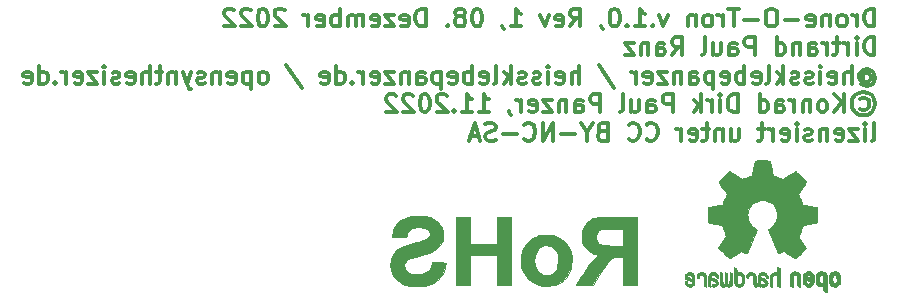
<source format=gbr>
%TF.GenerationSoftware,KiCad,Pcbnew,(6.0.0-0)*%
%TF.CreationDate,2022-12-08T17:20:48+01:00*%
%TF.ProjectId,drone_o_tron_1_0Rev1,64726f6e-655f-46f5-9f74-726f6e5f315f,rev?*%
%TF.SameCoordinates,Original*%
%TF.FileFunction,Legend,Bot*%
%TF.FilePolarity,Positive*%
%FSLAX46Y46*%
G04 Gerber Fmt 4.6, Leading zero omitted, Abs format (unit mm)*
G04 Created by KiCad (PCBNEW (6.0.0-0)) date 2022-12-08 17:20:48*
%MOMM*%
%LPD*%
G01*
G04 APERTURE LIST*
%ADD10C,0.300000*%
%ADD11C,0.010000*%
G04 APERTURE END LIST*
D10*
X160087857Y-12589729D02*
X160087857Y-11089729D01*
X159730714Y-11089729D01*
X159516428Y-11161158D01*
X159373571Y-11304015D01*
X159302142Y-11446872D01*
X159230714Y-11732586D01*
X159230714Y-11946872D01*
X159302142Y-12232586D01*
X159373571Y-12375443D01*
X159516428Y-12518300D01*
X159730714Y-12589729D01*
X160087857Y-12589729D01*
X158587857Y-12589729D02*
X158587857Y-11589729D01*
X158587857Y-11875443D02*
X158516428Y-11732586D01*
X158445000Y-11661158D01*
X158302142Y-11589729D01*
X158159285Y-11589729D01*
X157445000Y-12589729D02*
X157587857Y-12518300D01*
X157659285Y-12446872D01*
X157730714Y-12304015D01*
X157730714Y-11875443D01*
X157659285Y-11732586D01*
X157587857Y-11661158D01*
X157445000Y-11589729D01*
X157230714Y-11589729D01*
X157087857Y-11661158D01*
X157016428Y-11732586D01*
X156945000Y-11875443D01*
X156945000Y-12304015D01*
X157016428Y-12446872D01*
X157087857Y-12518300D01*
X157230714Y-12589729D01*
X157445000Y-12589729D01*
X156302142Y-11589729D02*
X156302142Y-12589729D01*
X156302142Y-11732586D02*
X156230714Y-11661158D01*
X156087857Y-11589729D01*
X155873571Y-11589729D01*
X155730714Y-11661158D01*
X155659285Y-11804015D01*
X155659285Y-12589729D01*
X154373571Y-12518300D02*
X154516428Y-12589729D01*
X154802142Y-12589729D01*
X154945000Y-12518300D01*
X155016428Y-12375443D01*
X155016428Y-11804015D01*
X154945000Y-11661158D01*
X154802142Y-11589729D01*
X154516428Y-11589729D01*
X154373571Y-11661158D01*
X154302142Y-11804015D01*
X154302142Y-11946872D01*
X155016428Y-12089729D01*
X153659285Y-12018300D02*
X152516428Y-12018300D01*
X151516428Y-11089729D02*
X151230714Y-11089729D01*
X151087857Y-11161158D01*
X150945000Y-11304015D01*
X150873571Y-11589729D01*
X150873571Y-12089729D01*
X150945000Y-12375443D01*
X151087857Y-12518300D01*
X151230714Y-12589729D01*
X151516428Y-12589729D01*
X151659285Y-12518300D01*
X151802142Y-12375443D01*
X151873571Y-12089729D01*
X151873571Y-11589729D01*
X151802142Y-11304015D01*
X151659285Y-11161158D01*
X151516428Y-11089729D01*
X150230714Y-12018300D02*
X149087857Y-12018300D01*
X148587857Y-11089729D02*
X147730714Y-11089729D01*
X148159285Y-12589729D02*
X148159285Y-11089729D01*
X147230714Y-12589729D02*
X147230714Y-11589729D01*
X147230714Y-11875443D02*
X147159285Y-11732586D01*
X147087857Y-11661158D01*
X146945000Y-11589729D01*
X146802142Y-11589729D01*
X146087857Y-12589729D02*
X146230714Y-12518300D01*
X146302142Y-12446872D01*
X146373571Y-12304015D01*
X146373571Y-11875443D01*
X146302142Y-11732586D01*
X146230714Y-11661158D01*
X146087857Y-11589729D01*
X145873571Y-11589729D01*
X145730714Y-11661158D01*
X145659285Y-11732586D01*
X145587857Y-11875443D01*
X145587857Y-12304015D01*
X145659285Y-12446872D01*
X145730714Y-12518300D01*
X145873571Y-12589729D01*
X146087857Y-12589729D01*
X144945000Y-11589729D02*
X144945000Y-12589729D01*
X144945000Y-11732586D02*
X144873571Y-11661158D01*
X144730714Y-11589729D01*
X144516428Y-11589729D01*
X144373571Y-11661158D01*
X144302142Y-11804015D01*
X144302142Y-12589729D01*
X142587857Y-11589729D02*
X142230714Y-12589729D01*
X141873571Y-11589729D01*
X141302142Y-12446872D02*
X141230714Y-12518300D01*
X141302142Y-12589729D01*
X141373571Y-12518300D01*
X141302142Y-12446872D01*
X141302142Y-12589729D01*
X139802142Y-12589729D02*
X140659285Y-12589729D01*
X140230714Y-12589729D02*
X140230714Y-11089729D01*
X140373571Y-11304015D01*
X140516428Y-11446872D01*
X140659285Y-11518300D01*
X139159285Y-12446872D02*
X139087857Y-12518300D01*
X139159285Y-12589729D01*
X139230714Y-12518300D01*
X139159285Y-12446872D01*
X139159285Y-12589729D01*
X138159285Y-11089729D02*
X138016428Y-11089729D01*
X137873571Y-11161158D01*
X137802142Y-11232586D01*
X137730714Y-11375443D01*
X137659285Y-11661158D01*
X137659285Y-12018300D01*
X137730714Y-12304015D01*
X137802142Y-12446872D01*
X137873571Y-12518300D01*
X138016428Y-12589729D01*
X138159285Y-12589729D01*
X138302142Y-12518300D01*
X138373571Y-12446872D01*
X138445000Y-12304015D01*
X138516428Y-12018300D01*
X138516428Y-11661158D01*
X138445000Y-11375443D01*
X138373571Y-11232586D01*
X138302142Y-11161158D01*
X138159285Y-11089729D01*
X136945000Y-12518300D02*
X136945000Y-12589729D01*
X137016428Y-12732586D01*
X137087857Y-12804015D01*
X134302142Y-12589729D02*
X134802142Y-11875443D01*
X135159285Y-12589729D02*
X135159285Y-11089729D01*
X134587857Y-11089729D01*
X134445000Y-11161158D01*
X134373571Y-11232586D01*
X134302142Y-11375443D01*
X134302142Y-11589729D01*
X134373571Y-11732586D01*
X134445000Y-11804015D01*
X134587857Y-11875443D01*
X135159285Y-11875443D01*
X133087857Y-12518300D02*
X133230714Y-12589729D01*
X133516428Y-12589729D01*
X133659285Y-12518300D01*
X133730714Y-12375443D01*
X133730714Y-11804015D01*
X133659285Y-11661158D01*
X133516428Y-11589729D01*
X133230714Y-11589729D01*
X133087857Y-11661158D01*
X133016428Y-11804015D01*
X133016428Y-11946872D01*
X133730714Y-12089729D01*
X132516428Y-11589729D02*
X132159285Y-12589729D01*
X131802142Y-11589729D01*
X129302142Y-12589729D02*
X130159285Y-12589729D01*
X129730714Y-12589729D02*
X129730714Y-11089729D01*
X129873571Y-11304015D01*
X130016428Y-11446872D01*
X130159285Y-11518300D01*
X128587857Y-12518300D02*
X128587857Y-12589729D01*
X128659285Y-12732586D01*
X128730714Y-12804015D01*
X126516428Y-11089729D02*
X126373571Y-11089729D01*
X126230714Y-11161158D01*
X126159285Y-11232586D01*
X126087857Y-11375443D01*
X126016428Y-11661158D01*
X126016428Y-12018300D01*
X126087857Y-12304015D01*
X126159285Y-12446872D01*
X126230714Y-12518300D01*
X126373571Y-12589729D01*
X126516428Y-12589729D01*
X126659285Y-12518300D01*
X126730714Y-12446872D01*
X126802142Y-12304015D01*
X126873571Y-12018300D01*
X126873571Y-11661158D01*
X126802142Y-11375443D01*
X126730714Y-11232586D01*
X126659285Y-11161158D01*
X126516428Y-11089729D01*
X125159285Y-11732586D02*
X125302142Y-11661158D01*
X125373571Y-11589729D01*
X125445000Y-11446872D01*
X125445000Y-11375443D01*
X125373571Y-11232586D01*
X125302142Y-11161158D01*
X125159285Y-11089729D01*
X124873571Y-11089729D01*
X124730714Y-11161158D01*
X124659285Y-11232586D01*
X124587857Y-11375443D01*
X124587857Y-11446872D01*
X124659285Y-11589729D01*
X124730714Y-11661158D01*
X124873571Y-11732586D01*
X125159285Y-11732586D01*
X125302142Y-11804015D01*
X125373571Y-11875443D01*
X125445000Y-12018300D01*
X125445000Y-12304015D01*
X125373571Y-12446872D01*
X125302142Y-12518300D01*
X125159285Y-12589729D01*
X124873571Y-12589729D01*
X124730714Y-12518300D01*
X124659285Y-12446872D01*
X124587857Y-12304015D01*
X124587857Y-12018300D01*
X124659285Y-11875443D01*
X124730714Y-11804015D01*
X124873571Y-11732586D01*
X123945000Y-12446872D02*
X123873571Y-12518300D01*
X123945000Y-12589729D01*
X124016428Y-12518300D01*
X123945000Y-12446872D01*
X123945000Y-12589729D01*
X122087857Y-12589729D02*
X122087857Y-11089729D01*
X121730714Y-11089729D01*
X121516428Y-11161158D01*
X121373571Y-11304015D01*
X121302142Y-11446872D01*
X121230714Y-11732586D01*
X121230714Y-11946872D01*
X121302142Y-12232586D01*
X121373571Y-12375443D01*
X121516428Y-12518300D01*
X121730714Y-12589729D01*
X122087857Y-12589729D01*
X120016428Y-12518300D02*
X120159285Y-12589729D01*
X120445000Y-12589729D01*
X120587857Y-12518300D01*
X120659285Y-12375443D01*
X120659285Y-11804015D01*
X120587857Y-11661158D01*
X120445000Y-11589729D01*
X120159285Y-11589729D01*
X120016428Y-11661158D01*
X119945000Y-11804015D01*
X119945000Y-11946872D01*
X120659285Y-12089729D01*
X119445000Y-11589729D02*
X118659285Y-11589729D01*
X119445000Y-12589729D01*
X118659285Y-12589729D01*
X117516428Y-12518300D02*
X117659285Y-12589729D01*
X117945000Y-12589729D01*
X118087857Y-12518300D01*
X118159285Y-12375443D01*
X118159285Y-11804015D01*
X118087857Y-11661158D01*
X117945000Y-11589729D01*
X117659285Y-11589729D01*
X117516428Y-11661158D01*
X117445000Y-11804015D01*
X117445000Y-11946872D01*
X118159285Y-12089729D01*
X116802142Y-12589729D02*
X116802142Y-11589729D01*
X116802142Y-11732586D02*
X116730714Y-11661158D01*
X116587857Y-11589729D01*
X116373571Y-11589729D01*
X116230714Y-11661158D01*
X116159285Y-11804015D01*
X116159285Y-12589729D01*
X116159285Y-11804015D02*
X116087857Y-11661158D01*
X115945000Y-11589729D01*
X115730714Y-11589729D01*
X115587857Y-11661158D01*
X115516428Y-11804015D01*
X115516428Y-12589729D01*
X114802142Y-12589729D02*
X114802142Y-11089729D01*
X114802142Y-11661158D02*
X114659285Y-11589729D01*
X114373571Y-11589729D01*
X114230714Y-11661158D01*
X114159285Y-11732586D01*
X114087857Y-11875443D01*
X114087857Y-12304015D01*
X114159285Y-12446872D01*
X114230714Y-12518300D01*
X114373571Y-12589729D01*
X114659285Y-12589729D01*
X114802142Y-12518300D01*
X112873571Y-12518300D02*
X113016428Y-12589729D01*
X113302142Y-12589729D01*
X113445000Y-12518300D01*
X113516428Y-12375443D01*
X113516428Y-11804015D01*
X113445000Y-11661158D01*
X113302142Y-11589729D01*
X113016428Y-11589729D01*
X112873571Y-11661158D01*
X112802142Y-11804015D01*
X112802142Y-11946872D01*
X113516428Y-12089729D01*
X112159285Y-12589729D02*
X112159285Y-11589729D01*
X112159285Y-11875443D02*
X112087857Y-11732586D01*
X112016428Y-11661158D01*
X111873571Y-11589729D01*
X111730714Y-11589729D01*
X110159285Y-11232586D02*
X110087857Y-11161158D01*
X109945000Y-11089729D01*
X109587857Y-11089729D01*
X109445000Y-11161158D01*
X109373571Y-11232586D01*
X109302142Y-11375443D01*
X109302142Y-11518300D01*
X109373571Y-11732586D01*
X110230714Y-12589729D01*
X109302142Y-12589729D01*
X108373571Y-11089729D02*
X108230714Y-11089729D01*
X108087857Y-11161158D01*
X108016428Y-11232586D01*
X107945000Y-11375443D01*
X107873571Y-11661158D01*
X107873571Y-12018300D01*
X107945000Y-12304015D01*
X108016428Y-12446872D01*
X108087857Y-12518300D01*
X108230714Y-12589729D01*
X108373571Y-12589729D01*
X108516428Y-12518300D01*
X108587857Y-12446872D01*
X108659285Y-12304015D01*
X108730714Y-12018300D01*
X108730714Y-11661158D01*
X108659285Y-11375443D01*
X108587857Y-11232586D01*
X108516428Y-11161158D01*
X108373571Y-11089729D01*
X107302142Y-11232586D02*
X107230714Y-11161158D01*
X107087857Y-11089729D01*
X106730714Y-11089729D01*
X106587857Y-11161158D01*
X106516428Y-11232586D01*
X106445000Y-11375443D01*
X106445000Y-11518300D01*
X106516428Y-11732586D01*
X107373571Y-12589729D01*
X106445000Y-12589729D01*
X105873571Y-11232586D02*
X105802142Y-11161158D01*
X105659285Y-11089729D01*
X105302142Y-11089729D01*
X105159285Y-11161158D01*
X105087857Y-11232586D01*
X105016428Y-11375443D01*
X105016428Y-11518300D01*
X105087857Y-11732586D01*
X105945000Y-12589729D01*
X105016428Y-12589729D01*
X160087857Y-15004729D02*
X160087857Y-13504729D01*
X159730714Y-13504729D01*
X159516428Y-13576158D01*
X159373571Y-13719015D01*
X159302142Y-13861872D01*
X159230714Y-14147586D01*
X159230714Y-14361872D01*
X159302142Y-14647586D01*
X159373571Y-14790443D01*
X159516428Y-14933300D01*
X159730714Y-15004729D01*
X160087857Y-15004729D01*
X158587857Y-15004729D02*
X158587857Y-14004729D01*
X158587857Y-13504729D02*
X158659285Y-13576158D01*
X158587857Y-13647586D01*
X158516428Y-13576158D01*
X158587857Y-13504729D01*
X158587857Y-13647586D01*
X157873571Y-15004729D02*
X157873571Y-14004729D01*
X157873571Y-14290443D02*
X157802142Y-14147586D01*
X157730714Y-14076158D01*
X157587857Y-14004729D01*
X157445000Y-14004729D01*
X157159285Y-14004729D02*
X156587857Y-14004729D01*
X156945000Y-13504729D02*
X156945000Y-14790443D01*
X156873571Y-14933300D01*
X156730714Y-15004729D01*
X156587857Y-15004729D01*
X156087857Y-15004729D02*
X156087857Y-14004729D01*
X156087857Y-14290443D02*
X156016428Y-14147586D01*
X155945000Y-14076158D01*
X155802142Y-14004729D01*
X155659285Y-14004729D01*
X154516428Y-15004729D02*
X154516428Y-14219015D01*
X154587857Y-14076158D01*
X154730714Y-14004729D01*
X155016428Y-14004729D01*
X155159285Y-14076158D01*
X154516428Y-14933300D02*
X154659285Y-15004729D01*
X155016428Y-15004729D01*
X155159285Y-14933300D01*
X155230714Y-14790443D01*
X155230714Y-14647586D01*
X155159285Y-14504729D01*
X155016428Y-14433300D01*
X154659285Y-14433300D01*
X154516428Y-14361872D01*
X153802142Y-14004729D02*
X153802142Y-15004729D01*
X153802142Y-14147586D02*
X153730714Y-14076158D01*
X153587857Y-14004729D01*
X153373571Y-14004729D01*
X153230714Y-14076158D01*
X153159285Y-14219015D01*
X153159285Y-15004729D01*
X151802142Y-15004729D02*
X151802142Y-13504729D01*
X151802142Y-14933300D02*
X151945000Y-15004729D01*
X152230714Y-15004729D01*
X152373571Y-14933300D01*
X152445000Y-14861872D01*
X152516428Y-14719015D01*
X152516428Y-14290443D01*
X152445000Y-14147586D01*
X152373571Y-14076158D01*
X152230714Y-14004729D01*
X151945000Y-14004729D01*
X151802142Y-14076158D01*
X149945000Y-15004729D02*
X149945000Y-13504729D01*
X149373571Y-13504729D01*
X149230714Y-13576158D01*
X149159285Y-13647586D01*
X149087857Y-13790443D01*
X149087857Y-14004729D01*
X149159285Y-14147586D01*
X149230714Y-14219015D01*
X149373571Y-14290443D01*
X149945000Y-14290443D01*
X147802142Y-15004729D02*
X147802142Y-14219015D01*
X147873571Y-14076158D01*
X148016428Y-14004729D01*
X148302142Y-14004729D01*
X148445000Y-14076158D01*
X147802142Y-14933300D02*
X147945000Y-15004729D01*
X148302142Y-15004729D01*
X148445000Y-14933300D01*
X148516428Y-14790443D01*
X148516428Y-14647586D01*
X148445000Y-14504729D01*
X148302142Y-14433300D01*
X147945000Y-14433300D01*
X147802142Y-14361872D01*
X146445000Y-14004729D02*
X146445000Y-15004729D01*
X147087857Y-14004729D02*
X147087857Y-14790443D01*
X147016428Y-14933300D01*
X146873571Y-15004729D01*
X146659285Y-15004729D01*
X146516428Y-14933300D01*
X146445000Y-14861872D01*
X145516428Y-15004729D02*
X145659285Y-14933300D01*
X145730714Y-14790443D01*
X145730714Y-13504729D01*
X142945000Y-15004729D02*
X143445000Y-14290443D01*
X143802142Y-15004729D02*
X143802142Y-13504729D01*
X143230714Y-13504729D01*
X143087857Y-13576158D01*
X143016428Y-13647586D01*
X142945000Y-13790443D01*
X142945000Y-14004729D01*
X143016428Y-14147586D01*
X143087857Y-14219015D01*
X143230714Y-14290443D01*
X143802142Y-14290443D01*
X141659285Y-15004729D02*
X141659285Y-14219015D01*
X141730714Y-14076158D01*
X141873571Y-14004729D01*
X142159285Y-14004729D01*
X142302142Y-14076158D01*
X141659285Y-14933300D02*
X141802142Y-15004729D01*
X142159285Y-15004729D01*
X142302142Y-14933300D01*
X142373571Y-14790443D01*
X142373571Y-14647586D01*
X142302142Y-14504729D01*
X142159285Y-14433300D01*
X141802142Y-14433300D01*
X141659285Y-14361872D01*
X140945000Y-14004729D02*
X140945000Y-15004729D01*
X140945000Y-14147586D02*
X140873571Y-14076158D01*
X140730714Y-14004729D01*
X140516428Y-14004729D01*
X140373571Y-14076158D01*
X140302142Y-14219015D01*
X140302142Y-15004729D01*
X139730714Y-14004729D02*
X138945000Y-14004729D01*
X139730714Y-15004729D01*
X138945000Y-15004729D01*
X159159285Y-16705443D02*
X159230714Y-16634015D01*
X159373571Y-16562586D01*
X159516428Y-16562586D01*
X159659285Y-16634015D01*
X159730714Y-16705443D01*
X159802142Y-16848300D01*
X159802142Y-16991158D01*
X159730714Y-17134015D01*
X159659285Y-17205443D01*
X159516428Y-17276872D01*
X159373571Y-17276872D01*
X159230714Y-17205443D01*
X159159285Y-17134015D01*
X159159285Y-16562586D02*
X159159285Y-17134015D01*
X159087857Y-17205443D01*
X159016428Y-17205443D01*
X158873571Y-17134015D01*
X158802142Y-16991158D01*
X158802142Y-16634015D01*
X158945000Y-16419729D01*
X159159285Y-16276872D01*
X159445000Y-16205443D01*
X159730714Y-16276872D01*
X159945000Y-16419729D01*
X160087857Y-16634015D01*
X160159285Y-16919729D01*
X160087857Y-17205443D01*
X159945000Y-17419729D01*
X159730714Y-17562586D01*
X159445000Y-17634015D01*
X159159285Y-17562586D01*
X158945000Y-17419729D01*
X158159285Y-17419729D02*
X158159285Y-15919729D01*
X157516428Y-17419729D02*
X157516428Y-16634015D01*
X157587857Y-16491158D01*
X157730714Y-16419729D01*
X157945000Y-16419729D01*
X158087857Y-16491158D01*
X158159285Y-16562586D01*
X156230714Y-17348300D02*
X156373571Y-17419729D01*
X156659285Y-17419729D01*
X156802142Y-17348300D01*
X156873571Y-17205443D01*
X156873571Y-16634015D01*
X156802142Y-16491158D01*
X156659285Y-16419729D01*
X156373571Y-16419729D01*
X156230714Y-16491158D01*
X156159285Y-16634015D01*
X156159285Y-16776872D01*
X156873571Y-16919729D01*
X155516428Y-17419729D02*
X155516428Y-16419729D01*
X155516428Y-15919729D02*
X155587857Y-15991158D01*
X155516428Y-16062586D01*
X155445000Y-15991158D01*
X155516428Y-15919729D01*
X155516428Y-16062586D01*
X154873571Y-17348300D02*
X154730714Y-17419729D01*
X154445000Y-17419729D01*
X154302142Y-17348300D01*
X154230714Y-17205443D01*
X154230714Y-17134015D01*
X154302142Y-16991158D01*
X154445000Y-16919729D01*
X154659285Y-16919729D01*
X154802142Y-16848300D01*
X154873571Y-16705443D01*
X154873571Y-16634015D01*
X154802142Y-16491158D01*
X154659285Y-16419729D01*
X154445000Y-16419729D01*
X154302142Y-16491158D01*
X153659285Y-17348300D02*
X153516428Y-17419729D01*
X153230714Y-17419729D01*
X153087857Y-17348300D01*
X153016428Y-17205443D01*
X153016428Y-17134015D01*
X153087857Y-16991158D01*
X153230714Y-16919729D01*
X153445000Y-16919729D01*
X153587857Y-16848300D01*
X153659285Y-16705443D01*
X153659285Y-16634015D01*
X153587857Y-16491158D01*
X153445000Y-16419729D01*
X153230714Y-16419729D01*
X153087857Y-16491158D01*
X152373571Y-17419729D02*
X152373571Y-15919729D01*
X152230714Y-16848300D02*
X151802142Y-17419729D01*
X151802142Y-16419729D02*
X152373571Y-16991158D01*
X150945000Y-17419729D02*
X151087857Y-17348300D01*
X151159285Y-17205443D01*
X151159285Y-15919729D01*
X149802142Y-17348300D02*
X149945000Y-17419729D01*
X150230714Y-17419729D01*
X150373571Y-17348300D01*
X150445000Y-17205443D01*
X150445000Y-16634015D01*
X150373571Y-16491158D01*
X150230714Y-16419729D01*
X149945000Y-16419729D01*
X149802142Y-16491158D01*
X149730714Y-16634015D01*
X149730714Y-16776872D01*
X150445000Y-16919729D01*
X149087857Y-17419729D02*
X149087857Y-15919729D01*
X149087857Y-16491158D02*
X148945000Y-16419729D01*
X148659285Y-16419729D01*
X148516428Y-16491158D01*
X148445000Y-16562586D01*
X148373571Y-16705443D01*
X148373571Y-17134015D01*
X148445000Y-17276872D01*
X148516428Y-17348300D01*
X148659285Y-17419729D01*
X148945000Y-17419729D01*
X149087857Y-17348300D01*
X147159285Y-17348300D02*
X147302142Y-17419729D01*
X147587857Y-17419729D01*
X147730714Y-17348300D01*
X147802142Y-17205443D01*
X147802142Y-16634015D01*
X147730714Y-16491158D01*
X147587857Y-16419729D01*
X147302142Y-16419729D01*
X147159285Y-16491158D01*
X147087857Y-16634015D01*
X147087857Y-16776872D01*
X147802142Y-16919729D01*
X146445000Y-16419729D02*
X146445000Y-17919729D01*
X146445000Y-16491158D02*
X146302142Y-16419729D01*
X146016428Y-16419729D01*
X145873571Y-16491158D01*
X145802142Y-16562586D01*
X145730714Y-16705443D01*
X145730714Y-17134015D01*
X145802142Y-17276872D01*
X145873571Y-17348300D01*
X146016428Y-17419729D01*
X146302142Y-17419729D01*
X146445000Y-17348300D01*
X144445000Y-17419729D02*
X144445000Y-16634015D01*
X144516428Y-16491158D01*
X144659285Y-16419729D01*
X144945000Y-16419729D01*
X145087857Y-16491158D01*
X144445000Y-17348300D02*
X144587857Y-17419729D01*
X144945000Y-17419729D01*
X145087857Y-17348300D01*
X145159285Y-17205443D01*
X145159285Y-17062586D01*
X145087857Y-16919729D01*
X144945000Y-16848300D01*
X144587857Y-16848300D01*
X144445000Y-16776872D01*
X143730714Y-16419729D02*
X143730714Y-17419729D01*
X143730714Y-16562586D02*
X143659285Y-16491158D01*
X143516428Y-16419729D01*
X143302142Y-16419729D01*
X143159285Y-16491158D01*
X143087857Y-16634015D01*
X143087857Y-17419729D01*
X142516428Y-16419729D02*
X141730714Y-16419729D01*
X142516428Y-17419729D01*
X141730714Y-17419729D01*
X140587857Y-17348300D02*
X140730714Y-17419729D01*
X141016428Y-17419729D01*
X141159285Y-17348300D01*
X141230714Y-17205443D01*
X141230714Y-16634015D01*
X141159285Y-16491158D01*
X141016428Y-16419729D01*
X140730714Y-16419729D01*
X140587857Y-16491158D01*
X140516428Y-16634015D01*
X140516428Y-16776872D01*
X141230714Y-16919729D01*
X139873571Y-17419729D02*
X139873571Y-16419729D01*
X139873571Y-16705443D02*
X139802142Y-16562586D01*
X139730714Y-16491158D01*
X139587857Y-16419729D01*
X139445000Y-16419729D01*
X136730714Y-15848300D02*
X138016428Y-17776872D01*
X135087857Y-17419729D02*
X135087857Y-15919729D01*
X134445000Y-17419729D02*
X134445000Y-16634015D01*
X134516428Y-16491158D01*
X134659285Y-16419729D01*
X134873571Y-16419729D01*
X135016428Y-16491158D01*
X135087857Y-16562586D01*
X133159285Y-17348300D02*
X133302142Y-17419729D01*
X133587857Y-17419729D01*
X133730714Y-17348300D01*
X133802142Y-17205443D01*
X133802142Y-16634015D01*
X133730714Y-16491158D01*
X133587857Y-16419729D01*
X133302142Y-16419729D01*
X133159285Y-16491158D01*
X133087857Y-16634015D01*
X133087857Y-16776872D01*
X133802142Y-16919729D01*
X132445000Y-17419729D02*
X132445000Y-16419729D01*
X132445000Y-15919729D02*
X132516428Y-15991158D01*
X132445000Y-16062586D01*
X132373571Y-15991158D01*
X132445000Y-15919729D01*
X132445000Y-16062586D01*
X131802142Y-17348300D02*
X131659285Y-17419729D01*
X131373571Y-17419729D01*
X131230714Y-17348300D01*
X131159285Y-17205443D01*
X131159285Y-17134015D01*
X131230714Y-16991158D01*
X131373571Y-16919729D01*
X131587857Y-16919729D01*
X131730714Y-16848300D01*
X131802142Y-16705443D01*
X131802142Y-16634015D01*
X131730714Y-16491158D01*
X131587857Y-16419729D01*
X131373571Y-16419729D01*
X131230714Y-16491158D01*
X130587857Y-17348300D02*
X130445000Y-17419729D01*
X130159285Y-17419729D01*
X130016428Y-17348300D01*
X129945000Y-17205443D01*
X129945000Y-17134015D01*
X130016428Y-16991158D01*
X130159285Y-16919729D01*
X130373571Y-16919729D01*
X130516428Y-16848300D01*
X130587857Y-16705443D01*
X130587857Y-16634015D01*
X130516428Y-16491158D01*
X130373571Y-16419729D01*
X130159285Y-16419729D01*
X130016428Y-16491158D01*
X129302142Y-17419729D02*
X129302142Y-15919729D01*
X129159285Y-16848300D02*
X128730714Y-17419729D01*
X128730714Y-16419729D02*
X129302142Y-16991158D01*
X127873571Y-17419729D02*
X128016428Y-17348300D01*
X128087857Y-17205443D01*
X128087857Y-15919729D01*
X126730714Y-17348300D02*
X126873571Y-17419729D01*
X127159285Y-17419729D01*
X127302142Y-17348300D01*
X127373571Y-17205443D01*
X127373571Y-16634015D01*
X127302142Y-16491158D01*
X127159285Y-16419729D01*
X126873571Y-16419729D01*
X126730714Y-16491158D01*
X126659285Y-16634015D01*
X126659285Y-16776872D01*
X127373571Y-16919729D01*
X126016428Y-17419729D02*
X126016428Y-15919729D01*
X126016428Y-16491158D02*
X125873571Y-16419729D01*
X125587857Y-16419729D01*
X125445000Y-16491158D01*
X125373571Y-16562586D01*
X125302142Y-16705443D01*
X125302142Y-17134015D01*
X125373571Y-17276872D01*
X125445000Y-17348300D01*
X125587857Y-17419729D01*
X125873571Y-17419729D01*
X126016428Y-17348300D01*
X124087857Y-17348300D02*
X124230714Y-17419729D01*
X124516428Y-17419729D01*
X124659285Y-17348300D01*
X124730714Y-17205443D01*
X124730714Y-16634015D01*
X124659285Y-16491158D01*
X124516428Y-16419729D01*
X124230714Y-16419729D01*
X124087857Y-16491158D01*
X124016428Y-16634015D01*
X124016428Y-16776872D01*
X124730714Y-16919729D01*
X123373571Y-16419729D02*
X123373571Y-17919729D01*
X123373571Y-16491158D02*
X123230714Y-16419729D01*
X122945000Y-16419729D01*
X122802142Y-16491158D01*
X122730714Y-16562586D01*
X122659285Y-16705443D01*
X122659285Y-17134015D01*
X122730714Y-17276872D01*
X122802142Y-17348300D01*
X122945000Y-17419729D01*
X123230714Y-17419729D01*
X123373571Y-17348300D01*
X121373571Y-17419729D02*
X121373571Y-16634015D01*
X121445000Y-16491158D01*
X121587857Y-16419729D01*
X121873571Y-16419729D01*
X122016428Y-16491158D01*
X121373571Y-17348300D02*
X121516428Y-17419729D01*
X121873571Y-17419729D01*
X122016428Y-17348300D01*
X122087857Y-17205443D01*
X122087857Y-17062586D01*
X122016428Y-16919729D01*
X121873571Y-16848300D01*
X121516428Y-16848300D01*
X121373571Y-16776872D01*
X120659285Y-16419729D02*
X120659285Y-17419729D01*
X120659285Y-16562586D02*
X120587857Y-16491158D01*
X120445000Y-16419729D01*
X120230714Y-16419729D01*
X120087857Y-16491158D01*
X120016428Y-16634015D01*
X120016428Y-17419729D01*
X119445000Y-16419729D02*
X118659285Y-16419729D01*
X119445000Y-17419729D01*
X118659285Y-17419729D01*
X117516428Y-17348300D02*
X117659285Y-17419729D01*
X117945000Y-17419729D01*
X118087857Y-17348300D01*
X118159285Y-17205443D01*
X118159285Y-16634015D01*
X118087857Y-16491158D01*
X117945000Y-16419729D01*
X117659285Y-16419729D01*
X117516428Y-16491158D01*
X117445000Y-16634015D01*
X117445000Y-16776872D01*
X118159285Y-16919729D01*
X116802142Y-17419729D02*
X116802142Y-16419729D01*
X116802142Y-16705443D02*
X116730714Y-16562586D01*
X116659285Y-16491158D01*
X116516428Y-16419729D01*
X116373571Y-16419729D01*
X115873571Y-17276872D02*
X115802142Y-17348300D01*
X115873571Y-17419729D01*
X115945000Y-17348300D01*
X115873571Y-17276872D01*
X115873571Y-17419729D01*
X114516428Y-17419729D02*
X114516428Y-15919729D01*
X114516428Y-17348300D02*
X114659285Y-17419729D01*
X114945000Y-17419729D01*
X115087857Y-17348300D01*
X115159285Y-17276872D01*
X115230714Y-17134015D01*
X115230714Y-16705443D01*
X115159285Y-16562586D01*
X115087857Y-16491158D01*
X114945000Y-16419729D01*
X114659285Y-16419729D01*
X114516428Y-16491158D01*
X113230714Y-17348300D02*
X113373571Y-17419729D01*
X113659285Y-17419729D01*
X113802142Y-17348300D01*
X113873571Y-17205443D01*
X113873571Y-16634015D01*
X113802142Y-16491158D01*
X113659285Y-16419729D01*
X113373571Y-16419729D01*
X113230714Y-16491158D01*
X113159285Y-16634015D01*
X113159285Y-16776872D01*
X113873571Y-16919729D01*
X110302142Y-15848300D02*
X111587857Y-17776872D01*
X108445000Y-17419729D02*
X108587857Y-17348300D01*
X108659285Y-17276872D01*
X108730714Y-17134015D01*
X108730714Y-16705443D01*
X108659285Y-16562586D01*
X108587857Y-16491158D01*
X108445000Y-16419729D01*
X108230714Y-16419729D01*
X108087857Y-16491158D01*
X108016428Y-16562586D01*
X107945000Y-16705443D01*
X107945000Y-17134015D01*
X108016428Y-17276872D01*
X108087857Y-17348300D01*
X108230714Y-17419729D01*
X108445000Y-17419729D01*
X107302142Y-16419729D02*
X107302142Y-17919729D01*
X107302142Y-16491158D02*
X107159285Y-16419729D01*
X106873571Y-16419729D01*
X106730714Y-16491158D01*
X106659285Y-16562586D01*
X106587857Y-16705443D01*
X106587857Y-17134015D01*
X106659285Y-17276872D01*
X106730714Y-17348300D01*
X106873571Y-17419729D01*
X107159285Y-17419729D01*
X107302142Y-17348300D01*
X105373571Y-17348300D02*
X105516428Y-17419729D01*
X105802142Y-17419729D01*
X105945000Y-17348300D01*
X106016428Y-17205443D01*
X106016428Y-16634015D01*
X105945000Y-16491158D01*
X105802142Y-16419729D01*
X105516428Y-16419729D01*
X105373571Y-16491158D01*
X105302142Y-16634015D01*
X105302142Y-16776872D01*
X106016428Y-16919729D01*
X104659285Y-16419729D02*
X104659285Y-17419729D01*
X104659285Y-16562586D02*
X104587857Y-16491158D01*
X104445000Y-16419729D01*
X104230714Y-16419729D01*
X104087857Y-16491158D01*
X104016428Y-16634015D01*
X104016428Y-17419729D01*
X103373571Y-17348300D02*
X103230714Y-17419729D01*
X102945000Y-17419729D01*
X102802142Y-17348300D01*
X102730714Y-17205443D01*
X102730714Y-17134015D01*
X102802142Y-16991158D01*
X102945000Y-16919729D01*
X103159285Y-16919729D01*
X103302142Y-16848300D01*
X103373571Y-16705443D01*
X103373571Y-16634015D01*
X103302142Y-16491158D01*
X103159285Y-16419729D01*
X102945000Y-16419729D01*
X102802142Y-16491158D01*
X102230714Y-16419729D02*
X101873571Y-17419729D01*
X101516428Y-16419729D02*
X101873571Y-17419729D01*
X102016428Y-17776872D01*
X102087857Y-17848300D01*
X102230714Y-17919729D01*
X100945000Y-16419729D02*
X100945000Y-17419729D01*
X100945000Y-16562586D02*
X100873571Y-16491158D01*
X100730714Y-16419729D01*
X100516428Y-16419729D01*
X100373571Y-16491158D01*
X100302142Y-16634015D01*
X100302142Y-17419729D01*
X99802142Y-16419729D02*
X99230714Y-16419729D01*
X99587857Y-15919729D02*
X99587857Y-17205443D01*
X99516428Y-17348300D01*
X99373571Y-17419729D01*
X99230714Y-17419729D01*
X98730714Y-17419729D02*
X98730714Y-15919729D01*
X98087857Y-17419729D02*
X98087857Y-16634015D01*
X98159285Y-16491158D01*
X98302142Y-16419729D01*
X98516428Y-16419729D01*
X98659285Y-16491158D01*
X98730714Y-16562586D01*
X96802142Y-17348300D02*
X96945000Y-17419729D01*
X97230714Y-17419729D01*
X97373571Y-17348300D01*
X97445000Y-17205443D01*
X97445000Y-16634015D01*
X97373571Y-16491158D01*
X97230714Y-16419729D01*
X96945000Y-16419729D01*
X96802142Y-16491158D01*
X96730714Y-16634015D01*
X96730714Y-16776872D01*
X97445000Y-16919729D01*
X96159285Y-17348300D02*
X96016428Y-17419729D01*
X95730714Y-17419729D01*
X95587857Y-17348300D01*
X95516428Y-17205443D01*
X95516428Y-17134015D01*
X95587857Y-16991158D01*
X95730714Y-16919729D01*
X95945000Y-16919729D01*
X96087857Y-16848300D01*
X96159285Y-16705443D01*
X96159285Y-16634015D01*
X96087857Y-16491158D01*
X95945000Y-16419729D01*
X95730714Y-16419729D01*
X95587857Y-16491158D01*
X94873571Y-17419729D02*
X94873571Y-16419729D01*
X94873571Y-15919729D02*
X94945000Y-15991158D01*
X94873571Y-16062586D01*
X94802142Y-15991158D01*
X94873571Y-15919729D01*
X94873571Y-16062586D01*
X94302142Y-16419729D02*
X93516428Y-16419729D01*
X94302142Y-17419729D01*
X93516428Y-17419729D01*
X92373571Y-17348300D02*
X92516428Y-17419729D01*
X92802142Y-17419729D01*
X92945000Y-17348300D01*
X93016428Y-17205443D01*
X93016428Y-16634015D01*
X92945000Y-16491158D01*
X92802142Y-16419729D01*
X92516428Y-16419729D01*
X92373571Y-16491158D01*
X92302142Y-16634015D01*
X92302142Y-16776872D01*
X93016428Y-16919729D01*
X91659285Y-17419729D02*
X91659285Y-16419729D01*
X91659285Y-16705443D02*
X91587857Y-16562586D01*
X91516428Y-16491158D01*
X91373571Y-16419729D01*
X91230714Y-16419729D01*
X90730714Y-17276872D02*
X90659285Y-17348300D01*
X90730714Y-17419729D01*
X90802142Y-17348300D01*
X90730714Y-17276872D01*
X90730714Y-17419729D01*
X89373571Y-17419729D02*
X89373571Y-15919729D01*
X89373571Y-17348300D02*
X89516428Y-17419729D01*
X89802142Y-17419729D01*
X89945000Y-17348300D01*
X90016428Y-17276872D01*
X90087857Y-17134015D01*
X90087857Y-16705443D01*
X90016428Y-16562586D01*
X89945000Y-16491158D01*
X89802142Y-16419729D01*
X89516428Y-16419729D01*
X89373571Y-16491158D01*
X88087857Y-17348300D02*
X88230714Y-17419729D01*
X88516428Y-17419729D01*
X88659285Y-17348300D01*
X88730714Y-17205443D01*
X88730714Y-16634015D01*
X88659285Y-16491158D01*
X88516428Y-16419729D01*
X88230714Y-16419729D01*
X88087857Y-16491158D01*
X88016428Y-16634015D01*
X88016428Y-16776872D01*
X88730714Y-16919729D01*
X158873571Y-18691872D02*
X159016428Y-18620443D01*
X159302142Y-18620443D01*
X159445000Y-18691872D01*
X159587857Y-18834729D01*
X159659285Y-18977586D01*
X159659285Y-19263300D01*
X159587857Y-19406158D01*
X159445000Y-19549015D01*
X159302142Y-19620443D01*
X159016428Y-19620443D01*
X158873571Y-19549015D01*
X159159285Y-18120443D02*
X159516428Y-18191872D01*
X159873571Y-18406158D01*
X160087857Y-18763300D01*
X160159285Y-19120443D01*
X160087857Y-19477586D01*
X159873571Y-19834729D01*
X159516428Y-20049015D01*
X159159285Y-20120443D01*
X158802142Y-20049015D01*
X158445000Y-19834729D01*
X158230714Y-19477586D01*
X158159285Y-19120443D01*
X158230714Y-18763300D01*
X158445000Y-18406158D01*
X158802142Y-18191872D01*
X159159285Y-18120443D01*
X157516428Y-19834729D02*
X157516428Y-18334729D01*
X156659285Y-19834729D02*
X157302142Y-18977586D01*
X156659285Y-18334729D02*
X157516428Y-19191872D01*
X155802142Y-19834729D02*
X155945000Y-19763300D01*
X156016428Y-19691872D01*
X156087857Y-19549015D01*
X156087857Y-19120443D01*
X156016428Y-18977586D01*
X155945000Y-18906158D01*
X155802142Y-18834729D01*
X155587857Y-18834729D01*
X155445000Y-18906158D01*
X155373571Y-18977586D01*
X155302142Y-19120443D01*
X155302142Y-19549015D01*
X155373571Y-19691872D01*
X155445000Y-19763300D01*
X155587857Y-19834729D01*
X155802142Y-19834729D01*
X154659285Y-18834729D02*
X154659285Y-19834729D01*
X154659285Y-18977586D02*
X154587857Y-18906158D01*
X154445000Y-18834729D01*
X154230714Y-18834729D01*
X154087857Y-18906158D01*
X154016428Y-19049015D01*
X154016428Y-19834729D01*
X153302142Y-19834729D02*
X153302142Y-18834729D01*
X153302142Y-19120443D02*
X153230714Y-18977586D01*
X153159285Y-18906158D01*
X153016428Y-18834729D01*
X152873571Y-18834729D01*
X151730714Y-19834729D02*
X151730714Y-19049015D01*
X151802142Y-18906158D01*
X151945000Y-18834729D01*
X152230714Y-18834729D01*
X152373571Y-18906158D01*
X151730714Y-19763300D02*
X151873571Y-19834729D01*
X152230714Y-19834729D01*
X152373571Y-19763300D01*
X152445000Y-19620443D01*
X152445000Y-19477586D01*
X152373571Y-19334729D01*
X152230714Y-19263300D01*
X151873571Y-19263300D01*
X151730714Y-19191872D01*
X150373571Y-19834729D02*
X150373571Y-18334729D01*
X150373571Y-19763300D02*
X150516428Y-19834729D01*
X150802142Y-19834729D01*
X150945000Y-19763300D01*
X151016428Y-19691872D01*
X151087857Y-19549015D01*
X151087857Y-19120443D01*
X151016428Y-18977586D01*
X150945000Y-18906158D01*
X150802142Y-18834729D01*
X150516428Y-18834729D01*
X150373571Y-18906158D01*
X148516428Y-19834729D02*
X148516428Y-18334729D01*
X148159285Y-18334729D01*
X147945000Y-18406158D01*
X147802142Y-18549015D01*
X147730714Y-18691872D01*
X147659285Y-18977586D01*
X147659285Y-19191872D01*
X147730714Y-19477586D01*
X147802142Y-19620443D01*
X147945000Y-19763300D01*
X148159285Y-19834729D01*
X148516428Y-19834729D01*
X147016428Y-19834729D02*
X147016428Y-18834729D01*
X147016428Y-18334729D02*
X147087857Y-18406158D01*
X147016428Y-18477586D01*
X146945000Y-18406158D01*
X147016428Y-18334729D01*
X147016428Y-18477586D01*
X146302142Y-19834729D02*
X146302142Y-18834729D01*
X146302142Y-19120443D02*
X146230714Y-18977586D01*
X146159285Y-18906158D01*
X146016428Y-18834729D01*
X145873571Y-18834729D01*
X145373571Y-19834729D02*
X145373571Y-18334729D01*
X145230714Y-19263300D02*
X144802142Y-19834729D01*
X144802142Y-18834729D02*
X145373571Y-19406158D01*
X143016428Y-19834729D02*
X143016428Y-18334729D01*
X142445000Y-18334729D01*
X142302142Y-18406158D01*
X142230714Y-18477586D01*
X142159285Y-18620443D01*
X142159285Y-18834729D01*
X142230714Y-18977586D01*
X142302142Y-19049015D01*
X142445000Y-19120443D01*
X143016428Y-19120443D01*
X140873571Y-19834729D02*
X140873571Y-19049015D01*
X140945000Y-18906158D01*
X141087857Y-18834729D01*
X141373571Y-18834729D01*
X141516428Y-18906158D01*
X140873571Y-19763300D02*
X141016428Y-19834729D01*
X141373571Y-19834729D01*
X141516428Y-19763300D01*
X141587857Y-19620443D01*
X141587857Y-19477586D01*
X141516428Y-19334729D01*
X141373571Y-19263300D01*
X141016428Y-19263300D01*
X140873571Y-19191872D01*
X139516428Y-18834729D02*
X139516428Y-19834729D01*
X140159285Y-18834729D02*
X140159285Y-19620443D01*
X140087857Y-19763300D01*
X139945000Y-19834729D01*
X139730714Y-19834729D01*
X139587857Y-19763300D01*
X139516428Y-19691872D01*
X138587857Y-19834729D02*
X138730714Y-19763300D01*
X138802142Y-19620443D01*
X138802142Y-18334729D01*
X136873571Y-19834729D02*
X136873571Y-18334729D01*
X136302142Y-18334729D01*
X136159285Y-18406158D01*
X136087857Y-18477586D01*
X136016428Y-18620443D01*
X136016428Y-18834729D01*
X136087857Y-18977586D01*
X136159285Y-19049015D01*
X136302142Y-19120443D01*
X136873571Y-19120443D01*
X134730714Y-19834729D02*
X134730714Y-19049015D01*
X134802142Y-18906158D01*
X134945000Y-18834729D01*
X135230714Y-18834729D01*
X135373571Y-18906158D01*
X134730714Y-19763300D02*
X134873571Y-19834729D01*
X135230714Y-19834729D01*
X135373571Y-19763300D01*
X135445000Y-19620443D01*
X135445000Y-19477586D01*
X135373571Y-19334729D01*
X135230714Y-19263300D01*
X134873571Y-19263300D01*
X134730714Y-19191872D01*
X134016428Y-18834729D02*
X134016428Y-19834729D01*
X134016428Y-18977586D02*
X133945000Y-18906158D01*
X133802142Y-18834729D01*
X133587857Y-18834729D01*
X133445000Y-18906158D01*
X133373571Y-19049015D01*
X133373571Y-19834729D01*
X132802142Y-18834729D02*
X132016428Y-18834729D01*
X132802142Y-19834729D01*
X132016428Y-19834729D01*
X130873571Y-19763300D02*
X131016428Y-19834729D01*
X131302142Y-19834729D01*
X131445000Y-19763300D01*
X131516428Y-19620443D01*
X131516428Y-19049015D01*
X131445000Y-18906158D01*
X131302142Y-18834729D01*
X131016428Y-18834729D01*
X130873571Y-18906158D01*
X130802142Y-19049015D01*
X130802142Y-19191872D01*
X131516428Y-19334729D01*
X130159285Y-19834729D02*
X130159285Y-18834729D01*
X130159285Y-19120443D02*
X130087857Y-18977586D01*
X130016428Y-18906158D01*
X129873571Y-18834729D01*
X129730714Y-18834729D01*
X129159285Y-19763300D02*
X129159285Y-19834729D01*
X129230714Y-19977586D01*
X129302142Y-20049015D01*
X126587857Y-19834729D02*
X127445000Y-19834729D01*
X127016428Y-19834729D02*
X127016428Y-18334729D01*
X127159285Y-18549015D01*
X127302142Y-18691872D01*
X127445000Y-18763300D01*
X125159285Y-19834729D02*
X126016428Y-19834729D01*
X125587857Y-19834729D02*
X125587857Y-18334729D01*
X125730714Y-18549015D01*
X125873571Y-18691872D01*
X126016428Y-18763300D01*
X124516428Y-19691872D02*
X124445000Y-19763300D01*
X124516428Y-19834729D01*
X124587857Y-19763300D01*
X124516428Y-19691872D01*
X124516428Y-19834729D01*
X123873571Y-18477586D02*
X123802142Y-18406158D01*
X123659285Y-18334729D01*
X123302142Y-18334729D01*
X123159285Y-18406158D01*
X123087857Y-18477586D01*
X123016428Y-18620443D01*
X123016428Y-18763300D01*
X123087857Y-18977586D01*
X123945000Y-19834729D01*
X123016428Y-19834729D01*
X122087857Y-18334729D02*
X121945000Y-18334729D01*
X121802142Y-18406158D01*
X121730714Y-18477586D01*
X121659285Y-18620443D01*
X121587857Y-18906158D01*
X121587857Y-19263300D01*
X121659285Y-19549015D01*
X121730714Y-19691872D01*
X121802142Y-19763300D01*
X121945000Y-19834729D01*
X122087857Y-19834729D01*
X122230714Y-19763300D01*
X122302142Y-19691872D01*
X122373571Y-19549015D01*
X122445000Y-19263300D01*
X122445000Y-18906158D01*
X122373571Y-18620443D01*
X122302142Y-18477586D01*
X122230714Y-18406158D01*
X122087857Y-18334729D01*
X121016428Y-18477586D02*
X120945000Y-18406158D01*
X120802142Y-18334729D01*
X120445000Y-18334729D01*
X120302142Y-18406158D01*
X120230714Y-18477586D01*
X120159285Y-18620443D01*
X120159285Y-18763300D01*
X120230714Y-18977586D01*
X121087857Y-19834729D01*
X120159285Y-19834729D01*
X119587857Y-18477586D02*
X119516428Y-18406158D01*
X119373571Y-18334729D01*
X119016428Y-18334729D01*
X118873571Y-18406158D01*
X118802142Y-18477586D01*
X118730714Y-18620443D01*
X118730714Y-18763300D01*
X118802142Y-18977586D01*
X119659285Y-19834729D01*
X118730714Y-19834729D01*
X159873571Y-22249729D02*
X160016428Y-22178300D01*
X160087857Y-22035443D01*
X160087857Y-20749729D01*
X159302142Y-22249729D02*
X159302142Y-21249729D01*
X159302142Y-20749729D02*
X159373571Y-20821158D01*
X159302142Y-20892586D01*
X159230714Y-20821158D01*
X159302142Y-20749729D01*
X159302142Y-20892586D01*
X158730714Y-21249729D02*
X157945000Y-21249729D01*
X158730714Y-22249729D01*
X157945000Y-22249729D01*
X156802142Y-22178300D02*
X156945000Y-22249729D01*
X157230714Y-22249729D01*
X157373571Y-22178300D01*
X157445000Y-22035443D01*
X157445000Y-21464015D01*
X157373571Y-21321158D01*
X157230714Y-21249729D01*
X156945000Y-21249729D01*
X156802142Y-21321158D01*
X156730714Y-21464015D01*
X156730714Y-21606872D01*
X157445000Y-21749729D01*
X156087857Y-21249729D02*
X156087857Y-22249729D01*
X156087857Y-21392586D02*
X156016428Y-21321158D01*
X155873571Y-21249729D01*
X155659285Y-21249729D01*
X155516428Y-21321158D01*
X155445000Y-21464015D01*
X155445000Y-22249729D01*
X154802142Y-22178300D02*
X154659285Y-22249729D01*
X154373571Y-22249729D01*
X154230714Y-22178300D01*
X154159285Y-22035443D01*
X154159285Y-21964015D01*
X154230714Y-21821158D01*
X154373571Y-21749729D01*
X154587857Y-21749729D01*
X154730714Y-21678300D01*
X154802142Y-21535443D01*
X154802142Y-21464015D01*
X154730714Y-21321158D01*
X154587857Y-21249729D01*
X154373571Y-21249729D01*
X154230714Y-21321158D01*
X153516428Y-22249729D02*
X153516428Y-21249729D01*
X153516428Y-20749729D02*
X153587857Y-20821158D01*
X153516428Y-20892586D01*
X153445000Y-20821158D01*
X153516428Y-20749729D01*
X153516428Y-20892586D01*
X152230714Y-22178300D02*
X152373571Y-22249729D01*
X152659285Y-22249729D01*
X152802142Y-22178300D01*
X152873571Y-22035443D01*
X152873571Y-21464015D01*
X152802142Y-21321158D01*
X152659285Y-21249729D01*
X152373571Y-21249729D01*
X152230714Y-21321158D01*
X152159285Y-21464015D01*
X152159285Y-21606872D01*
X152873571Y-21749729D01*
X151516428Y-22249729D02*
X151516428Y-21249729D01*
X151516428Y-21535443D02*
X151445000Y-21392586D01*
X151373571Y-21321158D01*
X151230714Y-21249729D01*
X151087857Y-21249729D01*
X150802142Y-21249729D02*
X150230714Y-21249729D01*
X150587857Y-20749729D02*
X150587857Y-22035443D01*
X150516428Y-22178300D01*
X150373571Y-22249729D01*
X150230714Y-22249729D01*
X147945000Y-21249729D02*
X147945000Y-22249729D01*
X148587857Y-21249729D02*
X148587857Y-22035443D01*
X148516428Y-22178300D01*
X148373571Y-22249729D01*
X148159285Y-22249729D01*
X148016428Y-22178300D01*
X147945000Y-22106872D01*
X147230714Y-21249729D02*
X147230714Y-22249729D01*
X147230714Y-21392586D02*
X147159285Y-21321158D01*
X147016428Y-21249729D01*
X146802142Y-21249729D01*
X146659285Y-21321158D01*
X146587857Y-21464015D01*
X146587857Y-22249729D01*
X146087857Y-21249729D02*
X145516428Y-21249729D01*
X145873571Y-20749729D02*
X145873571Y-22035443D01*
X145802142Y-22178300D01*
X145659285Y-22249729D01*
X145516428Y-22249729D01*
X144445000Y-22178300D02*
X144587857Y-22249729D01*
X144873571Y-22249729D01*
X145016428Y-22178300D01*
X145087857Y-22035443D01*
X145087857Y-21464015D01*
X145016428Y-21321158D01*
X144873571Y-21249729D01*
X144587857Y-21249729D01*
X144445000Y-21321158D01*
X144373571Y-21464015D01*
X144373571Y-21606872D01*
X145087857Y-21749729D01*
X143730714Y-22249729D02*
X143730714Y-21249729D01*
X143730714Y-21535443D02*
X143659285Y-21392586D01*
X143587857Y-21321158D01*
X143445000Y-21249729D01*
X143302142Y-21249729D01*
X140802142Y-22106872D02*
X140873571Y-22178300D01*
X141087857Y-22249729D01*
X141230714Y-22249729D01*
X141445000Y-22178300D01*
X141587857Y-22035443D01*
X141659285Y-21892586D01*
X141730714Y-21606872D01*
X141730714Y-21392586D01*
X141659285Y-21106872D01*
X141587857Y-20964015D01*
X141445000Y-20821158D01*
X141230714Y-20749729D01*
X141087857Y-20749729D01*
X140873571Y-20821158D01*
X140802142Y-20892586D01*
X139302142Y-22106872D02*
X139373571Y-22178300D01*
X139587857Y-22249729D01*
X139730714Y-22249729D01*
X139945000Y-22178300D01*
X140087857Y-22035443D01*
X140159285Y-21892586D01*
X140230714Y-21606872D01*
X140230714Y-21392586D01*
X140159285Y-21106872D01*
X140087857Y-20964015D01*
X139945000Y-20821158D01*
X139730714Y-20749729D01*
X139587857Y-20749729D01*
X139373571Y-20821158D01*
X139302142Y-20892586D01*
X137016428Y-21464015D02*
X136802142Y-21535443D01*
X136730714Y-21606872D01*
X136659285Y-21749729D01*
X136659285Y-21964015D01*
X136730714Y-22106872D01*
X136802142Y-22178300D01*
X136945000Y-22249729D01*
X137516428Y-22249729D01*
X137516428Y-20749729D01*
X137016428Y-20749729D01*
X136873571Y-20821158D01*
X136802142Y-20892586D01*
X136730714Y-21035443D01*
X136730714Y-21178300D01*
X136802142Y-21321158D01*
X136873571Y-21392586D01*
X137016428Y-21464015D01*
X137516428Y-21464015D01*
X135730714Y-21535443D02*
X135730714Y-22249729D01*
X136230714Y-20749729D02*
X135730714Y-21535443D01*
X135230714Y-20749729D01*
X134730714Y-21678300D02*
X133587857Y-21678300D01*
X132873571Y-22249729D02*
X132873571Y-20749729D01*
X132016428Y-22249729D01*
X132016428Y-20749729D01*
X130445000Y-22106872D02*
X130516428Y-22178300D01*
X130730714Y-22249729D01*
X130873571Y-22249729D01*
X131087857Y-22178300D01*
X131230714Y-22035443D01*
X131302142Y-21892586D01*
X131373571Y-21606872D01*
X131373571Y-21392586D01*
X131302142Y-21106872D01*
X131230714Y-20964015D01*
X131087857Y-20821158D01*
X130873571Y-20749729D01*
X130730714Y-20749729D01*
X130516428Y-20821158D01*
X130445000Y-20892586D01*
X129802142Y-21678300D02*
X128659285Y-21678300D01*
X128016428Y-22178300D02*
X127802142Y-22249729D01*
X127445000Y-22249729D01*
X127302142Y-22178300D01*
X127230714Y-22106872D01*
X127159285Y-21964015D01*
X127159285Y-21821158D01*
X127230714Y-21678300D01*
X127302142Y-21606872D01*
X127445000Y-21535443D01*
X127730714Y-21464015D01*
X127873571Y-21392586D01*
X127945000Y-21321158D01*
X128016428Y-21178300D01*
X128016428Y-21035443D01*
X127945000Y-20892586D01*
X127873571Y-20821158D01*
X127730714Y-20749729D01*
X127373571Y-20749729D01*
X127159285Y-20821158D01*
X126587857Y-21821158D02*
X125873571Y-21821158D01*
X126730714Y-22249729D02*
X126230714Y-20749729D01*
X125730714Y-22249729D01*
D11*
%TO.C,REF\u002A\u002A*%
X153185948Y-33358877D02*
X153092254Y-33413072D01*
X153092254Y-33413072D02*
X153027113Y-33466865D01*
X153027113Y-33466865D02*
X152979470Y-33523224D01*
X152979470Y-33523224D02*
X152946649Y-33592145D01*
X152946649Y-33592145D02*
X152925971Y-33683626D01*
X152925971Y-33683626D02*
X152914757Y-33807664D01*
X152914757Y-33807664D02*
X152910328Y-33974256D01*
X152910328Y-33974256D02*
X152909814Y-34094009D01*
X152909814Y-34094009D02*
X152909814Y-34534817D01*
X152909814Y-34534817D02*
X153033894Y-34590441D01*
X153033894Y-34590441D02*
X153157975Y-34646065D01*
X153157975Y-34646065D02*
X153172572Y-34163253D01*
X153172572Y-34163253D02*
X153178604Y-33982937D01*
X153178604Y-33982937D02*
X153184932Y-33852059D01*
X153184932Y-33852059D02*
X153192771Y-33761669D01*
X153192771Y-33761669D02*
X153203340Y-33702822D01*
X153203340Y-33702822D02*
X153217854Y-33666571D01*
X153217854Y-33666571D02*
X153237529Y-33643968D01*
X153237529Y-33643968D02*
X153243842Y-33639075D01*
X153243842Y-33639075D02*
X153339489Y-33600864D01*
X153339489Y-33600864D02*
X153436170Y-33615985D01*
X153436170Y-33615985D02*
X153493722Y-33656101D01*
X153493722Y-33656101D02*
X153517132Y-33684528D01*
X153517132Y-33684528D02*
X153533338Y-33721830D01*
X153533338Y-33721830D02*
X153543636Y-33778381D01*
X153543636Y-33778381D02*
X153549328Y-33864552D01*
X153549328Y-33864552D02*
X153551713Y-33990716D01*
X153551713Y-33990716D02*
X153552113Y-34122200D01*
X153552113Y-34122200D02*
X153552191Y-34287157D01*
X153552191Y-34287157D02*
X153555016Y-34403919D01*
X153555016Y-34403919D02*
X153564470Y-34482668D01*
X153564470Y-34482668D02*
X153584437Y-34533589D01*
X153584437Y-34533589D02*
X153618801Y-34566864D01*
X153618801Y-34566864D02*
X153671445Y-34592678D01*
X153671445Y-34592678D02*
X153741760Y-34619502D01*
X153741760Y-34619502D02*
X153818557Y-34648700D01*
X153818557Y-34648700D02*
X153809415Y-34130504D01*
X153809415Y-34130504D02*
X153805734Y-33943697D01*
X153805734Y-33943697D02*
X153801427Y-33805648D01*
X153801427Y-33805648D02*
X153795254Y-33706726D01*
X153795254Y-33706726D02*
X153785975Y-33637303D01*
X153785975Y-33637303D02*
X153772350Y-33587748D01*
X153772350Y-33587748D02*
X153753138Y-33548431D01*
X153753138Y-33548431D02*
X153729975Y-33513742D01*
X153729975Y-33513742D02*
X153618225Y-33402928D01*
X153618225Y-33402928D02*
X153481864Y-33338847D01*
X153481864Y-33338847D02*
X153333552Y-33323497D01*
X153333552Y-33323497D02*
X153185948Y-33358877D01*
X153185948Y-33358877D02*
X153185948Y-33358877D01*
G36*
X153481864Y-33338847D02*
G01*
X153618225Y-33402928D01*
X153729975Y-33513742D01*
X153753138Y-33548431D01*
X153772350Y-33587748D01*
X153785975Y-33637303D01*
X153795254Y-33706726D01*
X153801427Y-33805648D01*
X153805734Y-33943697D01*
X153809415Y-34130504D01*
X153818557Y-34648700D01*
X153741760Y-34619502D01*
X153671445Y-34592678D01*
X153618801Y-34566864D01*
X153584437Y-34533589D01*
X153564470Y-34482668D01*
X153555016Y-34403919D01*
X153552191Y-34287157D01*
X153552113Y-34122200D01*
X153551713Y-33990716D01*
X153549328Y-33864552D01*
X153543636Y-33778381D01*
X153533338Y-33721830D01*
X153517132Y-33684528D01*
X153493722Y-33656101D01*
X153436170Y-33615985D01*
X153339489Y-33600864D01*
X153243842Y-33639075D01*
X153237529Y-33643968D01*
X153217854Y-33666571D01*
X153203340Y-33702822D01*
X153192771Y-33761669D01*
X153184932Y-33852059D01*
X153178604Y-33982937D01*
X153172572Y-34163253D01*
X153157975Y-34646065D01*
X153033894Y-34590441D01*
X152909814Y-34534817D01*
X152909814Y-34094009D01*
X152910328Y-33974256D01*
X152914757Y-33807664D01*
X152925971Y-33683626D01*
X152946649Y-33592145D01*
X152979470Y-33523224D01*
X153027113Y-33466865D01*
X153092254Y-33413072D01*
X153185948Y-33358877D01*
X153333552Y-33323497D01*
X153481864Y-33338847D01*
G37*
X153481864Y-33338847D02*
X153618225Y-33402928D01*
X153729975Y-33513742D01*
X153753138Y-33548431D01*
X153772350Y-33587748D01*
X153785975Y-33637303D01*
X153795254Y-33706726D01*
X153801427Y-33805648D01*
X153805734Y-33943697D01*
X153809415Y-34130504D01*
X153818557Y-34648700D01*
X153741760Y-34619502D01*
X153671445Y-34592678D01*
X153618801Y-34566864D01*
X153584437Y-34533589D01*
X153564470Y-34482668D01*
X153555016Y-34403919D01*
X153552191Y-34287157D01*
X153552113Y-34122200D01*
X153551713Y-33990716D01*
X153549328Y-33864552D01*
X153543636Y-33778381D01*
X153533338Y-33721830D01*
X153517132Y-33684528D01*
X153493722Y-33656101D01*
X153436170Y-33615985D01*
X153339489Y-33600864D01*
X153243842Y-33639075D01*
X153237529Y-33643968D01*
X153217854Y-33666571D01*
X153203340Y-33702822D01*
X153192771Y-33761669D01*
X153184932Y-33852059D01*
X153178604Y-33982937D01*
X153172572Y-34163253D01*
X153157975Y-34646065D01*
X153033894Y-34590441D01*
X152909814Y-34534817D01*
X152909814Y-34094009D01*
X152910328Y-33974256D01*
X152914757Y-33807664D01*
X152925971Y-33683626D01*
X152946649Y-33592145D01*
X152979470Y-33523224D01*
X153027113Y-33466865D01*
X153092254Y-33413072D01*
X153185948Y-33358877D01*
X153333552Y-33323497D01*
X153481864Y-33338847D01*
X155431477Y-33343061D02*
X155319927Y-33398680D01*
X155319927Y-33398680D02*
X155221469Y-33501089D01*
X155221469Y-33501089D02*
X155194354Y-33539022D01*
X155194354Y-33539022D02*
X155164815Y-33588658D01*
X155164815Y-33588658D02*
X155145649Y-33642570D01*
X155145649Y-33642570D02*
X155134684Y-33714522D01*
X155134684Y-33714522D02*
X155129748Y-33818280D01*
X155129748Y-33818280D02*
X155128664Y-33955259D01*
X155128664Y-33955259D02*
X155133559Y-34142973D01*
X155133559Y-34142973D02*
X155150573Y-34283916D01*
X155150573Y-34283916D02*
X155183200Y-34389066D01*
X155183200Y-34389066D02*
X155234935Y-34469401D01*
X155234935Y-34469401D02*
X155309273Y-34535899D01*
X155309273Y-34535899D02*
X155314735Y-34539836D01*
X155314735Y-34539836D02*
X155387997Y-34580111D01*
X155387997Y-34580111D02*
X155476217Y-34600038D01*
X155476217Y-34600038D02*
X155588415Y-34604951D01*
X155588415Y-34604951D02*
X155770810Y-34604951D01*
X155770810Y-34604951D02*
X155770886Y-34782015D01*
X155770886Y-34782015D02*
X155772584Y-34880628D01*
X155772584Y-34880628D02*
X155782927Y-34938472D01*
X155782927Y-34938472D02*
X155809955Y-34973164D01*
X155809955Y-34973164D02*
X155861709Y-35002322D01*
X155861709Y-35002322D02*
X155874138Y-35008279D01*
X155874138Y-35008279D02*
X155932300Y-35036197D01*
X155932300Y-35036197D02*
X155977333Y-35053830D01*
X155977333Y-35053830D02*
X156010818Y-35055352D01*
X156010818Y-35055352D02*
X156034339Y-35034939D01*
X156034339Y-35034939D02*
X156049477Y-34986765D01*
X156049477Y-34986765D02*
X156057814Y-34905004D01*
X156057814Y-34905004D02*
X156060933Y-34783830D01*
X156060933Y-34783830D02*
X156060417Y-34617418D01*
X156060417Y-34617418D02*
X156057848Y-34399943D01*
X156057848Y-34399943D02*
X156057045Y-34334894D01*
X156057045Y-34334894D02*
X156054155Y-34110660D01*
X156054155Y-34110660D02*
X156051565Y-33963979D01*
X156051565Y-33963979D02*
X155770963Y-33963979D01*
X155770963Y-33963979D02*
X155769386Y-34088484D01*
X155769386Y-34088484D02*
X155762377Y-34169945D01*
X155762377Y-34169945D02*
X155746519Y-34223673D01*
X155746519Y-34223673D02*
X155718396Y-34264981D01*
X155718396Y-34264981D02*
X155699302Y-34285129D01*
X155699302Y-34285129D02*
X155621242Y-34344079D01*
X155621242Y-34344079D02*
X155552130Y-34348878D01*
X155552130Y-34348878D02*
X155480817Y-34300196D01*
X155480817Y-34300196D02*
X155479009Y-34298399D01*
X155479009Y-34298399D02*
X155449994Y-34260776D01*
X155449994Y-34260776D02*
X155432344Y-34209642D01*
X155432344Y-34209642D02*
X155423441Y-34130896D01*
X155423441Y-34130896D02*
X155420668Y-34010434D01*
X155420668Y-34010434D02*
X155420618Y-33983746D01*
X155420618Y-33983746D02*
X155427319Y-33817741D01*
X155427319Y-33817741D02*
X155449129Y-33702663D01*
X155449129Y-33702663D02*
X155488612Y-33632412D01*
X155488612Y-33632412D02*
X155548333Y-33600887D01*
X155548333Y-33600887D02*
X155582849Y-33597710D01*
X155582849Y-33597710D02*
X155664766Y-33612618D01*
X155664766Y-33612618D02*
X155720956Y-33661706D01*
X155720956Y-33661706D02*
X155754779Y-33751520D01*
X155754779Y-33751520D02*
X155769597Y-33888603D01*
X155769597Y-33888603D02*
X155770963Y-33963979D01*
X155770963Y-33963979D02*
X156051565Y-33963979D01*
X156051565Y-33963979D02*
X156051090Y-33937110D01*
X156051090Y-33937110D02*
X156047130Y-33806540D01*
X156047130Y-33806540D02*
X156041551Y-33711245D01*
X156041551Y-33711245D02*
X156033631Y-33643522D01*
X156033631Y-33643522D02*
X156022646Y-33595665D01*
X156022646Y-33595665D02*
X156007876Y-33559971D01*
X156007876Y-33559971D02*
X155988595Y-33528736D01*
X155988595Y-33528736D02*
X155980328Y-33516982D01*
X155980328Y-33516982D02*
X155870665Y-33405955D01*
X155870665Y-33405955D02*
X155732012Y-33343005D01*
X155732012Y-33343005D02*
X155571623Y-33325455D01*
X155571623Y-33325455D02*
X155431477Y-33343061D01*
X155431477Y-33343061D02*
X155431477Y-33343061D01*
G36*
X156057045Y-34334894D02*
G01*
X156057848Y-34399943D01*
X156060417Y-34617418D01*
X156060933Y-34783830D01*
X156057814Y-34905004D01*
X156049477Y-34986765D01*
X156034339Y-35034939D01*
X156010818Y-35055352D01*
X155977333Y-35053830D01*
X155932300Y-35036197D01*
X155874138Y-35008279D01*
X155861709Y-35002322D01*
X155809955Y-34973164D01*
X155782927Y-34938472D01*
X155772584Y-34880628D01*
X155770886Y-34782015D01*
X155770810Y-34604951D01*
X155588415Y-34604951D01*
X155476217Y-34600038D01*
X155387997Y-34580111D01*
X155314735Y-34539836D01*
X155309273Y-34535899D01*
X155234935Y-34469401D01*
X155183200Y-34389066D01*
X155150573Y-34283916D01*
X155133559Y-34142973D01*
X155129407Y-33983746D01*
X155420618Y-33983746D01*
X155420668Y-34010434D01*
X155423441Y-34130896D01*
X155432344Y-34209642D01*
X155449994Y-34260776D01*
X155479009Y-34298399D01*
X155480817Y-34300196D01*
X155552130Y-34348878D01*
X155621242Y-34344079D01*
X155699302Y-34285129D01*
X155718396Y-34264981D01*
X155746519Y-34223673D01*
X155762377Y-34169945D01*
X155769386Y-34088484D01*
X155770963Y-33963979D01*
X155769597Y-33888603D01*
X155754779Y-33751520D01*
X155720956Y-33661706D01*
X155664766Y-33612618D01*
X155582849Y-33597710D01*
X155548333Y-33600887D01*
X155488612Y-33632412D01*
X155449129Y-33702663D01*
X155427319Y-33817741D01*
X155420618Y-33983746D01*
X155129407Y-33983746D01*
X155128664Y-33955259D01*
X155129748Y-33818280D01*
X155134684Y-33714522D01*
X155145649Y-33642570D01*
X155164815Y-33588658D01*
X155194354Y-33539022D01*
X155221469Y-33501089D01*
X155319927Y-33398680D01*
X155431477Y-33343061D01*
X155571623Y-33325455D01*
X155732012Y-33343005D01*
X155870665Y-33405955D01*
X155980328Y-33516982D01*
X155988595Y-33528736D01*
X156007876Y-33559971D01*
X156022646Y-33595665D01*
X156033631Y-33643522D01*
X156041551Y-33711245D01*
X156047130Y-33806540D01*
X156051090Y-33937110D01*
X156051565Y-33963979D01*
X156054155Y-34110660D01*
X156057045Y-34334894D01*
G37*
X156057045Y-34334894D02*
X156057848Y-34399943D01*
X156060417Y-34617418D01*
X156060933Y-34783830D01*
X156057814Y-34905004D01*
X156049477Y-34986765D01*
X156034339Y-35034939D01*
X156010818Y-35055352D01*
X155977333Y-35053830D01*
X155932300Y-35036197D01*
X155874138Y-35008279D01*
X155861709Y-35002322D01*
X155809955Y-34973164D01*
X155782927Y-34938472D01*
X155772584Y-34880628D01*
X155770886Y-34782015D01*
X155770810Y-34604951D01*
X155588415Y-34604951D01*
X155476217Y-34600038D01*
X155387997Y-34580111D01*
X155314735Y-34539836D01*
X155309273Y-34535899D01*
X155234935Y-34469401D01*
X155183200Y-34389066D01*
X155150573Y-34283916D01*
X155133559Y-34142973D01*
X155129407Y-33983746D01*
X155420618Y-33983746D01*
X155420668Y-34010434D01*
X155423441Y-34130896D01*
X155432344Y-34209642D01*
X155449994Y-34260776D01*
X155479009Y-34298399D01*
X155480817Y-34300196D01*
X155552130Y-34348878D01*
X155621242Y-34344079D01*
X155699302Y-34285129D01*
X155718396Y-34264981D01*
X155746519Y-34223673D01*
X155762377Y-34169945D01*
X155769386Y-34088484D01*
X155770963Y-33963979D01*
X155769597Y-33888603D01*
X155754779Y-33751520D01*
X155720956Y-33661706D01*
X155664766Y-33612618D01*
X155582849Y-33597710D01*
X155548333Y-33600887D01*
X155488612Y-33632412D01*
X155449129Y-33702663D01*
X155427319Y-33817741D01*
X155420618Y-33983746D01*
X155129407Y-33983746D01*
X155128664Y-33955259D01*
X155129748Y-33818280D01*
X155134684Y-33714522D01*
X155145649Y-33642570D01*
X155164815Y-33588658D01*
X155194354Y-33539022D01*
X155221469Y-33501089D01*
X155319927Y-33398680D01*
X155431477Y-33343061D01*
X155571623Y-33325455D01*
X155732012Y-33343005D01*
X155870665Y-33405955D01*
X155980328Y-33516982D01*
X155988595Y-33528736D01*
X156007876Y-33559971D01*
X156022646Y-33595665D01*
X156033631Y-33643522D01*
X156041551Y-33711245D01*
X156047130Y-33806540D01*
X156051090Y-33937110D01*
X156051565Y-33963979D01*
X156054155Y-34110660D01*
X156057045Y-34334894D01*
X148209463Y-33635613D02*
X148209834Y-33853819D01*
X148209834Y-33853819D02*
X148211269Y-34021677D01*
X148211269Y-34021677D02*
X148214375Y-34147228D01*
X148214375Y-34147228D02*
X148219755Y-34238513D01*
X148219755Y-34238513D02*
X148228015Y-34303573D01*
X148228015Y-34303573D02*
X148239761Y-34350449D01*
X148239761Y-34350449D02*
X148255596Y-34387182D01*
X148255596Y-34387182D02*
X148267587Y-34408149D01*
X148267587Y-34408149D02*
X148366887Y-34521852D01*
X148366887Y-34521852D02*
X148492789Y-34593123D01*
X148492789Y-34593123D02*
X148632086Y-34618696D01*
X148632086Y-34618696D02*
X148771572Y-34595308D01*
X148771572Y-34595308D02*
X148854634Y-34553277D01*
X148854634Y-34553277D02*
X148941832Y-34480569D01*
X148941832Y-34480569D02*
X149001260Y-34391770D01*
X149001260Y-34391770D02*
X149037116Y-34275478D01*
X149037116Y-34275478D02*
X149053596Y-34120293D01*
X149053596Y-34120293D02*
X149055930Y-34006445D01*
X149055930Y-34006445D02*
X149055616Y-33998264D01*
X149055616Y-33998264D02*
X148851653Y-33998264D01*
X148851653Y-33998264D02*
X148850407Y-34128815D01*
X148850407Y-34128815D02*
X148844699Y-34215238D01*
X148844699Y-34215238D02*
X148831573Y-34271776D01*
X148831573Y-34271776D02*
X148808071Y-34312672D01*
X148808071Y-34312672D02*
X148779991Y-34343520D01*
X148779991Y-34343520D02*
X148685689Y-34403063D01*
X148685689Y-34403063D02*
X148584437Y-34408150D01*
X148584437Y-34408150D02*
X148488741Y-34358437D01*
X148488741Y-34358437D02*
X148481293Y-34351701D01*
X148481293Y-34351701D02*
X148449503Y-34316660D01*
X148449503Y-34316660D02*
X148429569Y-34274969D01*
X148429569Y-34274969D02*
X148418777Y-34212920D01*
X148418777Y-34212920D02*
X148414412Y-34116802D01*
X148414412Y-34116802D02*
X148413722Y-34010537D01*
X148413722Y-34010537D02*
X148415218Y-33877038D01*
X148415218Y-33877038D02*
X148421413Y-33787980D01*
X148421413Y-33787980D02*
X148434863Y-33729451D01*
X148434863Y-33729451D02*
X148458126Y-33687540D01*
X148458126Y-33687540D02*
X148477202Y-33665281D01*
X148477202Y-33665281D02*
X148565814Y-33609143D01*
X148565814Y-33609143D02*
X148667869Y-33602393D01*
X148667869Y-33602393D02*
X148765282Y-33645272D01*
X148765282Y-33645272D02*
X148784081Y-33661190D01*
X148784081Y-33661190D02*
X148816084Y-33696540D01*
X148816084Y-33696540D02*
X148836059Y-33738660D01*
X148836059Y-33738660D02*
X148846784Y-33801409D01*
X148846784Y-33801409D02*
X148851038Y-33898645D01*
X148851038Y-33898645D02*
X148851653Y-33998264D01*
X148851653Y-33998264D02*
X149055616Y-33998264D01*
X149055616Y-33998264D02*
X149048873Y-33823105D01*
X149048873Y-33823105D02*
X149024905Y-33685353D01*
X149024905Y-33685353D02*
X148979829Y-33581790D01*
X148979829Y-33581790D02*
X148909449Y-33501014D01*
X148909449Y-33501014D02*
X148854634Y-33459613D01*
X148854634Y-33459613D02*
X148755001Y-33414886D01*
X148755001Y-33414886D02*
X148639522Y-33394125D01*
X148639522Y-33394125D02*
X148532178Y-33399683D01*
X148532178Y-33399683D02*
X148472113Y-33422101D01*
X148472113Y-33422101D02*
X148448542Y-33428481D01*
X148448542Y-33428481D02*
X148432900Y-33404693D01*
X148432900Y-33404693D02*
X148421982Y-33340946D01*
X148421982Y-33340946D02*
X148413722Y-33243845D01*
X148413722Y-33243845D02*
X148404678Y-33135699D01*
X148404678Y-33135699D02*
X148392116Y-33070633D01*
X148392116Y-33070633D02*
X148369258Y-33033426D01*
X148369258Y-33033426D02*
X148329326Y-33008857D01*
X148329326Y-33008857D02*
X148304239Y-32997977D01*
X148304239Y-32997977D02*
X148209354Y-32958230D01*
X148209354Y-32958230D02*
X148209463Y-33635613D01*
X148209463Y-33635613D02*
X148209463Y-33635613D01*
G36*
X149053596Y-34120293D02*
G01*
X149037116Y-34275478D01*
X149001260Y-34391770D01*
X148941832Y-34480569D01*
X148854634Y-34553277D01*
X148771572Y-34595308D01*
X148632086Y-34618696D01*
X148492789Y-34593123D01*
X148366887Y-34521852D01*
X148267587Y-34408149D01*
X148255596Y-34387182D01*
X148239761Y-34350449D01*
X148228015Y-34303573D01*
X148219755Y-34238513D01*
X148214375Y-34147228D01*
X148211269Y-34021677D01*
X148211174Y-34010537D01*
X148413722Y-34010537D01*
X148414412Y-34116802D01*
X148418777Y-34212920D01*
X148429569Y-34274969D01*
X148449503Y-34316660D01*
X148481293Y-34351701D01*
X148488741Y-34358437D01*
X148584437Y-34408150D01*
X148685689Y-34403063D01*
X148779991Y-34343520D01*
X148808071Y-34312672D01*
X148831573Y-34271776D01*
X148844699Y-34215238D01*
X148850407Y-34128815D01*
X148851653Y-33998264D01*
X148851038Y-33898645D01*
X148846784Y-33801409D01*
X148836059Y-33738660D01*
X148816084Y-33696540D01*
X148784081Y-33661190D01*
X148765282Y-33645272D01*
X148667869Y-33602393D01*
X148565814Y-33609143D01*
X148477202Y-33665281D01*
X148458126Y-33687540D01*
X148434863Y-33729451D01*
X148421413Y-33787980D01*
X148415218Y-33877038D01*
X148413722Y-34010537D01*
X148211174Y-34010537D01*
X148209834Y-33853819D01*
X148209463Y-33635613D01*
X148209354Y-32958230D01*
X148304239Y-32997977D01*
X148329326Y-33008857D01*
X148369258Y-33033426D01*
X148392116Y-33070633D01*
X148404678Y-33135699D01*
X148413722Y-33243845D01*
X148421982Y-33340946D01*
X148432900Y-33404693D01*
X148448542Y-33428481D01*
X148472113Y-33422101D01*
X148532178Y-33399683D01*
X148639522Y-33394125D01*
X148755001Y-33414886D01*
X148854634Y-33459613D01*
X148909449Y-33501014D01*
X148979829Y-33581790D01*
X149024905Y-33685353D01*
X149048873Y-33823105D01*
X149055616Y-33998264D01*
X149055930Y-34006445D01*
X149053596Y-34120293D01*
G37*
X149053596Y-34120293D02*
X149037116Y-34275478D01*
X149001260Y-34391770D01*
X148941832Y-34480569D01*
X148854634Y-34553277D01*
X148771572Y-34595308D01*
X148632086Y-34618696D01*
X148492789Y-34593123D01*
X148366887Y-34521852D01*
X148267587Y-34408149D01*
X148255596Y-34387182D01*
X148239761Y-34350449D01*
X148228015Y-34303573D01*
X148219755Y-34238513D01*
X148214375Y-34147228D01*
X148211269Y-34021677D01*
X148211174Y-34010537D01*
X148413722Y-34010537D01*
X148414412Y-34116802D01*
X148418777Y-34212920D01*
X148429569Y-34274969D01*
X148449503Y-34316660D01*
X148481293Y-34351701D01*
X148488741Y-34358437D01*
X148584437Y-34408150D01*
X148685689Y-34403063D01*
X148779991Y-34343520D01*
X148808071Y-34312672D01*
X148831573Y-34271776D01*
X148844699Y-34215238D01*
X148850407Y-34128815D01*
X148851653Y-33998264D01*
X148851038Y-33898645D01*
X148846784Y-33801409D01*
X148836059Y-33738660D01*
X148816084Y-33696540D01*
X148784081Y-33661190D01*
X148765282Y-33645272D01*
X148667869Y-33602393D01*
X148565814Y-33609143D01*
X148477202Y-33665281D01*
X148458126Y-33687540D01*
X148434863Y-33729451D01*
X148421413Y-33787980D01*
X148415218Y-33877038D01*
X148413722Y-34010537D01*
X148211174Y-34010537D01*
X148209834Y-33853819D01*
X148209463Y-33635613D01*
X148209354Y-32958230D01*
X148304239Y-32997977D01*
X148329326Y-33008857D01*
X148369258Y-33033426D01*
X148392116Y-33070633D01*
X148404678Y-33135699D01*
X148413722Y-33243845D01*
X148421982Y-33340946D01*
X148432900Y-33404693D01*
X148448542Y-33428481D01*
X148472113Y-33422101D01*
X148532178Y-33399683D01*
X148639522Y-33394125D01*
X148755001Y-33414886D01*
X148854634Y-33459613D01*
X148909449Y-33501014D01*
X148979829Y-33581790D01*
X149024905Y-33685353D01*
X149048873Y-33823105D01*
X149055616Y-33998264D01*
X149055930Y-34006445D01*
X149053596Y-34120293D01*
X144259938Y-33437698D02*
X144144427Y-33513192D01*
X144144427Y-33513192D02*
X144088713Y-33580775D01*
X144088713Y-33580775D02*
X144044573Y-33703413D01*
X144044573Y-33703413D02*
X144041068Y-33800456D01*
X144041068Y-33800456D02*
X144049009Y-33930214D01*
X144049009Y-33930214D02*
X144348262Y-34061197D01*
X144348262Y-34061197D02*
X144493766Y-34128116D01*
X144493766Y-34128116D02*
X144588840Y-34181948D01*
X144588840Y-34181948D02*
X144638276Y-34228574D01*
X144638276Y-34228574D02*
X144646866Y-34273878D01*
X144646866Y-34273878D02*
X144619405Y-34323740D01*
X144619405Y-34323740D02*
X144589124Y-34356790D01*
X144589124Y-34356790D02*
X144501014Y-34409791D01*
X144501014Y-34409791D02*
X144405181Y-34413505D01*
X144405181Y-34413505D02*
X144317165Y-34372199D01*
X144317165Y-34372199D02*
X144252508Y-34290141D01*
X144252508Y-34290141D02*
X144240944Y-34261166D01*
X144240944Y-34261166D02*
X144185552Y-34170667D01*
X144185552Y-34170667D02*
X144121824Y-34132098D01*
X144121824Y-34132098D02*
X144034411Y-34099104D01*
X144034411Y-34099104D02*
X144034411Y-34224192D01*
X144034411Y-34224192D02*
X144042139Y-34309314D01*
X144042139Y-34309314D02*
X144072411Y-34381096D01*
X144072411Y-34381096D02*
X144135859Y-34463514D01*
X144135859Y-34463514D02*
X144145289Y-34474224D01*
X144145289Y-34474224D02*
X144215864Y-34547549D01*
X144215864Y-34547549D02*
X144276530Y-34586900D01*
X144276530Y-34586900D02*
X144352427Y-34605003D01*
X144352427Y-34605003D02*
X144415347Y-34610932D01*
X144415347Y-34610932D02*
X144527890Y-34612409D01*
X144527890Y-34612409D02*
X144608007Y-34593693D01*
X144608007Y-34593693D02*
X144657987Y-34565905D01*
X144657987Y-34565905D02*
X144736539Y-34504799D01*
X144736539Y-34504799D02*
X144790914Y-34438712D01*
X144790914Y-34438712D02*
X144825325Y-34355599D01*
X144825325Y-34355599D02*
X144843989Y-34243412D01*
X144843989Y-34243412D02*
X144851121Y-34090104D01*
X144851121Y-34090104D02*
X144851690Y-34012294D01*
X144851690Y-34012294D02*
X144849755Y-33919011D01*
X144849755Y-33919011D02*
X144673478Y-33919011D01*
X144673478Y-33919011D02*
X144671433Y-33969054D01*
X144671433Y-33969054D02*
X144666338Y-33977250D01*
X144666338Y-33977250D02*
X144632711Y-33966116D01*
X144632711Y-33966116D02*
X144560347Y-33936651D01*
X144560347Y-33936651D02*
X144463630Y-33894759D01*
X144463630Y-33894759D02*
X144443404Y-33885755D01*
X144443404Y-33885755D02*
X144321174Y-33823600D01*
X144321174Y-33823600D02*
X144253830Y-33768973D01*
X144253830Y-33768973D02*
X144239029Y-33717807D01*
X144239029Y-33717807D02*
X144274430Y-33666034D01*
X144274430Y-33666034D02*
X144303666Y-33643158D01*
X144303666Y-33643158D02*
X144409161Y-33597408D01*
X144409161Y-33597408D02*
X144507901Y-33604966D01*
X144507901Y-33604966D02*
X144590565Y-33660809D01*
X144590565Y-33660809D02*
X144647829Y-33759911D01*
X144647829Y-33759911D02*
X144666189Y-33838572D01*
X144666189Y-33838572D02*
X144673478Y-33919011D01*
X144673478Y-33919011D02*
X144849755Y-33919011D01*
X144849755Y-33919011D02*
X144847918Y-33830509D01*
X144847918Y-33830509D02*
X144834018Y-33696011D01*
X144834018Y-33696011D02*
X144806483Y-33598074D01*
X144806483Y-33598074D02*
X144761805Y-33525969D01*
X144761805Y-33525969D02*
X144696476Y-33468971D01*
X144696476Y-33468971D02*
X144667994Y-33450551D01*
X144667994Y-33450551D02*
X144538614Y-33402580D01*
X144538614Y-33402580D02*
X144396965Y-33399561D01*
X144396965Y-33399561D02*
X144259938Y-33437698D01*
X144259938Y-33437698D02*
X144259938Y-33437698D01*
G36*
X144851121Y-34090104D02*
G01*
X144843989Y-34243412D01*
X144825325Y-34355599D01*
X144790914Y-34438712D01*
X144736539Y-34504799D01*
X144657987Y-34565905D01*
X144608007Y-34593693D01*
X144527890Y-34612409D01*
X144415347Y-34610932D01*
X144352427Y-34605003D01*
X144276530Y-34586900D01*
X144215864Y-34547549D01*
X144145289Y-34474224D01*
X144135859Y-34463514D01*
X144072411Y-34381096D01*
X144042139Y-34309314D01*
X144034411Y-34224192D01*
X144034411Y-34099104D01*
X144121824Y-34132098D01*
X144185552Y-34170667D01*
X144240944Y-34261166D01*
X144252508Y-34290141D01*
X144317165Y-34372199D01*
X144405181Y-34413505D01*
X144501014Y-34409791D01*
X144589124Y-34356790D01*
X144619405Y-34323740D01*
X144646866Y-34273878D01*
X144638276Y-34228574D01*
X144588840Y-34181948D01*
X144493766Y-34128116D01*
X144348262Y-34061197D01*
X144049009Y-33930214D01*
X144041068Y-33800456D01*
X144044053Y-33717807D01*
X144239029Y-33717807D01*
X144253830Y-33768973D01*
X144321174Y-33823600D01*
X144443404Y-33885755D01*
X144463630Y-33894759D01*
X144560347Y-33936651D01*
X144632711Y-33966116D01*
X144666338Y-33977250D01*
X144671433Y-33969054D01*
X144673478Y-33919011D01*
X144666189Y-33838572D01*
X144647829Y-33759911D01*
X144590565Y-33660809D01*
X144507901Y-33604966D01*
X144409161Y-33597408D01*
X144303666Y-33643158D01*
X144274430Y-33666034D01*
X144239029Y-33717807D01*
X144044053Y-33717807D01*
X144044573Y-33703413D01*
X144088713Y-33580775D01*
X144144427Y-33513192D01*
X144259938Y-33437698D01*
X144396965Y-33399561D01*
X144538614Y-33402580D01*
X144667994Y-33450551D01*
X144696476Y-33468971D01*
X144761805Y-33525969D01*
X144806483Y-33598074D01*
X144834018Y-33696011D01*
X144847918Y-33830509D01*
X144849755Y-33919011D01*
X144851690Y-34012294D01*
X144851121Y-34090104D01*
G37*
X144851121Y-34090104D02*
X144843989Y-34243412D01*
X144825325Y-34355599D01*
X144790914Y-34438712D01*
X144736539Y-34504799D01*
X144657987Y-34565905D01*
X144608007Y-34593693D01*
X144527890Y-34612409D01*
X144415347Y-34610932D01*
X144352427Y-34605003D01*
X144276530Y-34586900D01*
X144215864Y-34547549D01*
X144145289Y-34474224D01*
X144135859Y-34463514D01*
X144072411Y-34381096D01*
X144042139Y-34309314D01*
X144034411Y-34224192D01*
X144034411Y-34099104D01*
X144121824Y-34132098D01*
X144185552Y-34170667D01*
X144240944Y-34261166D01*
X144252508Y-34290141D01*
X144317165Y-34372199D01*
X144405181Y-34413505D01*
X144501014Y-34409791D01*
X144589124Y-34356790D01*
X144619405Y-34323740D01*
X144646866Y-34273878D01*
X144638276Y-34228574D01*
X144588840Y-34181948D01*
X144493766Y-34128116D01*
X144348262Y-34061197D01*
X144049009Y-33930214D01*
X144041068Y-33800456D01*
X144044053Y-33717807D01*
X144239029Y-33717807D01*
X144253830Y-33768973D01*
X144321174Y-33823600D01*
X144443404Y-33885755D01*
X144463630Y-33894759D01*
X144560347Y-33936651D01*
X144632711Y-33966116D01*
X144666338Y-33977250D01*
X144671433Y-33969054D01*
X144673478Y-33919011D01*
X144666189Y-33838572D01*
X144647829Y-33759911D01*
X144590565Y-33660809D01*
X144507901Y-33604966D01*
X144409161Y-33597408D01*
X144303666Y-33643158D01*
X144274430Y-33666034D01*
X144239029Y-33717807D01*
X144044053Y-33717807D01*
X144044573Y-33703413D01*
X144088713Y-33580775D01*
X144144427Y-33513192D01*
X144259938Y-33437698D01*
X144396965Y-33399561D01*
X144538614Y-33402580D01*
X144667994Y-33450551D01*
X144696476Y-33468971D01*
X144761805Y-33525969D01*
X144806483Y-33598074D01*
X144834018Y-33696011D01*
X144847918Y-33830509D01*
X144849755Y-33919011D01*
X144851690Y-34012294D01*
X144851121Y-34090104D01*
X150523433Y-33405518D02*
X150409034Y-33448000D01*
X150409034Y-33448000D02*
X150407725Y-33448816D01*
X150407725Y-33448816D02*
X150336974Y-33500888D01*
X150336974Y-33500888D02*
X150284741Y-33561742D01*
X150284741Y-33561742D02*
X150248006Y-33641045D01*
X150248006Y-33641045D02*
X150223743Y-33748467D01*
X150223743Y-33748467D02*
X150208932Y-33893675D01*
X150208932Y-33893675D02*
X150200548Y-34086337D01*
X150200548Y-34086337D02*
X150199813Y-34113786D01*
X150199813Y-34113786D02*
X150189257Y-34527679D01*
X150189257Y-34527679D02*
X150278086Y-34573614D01*
X150278086Y-34573614D02*
X150342359Y-34604656D01*
X150342359Y-34604656D02*
X150381167Y-34619364D01*
X150381167Y-34619364D02*
X150382962Y-34619549D01*
X150382962Y-34619549D02*
X150389677Y-34592408D01*
X150389677Y-34592408D02*
X150395012Y-34519199D01*
X150395012Y-34519199D02*
X150398294Y-34412239D01*
X150398294Y-34412239D02*
X150399009Y-34325627D01*
X150399009Y-34325627D02*
X150399026Y-34185320D01*
X150399026Y-34185320D02*
X150405440Y-34097209D01*
X150405440Y-34097209D02*
X150427797Y-34055183D01*
X150427797Y-34055183D02*
X150475645Y-34053133D01*
X150475645Y-34053133D02*
X150558528Y-34084948D01*
X150558528Y-34084948D02*
X150683664Y-34143430D01*
X150683664Y-34143430D02*
X150775680Y-34192003D01*
X150775680Y-34192003D02*
X150823006Y-34234144D01*
X150823006Y-34234144D02*
X150836919Y-34280074D01*
X150836919Y-34280074D02*
X150836940Y-34282347D01*
X150836940Y-34282347D02*
X150813982Y-34361469D01*
X150813982Y-34361469D02*
X150746007Y-34404213D01*
X150746007Y-34404213D02*
X150641979Y-34410404D01*
X150641979Y-34410404D02*
X150567047Y-34409330D01*
X150567047Y-34409330D02*
X150527538Y-34430911D01*
X150527538Y-34430911D02*
X150502899Y-34482749D01*
X150502899Y-34482749D02*
X150488718Y-34548790D01*
X150488718Y-34548790D02*
X150509154Y-34586262D01*
X150509154Y-34586262D02*
X150516849Y-34591625D01*
X150516849Y-34591625D02*
X150589294Y-34613164D01*
X150589294Y-34613164D02*
X150690744Y-34616213D01*
X150690744Y-34616213D02*
X150795220Y-34601936D01*
X150795220Y-34601936D02*
X150869252Y-34575846D01*
X150869252Y-34575846D02*
X150971605Y-34488943D01*
X150971605Y-34488943D02*
X151029786Y-34367974D01*
X151029786Y-34367974D02*
X151041308Y-34273466D01*
X151041308Y-34273466D02*
X151032515Y-34188220D01*
X151032515Y-34188220D02*
X151000697Y-34118634D01*
X151000697Y-34118634D02*
X150937693Y-34056830D01*
X150937693Y-34056830D02*
X150835346Y-33994930D01*
X150835346Y-33994930D02*
X150685495Y-33925055D01*
X150685495Y-33925055D02*
X150676365Y-33921106D01*
X150676365Y-33921106D02*
X150541380Y-33858746D01*
X150541380Y-33858746D02*
X150458083Y-33807604D01*
X150458083Y-33807604D02*
X150422380Y-33761646D01*
X150422380Y-33761646D02*
X150430174Y-33714841D01*
X150430174Y-33714841D02*
X150477370Y-33661156D01*
X150477370Y-33661156D02*
X150491483Y-33648802D01*
X150491483Y-33648802D02*
X150586018Y-33600899D01*
X150586018Y-33600899D02*
X150683971Y-33602916D01*
X150683971Y-33602916D02*
X150769280Y-33649882D01*
X150769280Y-33649882D02*
X150825881Y-33736827D01*
X150825881Y-33736827D02*
X150831140Y-33753892D01*
X150831140Y-33753892D02*
X150882354Y-33836662D01*
X150882354Y-33836662D02*
X150947340Y-33876530D01*
X150947340Y-33876530D02*
X151041308Y-33916040D01*
X151041308Y-33916040D02*
X151041308Y-33813816D01*
X151041308Y-33813816D02*
X151012724Y-33665230D01*
X151012724Y-33665230D02*
X150927882Y-33528942D01*
X150927882Y-33528942D02*
X150883732Y-33483349D01*
X150883732Y-33483349D02*
X150783372Y-33424832D01*
X150783372Y-33424832D02*
X150655742Y-33398342D01*
X150655742Y-33398342D02*
X150523433Y-33405518D01*
X150523433Y-33405518D02*
X150523433Y-33405518D01*
G36*
X150783372Y-33424832D02*
G01*
X150883732Y-33483349D01*
X150927882Y-33528942D01*
X151012724Y-33665230D01*
X151041308Y-33813816D01*
X151041308Y-33916040D01*
X150947340Y-33876530D01*
X150882354Y-33836662D01*
X150831140Y-33753892D01*
X150825881Y-33736827D01*
X150769280Y-33649882D01*
X150683971Y-33602916D01*
X150586018Y-33600899D01*
X150491483Y-33648802D01*
X150477370Y-33661156D01*
X150430174Y-33714841D01*
X150422380Y-33761646D01*
X150458083Y-33807604D01*
X150541380Y-33858746D01*
X150676365Y-33921106D01*
X150685495Y-33925055D01*
X150835346Y-33994930D01*
X150937693Y-34056830D01*
X151000697Y-34118634D01*
X151032515Y-34188220D01*
X151041308Y-34273466D01*
X151029786Y-34367974D01*
X150971605Y-34488943D01*
X150869252Y-34575846D01*
X150795220Y-34601936D01*
X150690744Y-34616213D01*
X150589294Y-34613164D01*
X150516849Y-34591625D01*
X150509154Y-34586262D01*
X150488718Y-34548790D01*
X150502899Y-34482749D01*
X150527538Y-34430911D01*
X150567047Y-34409330D01*
X150641979Y-34410404D01*
X150746007Y-34404213D01*
X150813982Y-34361469D01*
X150836940Y-34282347D01*
X150836919Y-34280074D01*
X150823006Y-34234144D01*
X150775680Y-34192003D01*
X150683664Y-34143430D01*
X150558528Y-34084948D01*
X150475645Y-34053133D01*
X150427797Y-34055183D01*
X150405440Y-34097209D01*
X150399026Y-34185320D01*
X150399009Y-34325627D01*
X150398294Y-34412239D01*
X150395012Y-34519199D01*
X150389677Y-34592408D01*
X150382962Y-34619549D01*
X150381167Y-34619364D01*
X150342359Y-34604656D01*
X150278086Y-34573614D01*
X150189257Y-34527679D01*
X150199813Y-34113786D01*
X150200548Y-34086337D01*
X150208932Y-33893675D01*
X150223743Y-33748467D01*
X150248006Y-33641045D01*
X150284741Y-33561742D01*
X150336974Y-33500888D01*
X150407725Y-33448816D01*
X150409034Y-33448000D01*
X150523433Y-33405518D01*
X150655742Y-33398342D01*
X150783372Y-33424832D01*
G37*
X150783372Y-33424832D02*
X150883732Y-33483349D01*
X150927882Y-33528942D01*
X151012724Y-33665230D01*
X151041308Y-33813816D01*
X151041308Y-33916040D01*
X150947340Y-33876530D01*
X150882354Y-33836662D01*
X150831140Y-33753892D01*
X150825881Y-33736827D01*
X150769280Y-33649882D01*
X150683971Y-33602916D01*
X150586018Y-33600899D01*
X150491483Y-33648802D01*
X150477370Y-33661156D01*
X150430174Y-33714841D01*
X150422380Y-33761646D01*
X150458083Y-33807604D01*
X150541380Y-33858746D01*
X150676365Y-33921106D01*
X150685495Y-33925055D01*
X150835346Y-33994930D01*
X150937693Y-34056830D01*
X151000697Y-34118634D01*
X151032515Y-34188220D01*
X151041308Y-34273466D01*
X151029786Y-34367974D01*
X150971605Y-34488943D01*
X150869252Y-34575846D01*
X150795220Y-34601936D01*
X150690744Y-34616213D01*
X150589294Y-34613164D01*
X150516849Y-34591625D01*
X150509154Y-34586262D01*
X150488718Y-34548790D01*
X150502899Y-34482749D01*
X150527538Y-34430911D01*
X150567047Y-34409330D01*
X150641979Y-34410404D01*
X150746007Y-34404213D01*
X150813982Y-34361469D01*
X150836940Y-34282347D01*
X150836919Y-34280074D01*
X150823006Y-34234144D01*
X150775680Y-34192003D01*
X150683664Y-34143430D01*
X150558528Y-34084948D01*
X150475645Y-34053133D01*
X150427797Y-34055183D01*
X150405440Y-34097209D01*
X150399026Y-34185320D01*
X150399009Y-34325627D01*
X150398294Y-34412239D01*
X150395012Y-34519199D01*
X150389677Y-34592408D01*
X150382962Y-34619549D01*
X150381167Y-34619364D01*
X150342359Y-34604656D01*
X150278086Y-34573614D01*
X150189257Y-34527679D01*
X150199813Y-34113786D01*
X150200548Y-34086337D01*
X150208932Y-33893675D01*
X150223743Y-33748467D01*
X150248006Y-33641045D01*
X150284741Y-33561742D01*
X150336974Y-33500888D01*
X150407725Y-33448816D01*
X150409034Y-33448000D01*
X150523433Y-33405518D01*
X150655742Y-33398342D01*
X150783372Y-33424832D01*
X147023253Y-33420998D02*
X147018798Y-33497811D01*
X147018798Y-33497811D02*
X147015306Y-33614549D01*
X147015306Y-33614549D02*
X147013062Y-33761979D01*
X147013062Y-33761979D02*
X147012342Y-33916613D01*
X147012342Y-33916613D02*
X147012342Y-34439885D01*
X147012342Y-34439885D02*
X147104732Y-34532275D01*
X147104732Y-34532275D02*
X147168399Y-34589205D01*
X147168399Y-34589205D02*
X147224288Y-34612265D01*
X147224288Y-34612265D02*
X147300675Y-34610805D01*
X147300675Y-34610805D02*
X147330997Y-34607092D01*
X147330997Y-34607092D02*
X147425767Y-34596284D01*
X147425767Y-34596284D02*
X147504155Y-34590091D01*
X147504155Y-34590091D02*
X147523262Y-34589519D01*
X147523262Y-34589519D02*
X147587678Y-34593260D01*
X147587678Y-34593260D02*
X147679806Y-34602652D01*
X147679806Y-34602652D02*
X147715527Y-34607092D01*
X147715527Y-34607092D02*
X147803263Y-34613959D01*
X147803263Y-34613959D02*
X147862224Y-34599043D01*
X147862224Y-34599043D02*
X147920687Y-34552993D01*
X147920687Y-34552993D02*
X147941792Y-34532275D01*
X147941792Y-34532275D02*
X148034182Y-34439885D01*
X148034182Y-34439885D02*
X148034182Y-33461105D01*
X148034182Y-33461105D02*
X147959819Y-33427224D01*
X147959819Y-33427224D02*
X147895787Y-33402128D01*
X147895787Y-33402128D02*
X147858325Y-33393342D01*
X147858325Y-33393342D02*
X147848720Y-33421108D01*
X147848720Y-33421108D02*
X147839742Y-33498688D01*
X147839742Y-33498688D02*
X147831991Y-33617506D01*
X147831991Y-33617506D02*
X147826063Y-33768986D01*
X147826063Y-33768986D02*
X147823204Y-33896963D01*
X147823204Y-33896963D02*
X147815216Y-34400583D01*
X147815216Y-34400583D02*
X147745529Y-34410436D01*
X147745529Y-34410436D02*
X147682148Y-34403547D01*
X147682148Y-34403547D02*
X147651091Y-34381241D01*
X147651091Y-34381241D02*
X147642410Y-34339537D01*
X147642410Y-34339537D02*
X147634999Y-34250702D01*
X147634999Y-34250702D02*
X147629446Y-34125992D01*
X147629446Y-34125992D02*
X147626341Y-33976665D01*
X147626341Y-33976665D02*
X147625893Y-33899819D01*
X147625893Y-33899819D02*
X147625446Y-33457445D01*
X147625446Y-33457445D02*
X147533503Y-33425393D01*
X147533503Y-33425393D02*
X147468428Y-33403601D01*
X147468428Y-33403601D02*
X147433030Y-33393439D01*
X147433030Y-33393439D02*
X147432009Y-33393342D01*
X147432009Y-33393342D02*
X147428457Y-33420967D01*
X147428457Y-33420967D02*
X147424554Y-33497569D01*
X147424554Y-33497569D02*
X147420626Y-33613737D01*
X147420626Y-33613737D02*
X147417001Y-33760062D01*
X147417001Y-33760062D02*
X147414469Y-33896963D01*
X147414469Y-33896963D02*
X147406480Y-34400583D01*
X147406480Y-34400583D02*
X147231308Y-34400583D01*
X147231308Y-34400583D02*
X147223270Y-33941123D01*
X147223270Y-33941123D02*
X147215231Y-33481663D01*
X147215231Y-33481663D02*
X147129834Y-33437502D01*
X147129834Y-33437502D02*
X147066784Y-33407177D01*
X147066784Y-33407177D02*
X147029467Y-33393416D01*
X147029467Y-33393416D02*
X147028390Y-33393342D01*
X147028390Y-33393342D02*
X147023253Y-33420998D01*
X147023253Y-33420998D02*
X147023253Y-33420998D01*
G36*
X147895787Y-33402128D02*
G01*
X147959819Y-33427224D01*
X148034182Y-33461105D01*
X148034182Y-34439885D01*
X147941792Y-34532275D01*
X147920687Y-34552993D01*
X147862224Y-34599043D01*
X147803263Y-34613959D01*
X147715527Y-34607092D01*
X147679806Y-34602652D01*
X147587678Y-34593260D01*
X147523262Y-34589519D01*
X147504155Y-34590091D01*
X147425767Y-34596284D01*
X147330997Y-34607092D01*
X147300675Y-34610805D01*
X147224288Y-34612265D01*
X147168399Y-34589205D01*
X147104732Y-34532275D01*
X147012342Y-34439885D01*
X147012342Y-33916613D01*
X147013062Y-33761979D01*
X147015306Y-33614549D01*
X147018798Y-33497811D01*
X147023253Y-33420998D01*
X147028390Y-33393342D01*
X147029467Y-33393416D01*
X147066784Y-33407177D01*
X147129834Y-33437502D01*
X147215231Y-33481663D01*
X147223270Y-33941123D01*
X147231308Y-34400583D01*
X147406480Y-34400583D01*
X147414469Y-33896963D01*
X147417001Y-33760062D01*
X147420626Y-33613737D01*
X147424554Y-33497569D01*
X147428457Y-33420967D01*
X147432009Y-33393342D01*
X147433030Y-33393439D01*
X147468428Y-33403601D01*
X147533503Y-33425393D01*
X147625446Y-33457445D01*
X147625893Y-33899819D01*
X147626341Y-33976665D01*
X147629446Y-34125992D01*
X147634999Y-34250702D01*
X147642410Y-34339537D01*
X147651091Y-34381241D01*
X147682148Y-34403547D01*
X147745529Y-34410436D01*
X147815216Y-34400583D01*
X147823204Y-33896963D01*
X147826063Y-33768986D01*
X147831991Y-33617506D01*
X147839742Y-33498688D01*
X147848720Y-33421108D01*
X147858325Y-33393342D01*
X147895787Y-33402128D01*
G37*
X147895787Y-33402128D02*
X147959819Y-33427224D01*
X148034182Y-33461105D01*
X148034182Y-34439885D01*
X147941792Y-34532275D01*
X147920687Y-34552993D01*
X147862224Y-34599043D01*
X147803263Y-34613959D01*
X147715527Y-34607092D01*
X147679806Y-34602652D01*
X147587678Y-34593260D01*
X147523262Y-34589519D01*
X147504155Y-34590091D01*
X147425767Y-34596284D01*
X147330997Y-34607092D01*
X147300675Y-34610805D01*
X147224288Y-34612265D01*
X147168399Y-34589205D01*
X147104732Y-34532275D01*
X147012342Y-34439885D01*
X147012342Y-33916613D01*
X147013062Y-33761979D01*
X147015306Y-33614549D01*
X147018798Y-33497811D01*
X147023253Y-33420998D01*
X147028390Y-33393342D01*
X147029467Y-33393416D01*
X147066784Y-33407177D01*
X147129834Y-33437502D01*
X147215231Y-33481663D01*
X147223270Y-33941123D01*
X147231308Y-34400583D01*
X147406480Y-34400583D01*
X147414469Y-33896963D01*
X147417001Y-33760062D01*
X147420626Y-33613737D01*
X147424554Y-33497569D01*
X147428457Y-33420967D01*
X147432009Y-33393342D01*
X147433030Y-33393439D01*
X147468428Y-33403601D01*
X147533503Y-33425393D01*
X147625446Y-33457445D01*
X147625893Y-33899819D01*
X147626341Y-33976665D01*
X147629446Y-34125992D01*
X147634999Y-34250702D01*
X147642410Y-34339537D01*
X147651091Y-34381241D01*
X147682148Y-34403547D01*
X147745529Y-34410436D01*
X147815216Y-34400583D01*
X147823204Y-33896963D01*
X147826063Y-33768986D01*
X147831991Y-33617506D01*
X147839742Y-33498688D01*
X147848720Y-33421108D01*
X147858325Y-33393342D01*
X147895787Y-33402128D01*
X145267687Y-33421176D02*
X145232792Y-33436427D01*
X145232792Y-33436427D02*
X145149500Y-33502393D01*
X145149500Y-33502393D02*
X145078274Y-33597776D01*
X145078274Y-33597776D02*
X145034224Y-33699564D01*
X145034224Y-33699564D02*
X145027055Y-33749745D01*
X145027055Y-33749745D02*
X145051092Y-33819805D01*
X145051092Y-33819805D02*
X145103816Y-33856875D01*
X145103816Y-33856875D02*
X145160346Y-33879322D01*
X145160346Y-33879322D02*
X145186231Y-33883458D01*
X145186231Y-33883458D02*
X145198835Y-33853441D01*
X145198835Y-33853441D02*
X145223723Y-33788119D01*
X145223723Y-33788119D02*
X145234642Y-33758603D01*
X145234642Y-33758603D02*
X145295869Y-33656506D01*
X145295869Y-33656506D02*
X145384516Y-33605581D01*
X145384516Y-33605581D02*
X145498184Y-33607147D01*
X145498184Y-33607147D02*
X145506603Y-33609152D01*
X145506603Y-33609152D02*
X145567289Y-33637925D01*
X145567289Y-33637925D02*
X145611903Y-33694017D01*
X145611903Y-33694017D02*
X145642375Y-33784321D01*
X145642375Y-33784321D02*
X145660633Y-33915729D01*
X145660633Y-33915729D02*
X145668606Y-34095132D01*
X145668606Y-34095132D02*
X145669354Y-34190591D01*
X145669354Y-34190591D02*
X145669725Y-34341071D01*
X145669725Y-34341071D02*
X145672154Y-34443653D01*
X145672154Y-34443653D02*
X145678617Y-34508830D01*
X145678617Y-34508830D02*
X145691089Y-34547096D01*
X145691089Y-34547096D02*
X145711544Y-34568943D01*
X145711544Y-34568943D02*
X145741958Y-34584865D01*
X145741958Y-34584865D02*
X145743716Y-34585667D01*
X145743716Y-34585667D02*
X145802286Y-34610430D01*
X145802286Y-34610430D02*
X145831302Y-34619549D01*
X145831302Y-34619549D02*
X145835761Y-34591980D01*
X145835761Y-34591980D02*
X145839578Y-34515778D01*
X145839578Y-34515778D02*
X145842478Y-34400699D01*
X145842478Y-34400699D02*
X145844186Y-34256499D01*
X145844186Y-34256499D02*
X145844526Y-34150972D01*
X145844526Y-34150972D02*
X145842789Y-33946771D01*
X145842789Y-33946771D02*
X145835995Y-33791855D01*
X145835995Y-33791855D02*
X145821770Y-33677182D01*
X145821770Y-33677182D02*
X145797739Y-33593709D01*
X145797739Y-33593709D02*
X145761529Y-33532394D01*
X145761529Y-33532394D02*
X145710765Y-33484192D01*
X145710765Y-33484192D02*
X145660638Y-33450551D01*
X145660638Y-33450551D02*
X145540102Y-33405777D01*
X145540102Y-33405777D02*
X145399820Y-33395679D01*
X145399820Y-33395679D02*
X145267687Y-33421176D01*
X145267687Y-33421176D02*
X145267687Y-33421176D01*
G36*
X145540102Y-33405777D02*
G01*
X145660638Y-33450551D01*
X145710765Y-33484192D01*
X145761529Y-33532394D01*
X145797739Y-33593709D01*
X145821770Y-33677182D01*
X145835995Y-33791855D01*
X145842789Y-33946771D01*
X145844526Y-34150972D01*
X145844186Y-34256499D01*
X145842478Y-34400699D01*
X145839578Y-34515778D01*
X145835761Y-34591980D01*
X145831302Y-34619549D01*
X145802286Y-34610430D01*
X145743716Y-34585667D01*
X145741958Y-34584865D01*
X145711544Y-34568943D01*
X145691089Y-34547096D01*
X145678617Y-34508830D01*
X145672154Y-34443653D01*
X145669725Y-34341071D01*
X145669354Y-34190591D01*
X145668606Y-34095132D01*
X145660633Y-33915729D01*
X145642375Y-33784321D01*
X145611903Y-33694017D01*
X145567289Y-33637925D01*
X145506603Y-33609152D01*
X145498184Y-33607147D01*
X145384516Y-33605581D01*
X145295869Y-33656506D01*
X145234642Y-33758603D01*
X145223723Y-33788119D01*
X145198835Y-33853441D01*
X145186231Y-33883458D01*
X145160346Y-33879322D01*
X145103816Y-33856875D01*
X145051092Y-33819805D01*
X145027055Y-33749745D01*
X145034224Y-33699564D01*
X145078274Y-33597776D01*
X145149500Y-33502393D01*
X145232792Y-33436427D01*
X145267687Y-33421176D01*
X145399820Y-33395679D01*
X145540102Y-33405777D01*
G37*
X145540102Y-33405777D02*
X145660638Y-33450551D01*
X145710765Y-33484192D01*
X145761529Y-33532394D01*
X145797739Y-33593709D01*
X145821770Y-33677182D01*
X145835995Y-33791855D01*
X145842789Y-33946771D01*
X145844526Y-34150972D01*
X145844186Y-34256499D01*
X145842478Y-34400699D01*
X145839578Y-34515778D01*
X145835761Y-34591980D01*
X145831302Y-34619549D01*
X145802286Y-34610430D01*
X145743716Y-34585667D01*
X145741958Y-34584865D01*
X145711544Y-34568943D01*
X145691089Y-34547096D01*
X145678617Y-34508830D01*
X145672154Y-34443653D01*
X145669725Y-34341071D01*
X145669354Y-34190591D01*
X145668606Y-34095132D01*
X145660633Y-33915729D01*
X145642375Y-33784321D01*
X145611903Y-33694017D01*
X145567289Y-33637925D01*
X145506603Y-33609152D01*
X145498184Y-33607147D01*
X145384516Y-33605581D01*
X145295869Y-33656506D01*
X145234642Y-33758603D01*
X145223723Y-33788119D01*
X145198835Y-33853441D01*
X145186231Y-33883458D01*
X145160346Y-33879322D01*
X145103816Y-33856875D01*
X145051092Y-33819805D01*
X145027055Y-33749745D01*
X145034224Y-33699564D01*
X145078274Y-33597776D01*
X145149500Y-33502393D01*
X145232792Y-33436427D01*
X145267687Y-33421176D01*
X145399820Y-33395679D01*
X145540102Y-33405777D01*
X150394363Y-23934156D02*
X150236371Y-23935021D01*
X150236371Y-23935021D02*
X150122030Y-23937363D01*
X150122030Y-23937363D02*
X150043970Y-23941920D01*
X150043970Y-23941920D02*
X149994823Y-23949428D01*
X149994823Y-23949428D02*
X149967218Y-23960624D01*
X149967218Y-23960624D02*
X149953785Y-23976246D01*
X149953785Y-23976246D02*
X149947156Y-23997031D01*
X149947156Y-23997031D02*
X149946512Y-23999721D01*
X149946512Y-23999721D02*
X149936442Y-24048271D01*
X149936442Y-24048271D02*
X149917802Y-24144063D01*
X149917802Y-24144063D02*
X149892532Y-24276901D01*
X149892532Y-24276901D02*
X149862570Y-24436589D01*
X149862570Y-24436589D02*
X149829855Y-24612932D01*
X149829855Y-24612932D02*
X149828713Y-24619125D01*
X149828713Y-24619125D02*
X149795944Y-24791940D01*
X149795944Y-24791940D02*
X149765284Y-24944627D01*
X149765284Y-24944627D02*
X149738713Y-25068029D01*
X149738713Y-25068029D02*
X149718210Y-25152989D01*
X149718210Y-25152989D02*
X149705751Y-25190348D01*
X149705751Y-25190348D02*
X149705157Y-25191010D01*
X149705157Y-25191010D02*
X149668458Y-25209253D01*
X149668458Y-25209253D02*
X149592791Y-25239655D01*
X149592791Y-25239655D02*
X149494499Y-25275651D01*
X149494499Y-25275651D02*
X149493952Y-25275843D01*
X149493952Y-25275843D02*
X149370144Y-25322380D01*
X149370144Y-25322380D02*
X149224181Y-25381662D01*
X149224181Y-25381662D02*
X149086596Y-25441267D01*
X149086596Y-25441267D02*
X149080084Y-25444214D01*
X149080084Y-25444214D02*
X148855987Y-25545923D01*
X148855987Y-25545923D02*
X148359758Y-25207055D01*
X148359758Y-25207055D02*
X148207531Y-25103750D01*
X148207531Y-25103750D02*
X148069636Y-25011395D01*
X148069636Y-25011395D02*
X147954062Y-24935242D01*
X147954062Y-24935242D02*
X147868798Y-24880543D01*
X147868798Y-24880543D02*
X147821833Y-24852551D01*
X147821833Y-24852551D02*
X147817373Y-24850475D01*
X147817373Y-24850475D02*
X147783243Y-24859718D01*
X147783243Y-24859718D02*
X147719496Y-24904314D01*
X147719496Y-24904314D02*
X147623646Y-24986367D01*
X147623646Y-24986367D02*
X147493208Y-25107979D01*
X147493208Y-25107979D02*
X147360049Y-25237363D01*
X147360049Y-25237363D02*
X147231683Y-25364860D01*
X147231683Y-25364860D02*
X147116796Y-25481204D01*
X147116796Y-25481204D02*
X147022304Y-25579210D01*
X147022304Y-25579210D02*
X146955124Y-25651694D01*
X146955124Y-25651694D02*
X146922171Y-25691471D01*
X146922171Y-25691471D02*
X146920945Y-25693519D01*
X146920945Y-25693519D02*
X146917303Y-25720814D01*
X146917303Y-25720814D02*
X146931027Y-25765392D01*
X146931027Y-25765392D02*
X146965508Y-25833270D01*
X146965508Y-25833270D02*
X147024138Y-25930469D01*
X147024138Y-25930469D02*
X147110307Y-26063009D01*
X147110307Y-26063009D02*
X147225177Y-26233634D01*
X147225177Y-26233634D02*
X147327123Y-26383813D01*
X147327123Y-26383813D02*
X147418254Y-26518508D01*
X147418254Y-26518508D02*
X147493304Y-26629898D01*
X147493304Y-26629898D02*
X147547008Y-26710163D01*
X147547008Y-26710163D02*
X147574097Y-26751483D01*
X147574097Y-26751483D02*
X147575803Y-26754288D01*
X147575803Y-26754288D02*
X147572495Y-26793879D01*
X147572495Y-26793879D02*
X147547424Y-26870827D01*
X147547424Y-26870827D02*
X147505579Y-26970590D01*
X147505579Y-26970590D02*
X147490665Y-27002449D01*
X147490665Y-27002449D02*
X147425591Y-27144384D01*
X147425591Y-27144384D02*
X147356165Y-27305431D01*
X147356165Y-27305431D02*
X147299768Y-27444779D01*
X147299768Y-27444779D02*
X147259130Y-27548202D01*
X147259130Y-27548202D02*
X147226851Y-27626800D01*
X147226851Y-27626800D02*
X147208199Y-27667878D01*
X147208199Y-27667878D02*
X147205880Y-27671043D01*
X147205880Y-27671043D02*
X147171574Y-27676286D01*
X147171574Y-27676286D02*
X147090708Y-27690652D01*
X147090708Y-27690652D02*
X146974034Y-27712095D01*
X146974034Y-27712095D02*
X146832302Y-27738571D01*
X146832302Y-27738571D02*
X146676267Y-27768035D01*
X146676267Y-27768035D02*
X146516679Y-27798441D01*
X146516679Y-27798441D02*
X146364292Y-27827746D01*
X146364292Y-27827746D02*
X146229856Y-27853903D01*
X146229856Y-27853903D02*
X146124125Y-27874868D01*
X146124125Y-27874868D02*
X146057851Y-27888597D01*
X146057851Y-27888597D02*
X146041595Y-27892478D01*
X146041595Y-27892478D02*
X146024804Y-27902058D01*
X146024804Y-27902058D02*
X146012128Y-27923694D01*
X146012128Y-27923694D02*
X146002999Y-27964689D01*
X146002999Y-27964689D02*
X145996846Y-28032347D01*
X145996846Y-28032347D02*
X145993097Y-28133970D01*
X145993097Y-28133970D02*
X145991185Y-28276861D01*
X145991185Y-28276861D02*
X145990537Y-28468323D01*
X145990537Y-28468323D02*
X145990503Y-28546803D01*
X145990503Y-28546803D02*
X145990503Y-29185064D01*
X145990503Y-29185064D02*
X146143779Y-29215318D01*
X146143779Y-29215318D02*
X146229055Y-29231722D01*
X146229055Y-29231722D02*
X146356307Y-29255667D01*
X146356307Y-29255667D02*
X146510062Y-29284265D01*
X146510062Y-29284265D02*
X146674843Y-29314625D01*
X146674843Y-29314625D02*
X146720388Y-29322964D01*
X146720388Y-29322964D02*
X146872445Y-29352528D01*
X146872445Y-29352528D02*
X147004909Y-29381600D01*
X147004909Y-29381600D02*
X147106663Y-29407487D01*
X147106663Y-29407487D02*
X147166589Y-29427495D01*
X147166589Y-29427495D02*
X147176572Y-29433459D01*
X147176572Y-29433459D02*
X147201084Y-29475692D01*
X147201084Y-29475692D02*
X147236229Y-29557528D01*
X147236229Y-29557528D02*
X147275204Y-29662841D01*
X147275204Y-29662841D02*
X147282935Y-29685526D01*
X147282935Y-29685526D02*
X147334017Y-29826176D01*
X147334017Y-29826176D02*
X147397423Y-29984872D01*
X147397423Y-29984872D02*
X147459473Y-30127383D01*
X147459473Y-30127383D02*
X147459779Y-30128044D01*
X147459779Y-30128044D02*
X147563110Y-30351598D01*
X147563110Y-30351598D02*
X146883416Y-31351390D01*
X146883416Y-31351390D02*
X147319756Y-31788458D01*
X147319756Y-31788458D02*
X147451728Y-31918539D01*
X147451728Y-31918539D02*
X147572098Y-32033206D01*
X147572098Y-32033206D02*
X147674104Y-32126339D01*
X147674104Y-32126339D02*
X147750986Y-32191816D01*
X147750986Y-32191816D02*
X147795984Y-32223515D01*
X147795984Y-32223515D02*
X147802439Y-32225526D01*
X147802439Y-32225526D02*
X147840337Y-32209687D01*
X147840337Y-32209687D02*
X147917669Y-32165654D01*
X147917669Y-32165654D02*
X148025988Y-32098648D01*
X148025988Y-32098648D02*
X148156845Y-32013892D01*
X148156845Y-32013892D02*
X148298325Y-31918974D01*
X148298325Y-31918974D02*
X148441916Y-31822156D01*
X148441916Y-31822156D02*
X148569942Y-31737909D01*
X148569942Y-31737909D02*
X148674272Y-31671416D01*
X148674272Y-31671416D02*
X148746777Y-31627860D01*
X148746777Y-31627860D02*
X148779219Y-31612422D01*
X148779219Y-31612422D02*
X148818801Y-31625486D01*
X148818801Y-31625486D02*
X148893858Y-31659908D01*
X148893858Y-31659908D02*
X148988909Y-31708538D01*
X148988909Y-31708538D02*
X148998985Y-31713943D01*
X148998985Y-31713943D02*
X149126986Y-31778138D01*
X149126986Y-31778138D02*
X149214759Y-31809621D01*
X149214759Y-31809621D02*
X149269349Y-31809956D01*
X149269349Y-31809956D02*
X149297802Y-31780706D01*
X149297802Y-31780706D02*
X149297967Y-31780296D01*
X149297967Y-31780296D02*
X149312189Y-31745656D01*
X149312189Y-31745656D02*
X149346108Y-31663427D01*
X149346108Y-31663427D02*
X149397093Y-31539972D01*
X149397093Y-31539972D02*
X149462515Y-31381656D01*
X149462515Y-31381656D02*
X149539743Y-31194844D01*
X149539743Y-31194844D02*
X149626148Y-30985900D01*
X149626148Y-30985900D02*
X149709826Y-30783604D01*
X149709826Y-30783604D02*
X149801789Y-30560358D01*
X149801789Y-30560358D02*
X149886227Y-30353550D01*
X149886227Y-30353550D02*
X149960608Y-30169520D01*
X149960608Y-30169520D02*
X150022403Y-30014609D01*
X150022403Y-30014609D02*
X150069080Y-29895154D01*
X150069080Y-29895154D02*
X150098109Y-29817497D01*
X150098109Y-29817497D02*
X150107055Y-29788514D01*
X150107055Y-29788514D02*
X150084621Y-29755268D01*
X150084621Y-29755268D02*
X150025938Y-29702281D01*
X150025938Y-29702281D02*
X149947688Y-29643862D01*
X149947688Y-29643862D02*
X149724843Y-29459110D01*
X149724843Y-29459110D02*
X149550659Y-29247340D01*
X149550659Y-29247340D02*
X149427223Y-29013014D01*
X149427223Y-29013014D02*
X149356623Y-28760592D01*
X149356623Y-28760592D02*
X149340946Y-28494535D01*
X149340946Y-28494535D02*
X149352341Y-28371733D01*
X149352341Y-28371733D02*
X149414427Y-28116951D01*
X149414427Y-28116951D02*
X149521354Y-27891959D01*
X149521354Y-27891959D02*
X149666488Y-27698975D01*
X149666488Y-27698975D02*
X149843199Y-27540219D01*
X149843199Y-27540219D02*
X150044855Y-27417908D01*
X150044855Y-27417908D02*
X150264823Y-27334263D01*
X150264823Y-27334263D02*
X150496471Y-27291502D01*
X150496471Y-27291502D02*
X150733168Y-27291845D01*
X150733168Y-27291845D02*
X150968282Y-27337510D01*
X150968282Y-27337510D02*
X151195181Y-27430717D01*
X151195181Y-27430717D02*
X151407233Y-27573685D01*
X151407233Y-27573685D02*
X151495741Y-27654541D01*
X151495741Y-27654541D02*
X151665488Y-27862165D01*
X151665488Y-27862165D02*
X151783678Y-28089053D01*
X151783678Y-28089053D02*
X151851099Y-28328591D01*
X151851099Y-28328591D02*
X151868537Y-28574165D01*
X151868537Y-28574165D02*
X151836779Y-28819161D01*
X151836779Y-28819161D02*
X151756612Y-29056966D01*
X151756612Y-29056966D02*
X151628822Y-29280965D01*
X151628822Y-29280965D02*
X151454197Y-29484545D01*
X151454197Y-29484545D02*
X151259065Y-29643862D01*
X151259065Y-29643862D02*
X151177786Y-29704760D01*
X151177786Y-29704760D02*
X151120368Y-29757173D01*
X151120368Y-29757173D02*
X151099699Y-29788564D01*
X151099699Y-29788564D02*
X151110521Y-29822797D01*
X151110521Y-29822797D02*
X151141300Y-29904577D01*
X151141300Y-29904577D02*
X151189503Y-30027565D01*
X151189503Y-30027565D02*
X151252599Y-30185421D01*
X151252599Y-30185421D02*
X151328055Y-30371807D01*
X151328055Y-30371807D02*
X151413339Y-30580384D01*
X151413339Y-30580384D02*
X151497158Y-30783654D01*
X151497158Y-30783654D02*
X151589632Y-31007091D01*
X151589632Y-31007091D02*
X151675288Y-31214142D01*
X151675288Y-31214142D02*
X151751495Y-31398444D01*
X151751495Y-31398444D02*
X151815624Y-31553633D01*
X151815624Y-31553633D02*
X151865045Y-31673346D01*
X151865045Y-31673346D02*
X151897129Y-31751219D01*
X151897129Y-31751219D02*
X151909018Y-31780296D01*
X151909018Y-31780296D02*
X151937103Y-31809835D01*
X151937103Y-31809835D02*
X151991428Y-31809749D01*
X151991428Y-31809749D02*
X152078982Y-31778484D01*
X152078982Y-31778484D02*
X152206758Y-31714487D01*
X152206758Y-31714487D02*
X152207769Y-31713943D01*
X152207769Y-31713943D02*
X152303975Y-31664279D01*
X152303975Y-31664279D02*
X152381746Y-31628103D01*
X152381746Y-31628103D02*
X152425600Y-31612566D01*
X152425600Y-31612566D02*
X152427535Y-31612422D01*
X152427535Y-31612422D02*
X152460548Y-31628182D01*
X152460548Y-31628182D02*
X152533431Y-31672008D01*
X152533431Y-31672008D02*
X152638055Y-31738715D01*
X152638055Y-31738715D02*
X152766287Y-31823122D01*
X152766287Y-31823122D02*
X152908429Y-31918974D01*
X152908429Y-31918974D02*
X153053144Y-32016025D01*
X153053144Y-32016025D02*
X153183573Y-32100428D01*
X153183573Y-32100428D02*
X153291267Y-32166959D01*
X153291267Y-32166959D02*
X153367779Y-32210396D01*
X153367779Y-32210396D02*
X153404315Y-32225526D01*
X153404315Y-32225526D02*
X153437959Y-32205640D01*
X153437959Y-32205640D02*
X153505601Y-32150061D01*
X153505601Y-32150061D02*
X153600484Y-32064912D01*
X153600484Y-32064912D02*
X153715847Y-31956311D01*
X153715847Y-31956311D02*
X153844932Y-31830379D01*
X153844932Y-31830379D02*
X153887148Y-31788307D01*
X153887148Y-31788307D02*
X154323638Y-31351089D01*
X154323638Y-31351089D02*
X153991400Y-30863498D01*
X153991400Y-30863498D02*
X153890431Y-30713763D01*
X153890431Y-30713763D02*
X153801815Y-30579378D01*
X153801815Y-30579378D02*
X153730523Y-30468127D01*
X153730523Y-30468127D02*
X153681527Y-30387797D01*
X153681527Y-30387797D02*
X153659799Y-30346172D01*
X153659799Y-30346172D02*
X153659162Y-30343211D01*
X153659162Y-30343211D02*
X153670617Y-30303976D01*
X153670617Y-30303976D02*
X153701428Y-30225053D01*
X153701428Y-30225053D02*
X153746261Y-30119667D01*
X153746261Y-30119667D02*
X153777730Y-30049112D01*
X153777730Y-30049112D02*
X153836569Y-29914034D01*
X153836569Y-29914034D02*
X153891981Y-29777567D01*
X153891981Y-29777567D02*
X153934941Y-29662261D01*
X153934941Y-29662261D02*
X153946611Y-29627135D01*
X153946611Y-29627135D02*
X153979766Y-29533332D01*
X153979766Y-29533332D02*
X154012176Y-29460852D01*
X154012176Y-29460852D02*
X154029978Y-29433459D01*
X154029978Y-29433459D02*
X154069263Y-29416694D01*
X154069263Y-29416694D02*
X154155003Y-29392928D01*
X154155003Y-29392928D02*
X154276074Y-29364855D01*
X154276074Y-29364855D02*
X154421350Y-29335167D01*
X154421350Y-29335167D02*
X154486365Y-29322964D01*
X154486365Y-29322964D02*
X154651464Y-29292626D01*
X154651464Y-29292626D02*
X154809825Y-29263251D01*
X154809825Y-29263251D02*
X154945973Y-29237727D01*
X154945973Y-29237727D02*
X155044434Y-29218943D01*
X155044434Y-29218943D02*
X155062975Y-29215318D01*
X155062975Y-29215318D02*
X155216250Y-29185064D01*
X155216250Y-29185064D02*
X155216250Y-28546803D01*
X155216250Y-28546803D02*
X155215906Y-28336928D01*
X155215906Y-28336928D02*
X155214493Y-28178138D01*
X155214493Y-28178138D02*
X155211441Y-28063131D01*
X155211441Y-28063131D02*
X155206180Y-27984604D01*
X155206180Y-27984604D02*
X155198140Y-27935254D01*
X155198140Y-27935254D02*
X155186750Y-27907777D01*
X155186750Y-27907777D02*
X155171440Y-27894871D01*
X155171440Y-27894871D02*
X155165159Y-27892478D01*
X155165159Y-27892478D02*
X155127273Y-27883991D01*
X155127273Y-27883991D02*
X155043572Y-27867058D01*
X155043572Y-27867058D02*
X154924810Y-27843724D01*
X154924810Y-27843724D02*
X154781738Y-27816033D01*
X154781738Y-27816033D02*
X154625109Y-27786031D01*
X154625109Y-27786031D02*
X154465674Y-27755762D01*
X154465674Y-27755762D02*
X154314186Y-27727273D01*
X154314186Y-27727273D02*
X154181396Y-27702607D01*
X154181396Y-27702607D02*
X154078058Y-27683809D01*
X154078058Y-27683809D02*
X154014922Y-27672925D01*
X154014922Y-27672925D02*
X154000874Y-27671043D01*
X154000874Y-27671043D02*
X153988147Y-27645862D01*
X153988147Y-27645862D02*
X153959977Y-27578780D01*
X153959977Y-27578780D02*
X153921629Y-27482491D01*
X153921629Y-27482491D02*
X153906986Y-27444779D01*
X153906986Y-27444779D02*
X153847925Y-27299079D01*
X153847925Y-27299079D02*
X153778377Y-27138109D01*
X153778377Y-27138109D02*
X153716089Y-27002449D01*
X153716089Y-27002449D02*
X153670256Y-26898719D01*
X153670256Y-26898719D02*
X153639764Y-26813484D01*
X153639764Y-26813484D02*
X153629585Y-26761284D01*
X153629585Y-26761284D02*
X153631208Y-26754288D01*
X153631208Y-26754288D02*
X153652720Y-26721260D01*
X153652720Y-26721260D02*
X153701842Y-26647801D01*
X153701842Y-26647801D02*
X153773300Y-26541735D01*
X153773300Y-26541735D02*
X153861822Y-26410884D01*
X153861822Y-26410884D02*
X153962136Y-26263070D01*
X153962136Y-26263070D02*
X153981971Y-26233892D01*
X153981971Y-26233892D02*
X154098365Y-26061021D01*
X154098365Y-26061021D02*
X154183925Y-25929384D01*
X154183925Y-25929384D02*
X154242061Y-25832919D01*
X154242061Y-25832919D02*
X154276185Y-25765566D01*
X154276185Y-25765566D02*
X154289708Y-25721264D01*
X154289708Y-25721264D02*
X154286041Y-25693952D01*
X154286041Y-25693952D02*
X154285947Y-25693778D01*
X154285947Y-25693778D02*
X154257084Y-25657904D01*
X154257084Y-25657904D02*
X154193244Y-25588549D01*
X154193244Y-25588549D02*
X154101346Y-25492903D01*
X154101346Y-25492903D02*
X153988310Y-25378157D01*
X153988310Y-25378157D02*
X153861056Y-25251499D01*
X153861056Y-25251499D02*
X153846705Y-25237363D01*
X153846705Y-25237363D02*
X153686334Y-25082061D01*
X153686334Y-25082061D02*
X153562572Y-24968028D01*
X153562572Y-24968028D02*
X153472932Y-24893160D01*
X153472932Y-24893160D02*
X153414929Y-24855354D01*
X153414929Y-24855354D02*
X153389381Y-24850475D01*
X153389381Y-24850475D02*
X153352095Y-24871761D01*
X153352095Y-24871761D02*
X153274720Y-24920931D01*
X153274720Y-24920931D02*
X153165244Y-24992733D01*
X153165244Y-24992733D02*
X153031657Y-25081913D01*
X153031657Y-25081913D02*
X152881947Y-25183221D01*
X152881947Y-25183221D02*
X152846995Y-25207055D01*
X152846995Y-25207055D02*
X152350767Y-25545923D01*
X152350767Y-25545923D02*
X152126670Y-25444214D01*
X152126670Y-25444214D02*
X151990388Y-25384941D01*
X151990388Y-25384941D02*
X151844101Y-25325328D01*
X151844101Y-25325328D02*
X151718342Y-25277798D01*
X151718342Y-25277798D02*
X151712802Y-25275843D01*
X151712802Y-25275843D02*
X151614434Y-25239835D01*
X151614434Y-25239835D02*
X151538606Y-25209387D01*
X151538606Y-25209387D02*
X151501659Y-25191063D01*
X151501659Y-25191063D02*
X151501597Y-25191010D01*
X151501597Y-25191010D02*
X151489873Y-25157887D01*
X151489873Y-25157887D02*
X151469945Y-25076425D01*
X151469945Y-25076425D02*
X151443790Y-24955783D01*
X151443790Y-24955783D02*
X151413387Y-24805117D01*
X151413387Y-24805117D02*
X151380714Y-24633586D01*
X151380714Y-24633586D02*
X151378041Y-24619125D01*
X151378041Y-24619125D02*
X151345267Y-24442393D01*
X151345267Y-24442393D02*
X151315179Y-24281968D01*
X151315179Y-24281968D02*
X151289716Y-24148046D01*
X151289716Y-24148046D02*
X151270818Y-24050821D01*
X151270818Y-24050821D02*
X151260424Y-24000490D01*
X151260424Y-24000490D02*
X151260242Y-23999721D01*
X151260242Y-23999721D02*
X151253916Y-23978311D01*
X151253916Y-23978311D02*
X151241616Y-23962146D01*
X151241616Y-23962146D02*
X151215971Y-23950489D01*
X151215971Y-23950489D02*
X151169612Y-23942603D01*
X151169612Y-23942603D02*
X151095169Y-23937751D01*
X151095169Y-23937751D02*
X150985272Y-23935197D01*
X150985272Y-23935197D02*
X150832552Y-23934203D01*
X150832552Y-23934203D02*
X150629639Y-23934032D01*
X150629639Y-23934032D02*
X150603377Y-23934032D01*
X150603377Y-23934032D02*
X150394363Y-23934156D01*
X150394363Y-23934156D02*
X150394363Y-23934156D01*
G36*
X150832552Y-23934203D02*
G01*
X150985272Y-23935197D01*
X151095169Y-23937751D01*
X151169612Y-23942603D01*
X151215971Y-23950489D01*
X151241616Y-23962146D01*
X151253916Y-23978311D01*
X151260242Y-23999721D01*
X151260424Y-24000490D01*
X151270818Y-24050821D01*
X151289716Y-24148046D01*
X151315179Y-24281968D01*
X151345267Y-24442393D01*
X151378041Y-24619125D01*
X151380714Y-24633586D01*
X151413387Y-24805117D01*
X151443790Y-24955783D01*
X151469945Y-25076425D01*
X151489873Y-25157887D01*
X151501597Y-25191010D01*
X151501659Y-25191063D01*
X151538606Y-25209387D01*
X151614434Y-25239835D01*
X151712802Y-25275843D01*
X151718342Y-25277798D01*
X151844101Y-25325328D01*
X151990388Y-25384941D01*
X152126670Y-25444214D01*
X152350767Y-25545923D01*
X152846995Y-25207055D01*
X152881947Y-25183221D01*
X153031657Y-25081913D01*
X153165244Y-24992733D01*
X153274720Y-24920931D01*
X153352095Y-24871761D01*
X153389381Y-24850475D01*
X153414929Y-24855354D01*
X153472932Y-24893160D01*
X153562572Y-24968028D01*
X153686334Y-25082061D01*
X153846705Y-25237363D01*
X153861056Y-25251499D01*
X153988310Y-25378157D01*
X154101346Y-25492903D01*
X154193244Y-25588549D01*
X154257084Y-25657904D01*
X154285947Y-25693778D01*
X154286041Y-25693952D01*
X154289708Y-25721264D01*
X154276185Y-25765566D01*
X154242061Y-25832919D01*
X154183925Y-25929384D01*
X154098365Y-26061021D01*
X153981971Y-26233892D01*
X153962136Y-26263070D01*
X153861822Y-26410884D01*
X153773300Y-26541735D01*
X153701842Y-26647801D01*
X153652720Y-26721260D01*
X153631208Y-26754288D01*
X153629585Y-26761284D01*
X153639764Y-26813484D01*
X153670256Y-26898719D01*
X153716089Y-27002449D01*
X153778377Y-27138109D01*
X153847925Y-27299079D01*
X153906986Y-27444779D01*
X153921629Y-27482491D01*
X153959977Y-27578780D01*
X153988147Y-27645862D01*
X154000874Y-27671043D01*
X154014922Y-27672925D01*
X154078058Y-27683809D01*
X154181396Y-27702607D01*
X154314186Y-27727273D01*
X154465674Y-27755762D01*
X154625109Y-27786031D01*
X154781738Y-27816033D01*
X154924810Y-27843724D01*
X155043572Y-27867058D01*
X155127273Y-27883991D01*
X155165159Y-27892478D01*
X155171440Y-27894871D01*
X155186750Y-27907777D01*
X155198140Y-27935254D01*
X155206180Y-27984604D01*
X155211441Y-28063131D01*
X155214493Y-28178138D01*
X155215906Y-28336928D01*
X155216250Y-28546803D01*
X155216250Y-29185064D01*
X155062975Y-29215318D01*
X155044434Y-29218943D01*
X154945973Y-29237727D01*
X154809825Y-29263251D01*
X154651464Y-29292626D01*
X154486365Y-29322964D01*
X154421350Y-29335167D01*
X154276074Y-29364855D01*
X154155003Y-29392928D01*
X154069263Y-29416694D01*
X154029978Y-29433459D01*
X154012176Y-29460852D01*
X153979766Y-29533332D01*
X153946611Y-29627135D01*
X153934941Y-29662261D01*
X153891981Y-29777567D01*
X153836569Y-29914034D01*
X153777730Y-30049112D01*
X153746261Y-30119667D01*
X153701428Y-30225053D01*
X153670617Y-30303976D01*
X153659162Y-30343211D01*
X153659799Y-30346172D01*
X153681527Y-30387797D01*
X153730523Y-30468127D01*
X153801815Y-30579378D01*
X153890431Y-30713763D01*
X153991400Y-30863498D01*
X154323638Y-31351089D01*
X153887148Y-31788307D01*
X153844932Y-31830379D01*
X153715847Y-31956311D01*
X153600484Y-32064912D01*
X153505601Y-32150061D01*
X153437959Y-32205640D01*
X153404315Y-32225526D01*
X153367779Y-32210396D01*
X153291267Y-32166959D01*
X153183573Y-32100428D01*
X153053144Y-32016025D01*
X152908429Y-31918974D01*
X152766287Y-31823122D01*
X152638055Y-31738715D01*
X152533431Y-31672008D01*
X152460548Y-31628182D01*
X152427535Y-31612422D01*
X152425600Y-31612566D01*
X152381746Y-31628103D01*
X152303975Y-31664279D01*
X152207769Y-31713943D01*
X152206758Y-31714487D01*
X152078982Y-31778484D01*
X151991428Y-31809749D01*
X151937103Y-31809835D01*
X151909018Y-31780296D01*
X151897129Y-31751219D01*
X151865045Y-31673346D01*
X151815624Y-31553633D01*
X151751495Y-31398444D01*
X151675288Y-31214142D01*
X151589632Y-31007091D01*
X151497158Y-30783654D01*
X151413339Y-30580384D01*
X151328055Y-30371807D01*
X151252599Y-30185421D01*
X151189503Y-30027565D01*
X151141300Y-29904577D01*
X151110521Y-29822797D01*
X151099699Y-29788564D01*
X151120368Y-29757173D01*
X151177786Y-29704760D01*
X151259065Y-29643862D01*
X151454197Y-29484545D01*
X151628822Y-29280965D01*
X151756612Y-29056966D01*
X151836779Y-28819161D01*
X151868537Y-28574165D01*
X151851099Y-28328591D01*
X151783678Y-28089053D01*
X151665488Y-27862165D01*
X151495741Y-27654541D01*
X151407233Y-27573685D01*
X151195181Y-27430717D01*
X150968282Y-27337510D01*
X150733168Y-27291845D01*
X150496471Y-27291502D01*
X150264823Y-27334263D01*
X150044855Y-27417908D01*
X149843199Y-27540219D01*
X149666488Y-27698975D01*
X149521354Y-27891959D01*
X149414427Y-28116951D01*
X149352341Y-28371733D01*
X149340946Y-28494535D01*
X149356623Y-28760592D01*
X149427223Y-29013014D01*
X149550659Y-29247340D01*
X149724843Y-29459110D01*
X149947688Y-29643862D01*
X150025938Y-29702281D01*
X150084621Y-29755268D01*
X150107055Y-29788514D01*
X150098109Y-29817497D01*
X150069080Y-29895154D01*
X150022403Y-30014609D01*
X149960608Y-30169520D01*
X149886227Y-30353550D01*
X149801789Y-30560358D01*
X149709826Y-30783604D01*
X149626148Y-30985900D01*
X149539743Y-31194844D01*
X149462515Y-31381656D01*
X149397093Y-31539972D01*
X149346108Y-31663427D01*
X149312189Y-31745656D01*
X149297967Y-31780296D01*
X149297802Y-31780706D01*
X149269349Y-31809956D01*
X149214759Y-31809621D01*
X149126986Y-31778138D01*
X148998985Y-31713943D01*
X148988909Y-31708538D01*
X148893858Y-31659908D01*
X148818801Y-31625486D01*
X148779219Y-31612422D01*
X148746777Y-31627860D01*
X148674272Y-31671416D01*
X148569942Y-31737909D01*
X148441916Y-31822156D01*
X148298325Y-31918974D01*
X148156845Y-32013892D01*
X148025988Y-32098648D01*
X147917669Y-32165654D01*
X147840337Y-32209687D01*
X147802439Y-32225526D01*
X147795984Y-32223515D01*
X147750986Y-32191816D01*
X147674104Y-32126339D01*
X147572098Y-32033206D01*
X147451728Y-31918539D01*
X147319756Y-31788458D01*
X146883416Y-31351390D01*
X147563110Y-30351598D01*
X147459779Y-30128044D01*
X147459473Y-30127383D01*
X147397423Y-29984872D01*
X147334017Y-29826176D01*
X147282935Y-29685526D01*
X147275204Y-29662841D01*
X147236229Y-29557528D01*
X147201084Y-29475692D01*
X147176572Y-29433459D01*
X147166589Y-29427495D01*
X147106663Y-29407487D01*
X147004909Y-29381600D01*
X146872445Y-29352528D01*
X146720388Y-29322964D01*
X146674843Y-29314625D01*
X146510062Y-29284265D01*
X146356307Y-29255667D01*
X146229055Y-29231722D01*
X146143779Y-29215318D01*
X145990503Y-29185064D01*
X145990503Y-28546803D01*
X145990537Y-28468323D01*
X145991185Y-28276861D01*
X145993097Y-28133970D01*
X145996846Y-28032347D01*
X146002999Y-27964689D01*
X146012128Y-27923694D01*
X146024804Y-27902058D01*
X146041595Y-27892478D01*
X146057851Y-27888597D01*
X146124125Y-27874868D01*
X146229856Y-27853903D01*
X146364292Y-27827746D01*
X146516679Y-27798441D01*
X146676267Y-27768035D01*
X146832302Y-27738571D01*
X146974034Y-27712095D01*
X147090708Y-27690652D01*
X147171574Y-27676286D01*
X147205880Y-27671043D01*
X147208199Y-27667878D01*
X147226851Y-27626800D01*
X147259130Y-27548202D01*
X147299768Y-27444779D01*
X147356165Y-27305431D01*
X147425591Y-27144384D01*
X147490665Y-27002449D01*
X147505579Y-26970590D01*
X147547424Y-26870827D01*
X147572495Y-26793879D01*
X147575803Y-26754288D01*
X147574097Y-26751483D01*
X147547008Y-26710163D01*
X147493304Y-26629898D01*
X147418254Y-26518508D01*
X147327123Y-26383813D01*
X147225177Y-26233634D01*
X147110307Y-26063009D01*
X147024138Y-25930469D01*
X146965508Y-25833270D01*
X146931027Y-25765392D01*
X146917303Y-25720814D01*
X146920945Y-25693519D01*
X146922171Y-25691471D01*
X146955124Y-25651694D01*
X147022304Y-25579210D01*
X147116796Y-25481204D01*
X147231683Y-25364860D01*
X147360049Y-25237363D01*
X147493208Y-25107979D01*
X147623646Y-24986367D01*
X147719496Y-24904314D01*
X147783243Y-24859718D01*
X147817373Y-24850475D01*
X147821833Y-24852551D01*
X147868798Y-24880543D01*
X147954062Y-24935242D01*
X148069636Y-25011395D01*
X148207531Y-25103750D01*
X148359758Y-25207055D01*
X148855987Y-25545923D01*
X149080084Y-25444214D01*
X149086596Y-25441267D01*
X149224181Y-25381662D01*
X149370144Y-25322380D01*
X149493952Y-25275843D01*
X149494499Y-25275651D01*
X149592791Y-25239655D01*
X149668458Y-25209253D01*
X149705157Y-25191010D01*
X149705751Y-25190348D01*
X149718210Y-25152989D01*
X149738713Y-25068029D01*
X149765284Y-24944627D01*
X149795944Y-24791940D01*
X149828713Y-24619125D01*
X149829855Y-24612932D01*
X149862570Y-24436589D01*
X149892532Y-24276901D01*
X149917802Y-24144063D01*
X149936442Y-24048271D01*
X149946512Y-23999721D01*
X149947156Y-23997031D01*
X149953785Y-23976246D01*
X149967218Y-23960624D01*
X149994823Y-23949428D01*
X150043970Y-23941920D01*
X150122030Y-23937363D01*
X150236371Y-23935021D01*
X150394363Y-23934156D01*
X150603377Y-23934032D01*
X150629639Y-23934032D01*
X150832552Y-23934203D01*
G37*
X150832552Y-23934203D02*
X150985272Y-23935197D01*
X151095169Y-23937751D01*
X151169612Y-23942603D01*
X151215971Y-23950489D01*
X151241616Y-23962146D01*
X151253916Y-23978311D01*
X151260242Y-23999721D01*
X151260424Y-24000490D01*
X151270818Y-24050821D01*
X151289716Y-24148046D01*
X151315179Y-24281968D01*
X151345267Y-24442393D01*
X151378041Y-24619125D01*
X151380714Y-24633586D01*
X151413387Y-24805117D01*
X151443790Y-24955783D01*
X151469945Y-25076425D01*
X151489873Y-25157887D01*
X151501597Y-25191010D01*
X151501659Y-25191063D01*
X151538606Y-25209387D01*
X151614434Y-25239835D01*
X151712802Y-25275843D01*
X151718342Y-25277798D01*
X151844101Y-25325328D01*
X151990388Y-25384941D01*
X152126670Y-25444214D01*
X152350767Y-25545923D01*
X152846995Y-25207055D01*
X152881947Y-25183221D01*
X153031657Y-25081913D01*
X153165244Y-24992733D01*
X153274720Y-24920931D01*
X153352095Y-24871761D01*
X153389381Y-24850475D01*
X153414929Y-24855354D01*
X153472932Y-24893160D01*
X153562572Y-24968028D01*
X153686334Y-25082061D01*
X153846705Y-25237363D01*
X153861056Y-25251499D01*
X153988310Y-25378157D01*
X154101346Y-25492903D01*
X154193244Y-25588549D01*
X154257084Y-25657904D01*
X154285947Y-25693778D01*
X154286041Y-25693952D01*
X154289708Y-25721264D01*
X154276185Y-25765566D01*
X154242061Y-25832919D01*
X154183925Y-25929384D01*
X154098365Y-26061021D01*
X153981971Y-26233892D01*
X153962136Y-26263070D01*
X153861822Y-26410884D01*
X153773300Y-26541735D01*
X153701842Y-26647801D01*
X153652720Y-26721260D01*
X153631208Y-26754288D01*
X153629585Y-26761284D01*
X153639764Y-26813484D01*
X153670256Y-26898719D01*
X153716089Y-27002449D01*
X153778377Y-27138109D01*
X153847925Y-27299079D01*
X153906986Y-27444779D01*
X153921629Y-27482491D01*
X153959977Y-27578780D01*
X153988147Y-27645862D01*
X154000874Y-27671043D01*
X154014922Y-27672925D01*
X154078058Y-27683809D01*
X154181396Y-27702607D01*
X154314186Y-27727273D01*
X154465674Y-27755762D01*
X154625109Y-27786031D01*
X154781738Y-27816033D01*
X154924810Y-27843724D01*
X155043572Y-27867058D01*
X155127273Y-27883991D01*
X155165159Y-27892478D01*
X155171440Y-27894871D01*
X155186750Y-27907777D01*
X155198140Y-27935254D01*
X155206180Y-27984604D01*
X155211441Y-28063131D01*
X155214493Y-28178138D01*
X155215906Y-28336928D01*
X155216250Y-28546803D01*
X155216250Y-29185064D01*
X155062975Y-29215318D01*
X155044434Y-29218943D01*
X154945973Y-29237727D01*
X154809825Y-29263251D01*
X154651464Y-29292626D01*
X154486365Y-29322964D01*
X154421350Y-29335167D01*
X154276074Y-29364855D01*
X154155003Y-29392928D01*
X154069263Y-29416694D01*
X154029978Y-29433459D01*
X154012176Y-29460852D01*
X153979766Y-29533332D01*
X153946611Y-29627135D01*
X153934941Y-29662261D01*
X153891981Y-29777567D01*
X153836569Y-29914034D01*
X153777730Y-30049112D01*
X153746261Y-30119667D01*
X153701428Y-30225053D01*
X153670617Y-30303976D01*
X153659162Y-30343211D01*
X153659799Y-30346172D01*
X153681527Y-30387797D01*
X153730523Y-30468127D01*
X153801815Y-30579378D01*
X153890431Y-30713763D01*
X153991400Y-30863498D01*
X154323638Y-31351089D01*
X153887148Y-31788307D01*
X153844932Y-31830379D01*
X153715847Y-31956311D01*
X153600484Y-32064912D01*
X153505601Y-32150061D01*
X153437959Y-32205640D01*
X153404315Y-32225526D01*
X153367779Y-32210396D01*
X153291267Y-32166959D01*
X153183573Y-32100428D01*
X153053144Y-32016025D01*
X152908429Y-31918974D01*
X152766287Y-31823122D01*
X152638055Y-31738715D01*
X152533431Y-31672008D01*
X152460548Y-31628182D01*
X152427535Y-31612422D01*
X152425600Y-31612566D01*
X152381746Y-31628103D01*
X152303975Y-31664279D01*
X152207769Y-31713943D01*
X152206758Y-31714487D01*
X152078982Y-31778484D01*
X151991428Y-31809749D01*
X151937103Y-31809835D01*
X151909018Y-31780296D01*
X151897129Y-31751219D01*
X151865045Y-31673346D01*
X151815624Y-31553633D01*
X151751495Y-31398444D01*
X151675288Y-31214142D01*
X151589632Y-31007091D01*
X151497158Y-30783654D01*
X151413339Y-30580384D01*
X151328055Y-30371807D01*
X151252599Y-30185421D01*
X151189503Y-30027565D01*
X151141300Y-29904577D01*
X151110521Y-29822797D01*
X151099699Y-29788564D01*
X151120368Y-29757173D01*
X151177786Y-29704760D01*
X151259065Y-29643862D01*
X151454197Y-29484545D01*
X151628822Y-29280965D01*
X151756612Y-29056966D01*
X151836779Y-28819161D01*
X151868537Y-28574165D01*
X151851099Y-28328591D01*
X151783678Y-28089053D01*
X151665488Y-27862165D01*
X151495741Y-27654541D01*
X151407233Y-27573685D01*
X151195181Y-27430717D01*
X150968282Y-27337510D01*
X150733168Y-27291845D01*
X150496471Y-27291502D01*
X150264823Y-27334263D01*
X150044855Y-27417908D01*
X149843199Y-27540219D01*
X149666488Y-27698975D01*
X149521354Y-27891959D01*
X149414427Y-28116951D01*
X149352341Y-28371733D01*
X149340946Y-28494535D01*
X149356623Y-28760592D01*
X149427223Y-29013014D01*
X149550659Y-29247340D01*
X149724843Y-29459110D01*
X149947688Y-29643862D01*
X150025938Y-29702281D01*
X150084621Y-29755268D01*
X150107055Y-29788514D01*
X150098109Y-29817497D01*
X150069080Y-29895154D01*
X150022403Y-30014609D01*
X149960608Y-30169520D01*
X149886227Y-30353550D01*
X149801789Y-30560358D01*
X149709826Y-30783604D01*
X149626148Y-30985900D01*
X149539743Y-31194844D01*
X149462515Y-31381656D01*
X149397093Y-31539972D01*
X149346108Y-31663427D01*
X149312189Y-31745656D01*
X149297967Y-31780296D01*
X149297802Y-31780706D01*
X149269349Y-31809956D01*
X149214759Y-31809621D01*
X149126986Y-31778138D01*
X148998985Y-31713943D01*
X148988909Y-31708538D01*
X148893858Y-31659908D01*
X148818801Y-31625486D01*
X148779219Y-31612422D01*
X148746777Y-31627860D01*
X148674272Y-31671416D01*
X148569942Y-31737909D01*
X148441916Y-31822156D01*
X148298325Y-31918974D01*
X148156845Y-32013892D01*
X148025988Y-32098648D01*
X147917669Y-32165654D01*
X147840337Y-32209687D01*
X147802439Y-32225526D01*
X147795984Y-32223515D01*
X147750986Y-32191816D01*
X147674104Y-32126339D01*
X147572098Y-32033206D01*
X147451728Y-31918539D01*
X147319756Y-31788458D01*
X146883416Y-31351390D01*
X147563110Y-30351598D01*
X147459779Y-30128044D01*
X147459473Y-30127383D01*
X147397423Y-29984872D01*
X147334017Y-29826176D01*
X147282935Y-29685526D01*
X147275204Y-29662841D01*
X147236229Y-29557528D01*
X147201084Y-29475692D01*
X147176572Y-29433459D01*
X147166589Y-29427495D01*
X147106663Y-29407487D01*
X147004909Y-29381600D01*
X146872445Y-29352528D01*
X146720388Y-29322964D01*
X146674843Y-29314625D01*
X146510062Y-29284265D01*
X146356307Y-29255667D01*
X146229055Y-29231722D01*
X146143779Y-29215318D01*
X145990503Y-29185064D01*
X145990503Y-28546803D01*
X145990537Y-28468323D01*
X145991185Y-28276861D01*
X145993097Y-28133970D01*
X145996846Y-28032347D01*
X146002999Y-27964689D01*
X146012128Y-27923694D01*
X146024804Y-27902058D01*
X146041595Y-27892478D01*
X146057851Y-27888597D01*
X146124125Y-27874868D01*
X146229856Y-27853903D01*
X146364292Y-27827746D01*
X146516679Y-27798441D01*
X146676267Y-27768035D01*
X146832302Y-27738571D01*
X146974034Y-27712095D01*
X147090708Y-27690652D01*
X147171574Y-27676286D01*
X147205880Y-27671043D01*
X147208199Y-27667878D01*
X147226851Y-27626800D01*
X147259130Y-27548202D01*
X147299768Y-27444779D01*
X147356165Y-27305431D01*
X147425591Y-27144384D01*
X147490665Y-27002449D01*
X147505579Y-26970590D01*
X147547424Y-26870827D01*
X147572495Y-26793879D01*
X147575803Y-26754288D01*
X147574097Y-26751483D01*
X147547008Y-26710163D01*
X147493304Y-26629898D01*
X147418254Y-26518508D01*
X147327123Y-26383813D01*
X147225177Y-26233634D01*
X147110307Y-26063009D01*
X147024138Y-25930469D01*
X146965508Y-25833270D01*
X146931027Y-25765392D01*
X146917303Y-25720814D01*
X146920945Y-25693519D01*
X146922171Y-25691471D01*
X146955124Y-25651694D01*
X147022304Y-25579210D01*
X147116796Y-25481204D01*
X147231683Y-25364860D01*
X147360049Y-25237363D01*
X147493208Y-25107979D01*
X147623646Y-24986367D01*
X147719496Y-24904314D01*
X147783243Y-24859718D01*
X147817373Y-24850475D01*
X147821833Y-24852551D01*
X147868798Y-24880543D01*
X147954062Y-24935242D01*
X148069636Y-25011395D01*
X148207531Y-25103750D01*
X148359758Y-25207055D01*
X148855987Y-25545923D01*
X149080084Y-25444214D01*
X149086596Y-25441267D01*
X149224181Y-25381662D01*
X149370144Y-25322380D01*
X149493952Y-25275843D01*
X149494499Y-25275651D01*
X149592791Y-25239655D01*
X149668458Y-25209253D01*
X149705157Y-25191010D01*
X149705751Y-25190348D01*
X149718210Y-25152989D01*
X149738713Y-25068029D01*
X149765284Y-24944627D01*
X149795944Y-24791940D01*
X149828713Y-24619125D01*
X149829855Y-24612932D01*
X149862570Y-24436589D01*
X149892532Y-24276901D01*
X149917802Y-24144063D01*
X149936442Y-24048271D01*
X149946512Y-23999721D01*
X149947156Y-23997031D01*
X149953785Y-23976246D01*
X149967218Y-23960624D01*
X149994823Y-23949428D01*
X150043970Y-23941920D01*
X150122030Y-23937363D01*
X150236371Y-23935021D01*
X150394363Y-23934156D01*
X150603377Y-23934032D01*
X150629639Y-23934032D01*
X150832552Y-23934203D01*
X154287825Y-33365834D02*
X154172719Y-33443269D01*
X154172719Y-33443269D02*
X154083766Y-33555107D01*
X154083766Y-33555107D02*
X154030628Y-33697423D01*
X154030628Y-33697423D02*
X154019880Y-33802173D01*
X154019880Y-33802173D02*
X154021101Y-33845884D01*
X154021101Y-33845884D02*
X154031321Y-33879352D01*
X154031321Y-33879352D02*
X154059416Y-33909337D01*
X154059416Y-33909337D02*
X154114261Y-33942598D01*
X154114261Y-33942598D02*
X154204732Y-33985896D01*
X154204732Y-33985896D02*
X154339705Y-34045991D01*
X154339705Y-34045991D02*
X154340388Y-34046292D01*
X154340388Y-34046292D02*
X154464626Y-34103195D01*
X154464626Y-34103195D02*
X154566504Y-34153723D01*
X154566504Y-34153723D02*
X154635610Y-34192438D01*
X154635610Y-34192438D02*
X154661531Y-34213898D01*
X154661531Y-34213898D02*
X154661538Y-34214071D01*
X154661538Y-34214071D02*
X154638692Y-34260802D01*
X154638692Y-34260802D02*
X154585268Y-34312312D01*
X154585268Y-34312312D02*
X154523935Y-34349419D01*
X154523935Y-34349419D02*
X154492862Y-34356790D01*
X154492862Y-34356790D02*
X154408088Y-34331296D01*
X154408088Y-34331296D02*
X154335084Y-34267449D01*
X154335084Y-34267449D02*
X154299464Y-34197252D01*
X154299464Y-34197252D02*
X154265197Y-34145501D01*
X154265197Y-34145501D02*
X154198074Y-34086567D01*
X154198074Y-34086567D02*
X154119169Y-34035654D01*
X154119169Y-34035654D02*
X154049556Y-34007967D01*
X154049556Y-34007967D02*
X154035000Y-34006445D01*
X154035000Y-34006445D02*
X154018614Y-34031479D01*
X154018614Y-34031479D02*
X154017627Y-34095469D01*
X154017627Y-34095469D02*
X154029669Y-34181751D01*
X154029669Y-34181751D02*
X154052370Y-34273659D01*
X154052370Y-34273659D02*
X154083363Y-34354527D01*
X154083363Y-34354527D02*
X154084929Y-34357667D01*
X154084929Y-34357667D02*
X154178196Y-34487892D01*
X154178196Y-34487892D02*
X154299073Y-34576469D01*
X154299073Y-34576469D02*
X154436350Y-34619944D01*
X154436350Y-34619944D02*
X154578817Y-34614864D01*
X154578817Y-34614864D02*
X154715265Y-34557774D01*
X154715265Y-34557774D02*
X154721332Y-34553760D01*
X154721332Y-34553760D02*
X154828667Y-34456484D01*
X154828667Y-34456484D02*
X154899245Y-34329567D01*
X154899245Y-34329567D02*
X154938303Y-34162684D01*
X154938303Y-34162684D02*
X154943545Y-34115797D01*
X154943545Y-34115797D02*
X154952829Y-33894487D01*
X154952829Y-33894487D02*
X154941699Y-33791282D01*
X154941699Y-33791282D02*
X154661538Y-33791282D01*
X154661538Y-33791282D02*
X154657898Y-33855661D01*
X154657898Y-33855661D02*
X154637988Y-33874449D01*
X154637988Y-33874449D02*
X154588351Y-33860393D01*
X154588351Y-33860393D02*
X154510110Y-33827167D01*
X154510110Y-33827167D02*
X154422651Y-33785517D01*
X154422651Y-33785517D02*
X154420478Y-33784414D01*
X154420478Y-33784414D02*
X154346347Y-33745423D01*
X154346347Y-33745423D02*
X154316596Y-33719402D01*
X154316596Y-33719402D02*
X154323932Y-33692123D01*
X154323932Y-33692123D02*
X154354824Y-33656279D01*
X154354824Y-33656279D02*
X154433417Y-33604409D01*
X154433417Y-33604409D02*
X154518054Y-33600597D01*
X154518054Y-33600597D02*
X154593974Y-33638347D01*
X154593974Y-33638347D02*
X154646412Y-33711159D01*
X154646412Y-33711159D02*
X154661538Y-33791282D01*
X154661538Y-33791282D02*
X154941699Y-33791282D01*
X154941699Y-33791282D02*
X154933733Y-33717419D01*
X154933733Y-33717419D02*
X154884743Y-33576987D01*
X154884743Y-33576987D02*
X154816541Y-33478605D01*
X154816541Y-33478605D02*
X154693442Y-33379188D01*
X154693442Y-33379188D02*
X154557849Y-33329869D01*
X154557849Y-33329869D02*
X154419422Y-33326726D01*
X154419422Y-33326726D02*
X154287825Y-33365834D01*
X154287825Y-33365834D02*
X154287825Y-33365834D01*
G36*
X154943545Y-34115797D02*
G01*
X154938303Y-34162684D01*
X154899245Y-34329567D01*
X154828667Y-34456484D01*
X154721332Y-34553760D01*
X154715265Y-34557774D01*
X154578817Y-34614864D01*
X154436350Y-34619944D01*
X154299073Y-34576469D01*
X154178196Y-34487892D01*
X154084929Y-34357667D01*
X154083363Y-34354527D01*
X154052370Y-34273659D01*
X154029669Y-34181751D01*
X154017627Y-34095469D01*
X154018614Y-34031479D01*
X154035000Y-34006445D01*
X154049556Y-34007967D01*
X154119169Y-34035654D01*
X154198074Y-34086567D01*
X154265197Y-34145501D01*
X154299464Y-34197252D01*
X154335084Y-34267449D01*
X154408088Y-34331296D01*
X154492862Y-34356790D01*
X154523935Y-34349419D01*
X154585268Y-34312312D01*
X154638692Y-34260802D01*
X154661538Y-34214071D01*
X154661531Y-34213898D01*
X154635610Y-34192438D01*
X154566504Y-34153723D01*
X154464626Y-34103195D01*
X154340388Y-34046292D01*
X154339705Y-34045991D01*
X154204732Y-33985896D01*
X154114261Y-33942598D01*
X154059416Y-33909337D01*
X154031321Y-33879352D01*
X154021101Y-33845884D01*
X154019880Y-33802173D01*
X154028373Y-33719402D01*
X154316596Y-33719402D01*
X154346347Y-33745423D01*
X154420478Y-33784414D01*
X154422651Y-33785517D01*
X154510110Y-33827167D01*
X154588351Y-33860393D01*
X154637988Y-33874449D01*
X154657898Y-33855661D01*
X154661538Y-33791282D01*
X154646412Y-33711159D01*
X154593974Y-33638347D01*
X154518054Y-33600597D01*
X154433417Y-33604409D01*
X154354824Y-33656279D01*
X154323932Y-33692123D01*
X154316596Y-33719402D01*
X154028373Y-33719402D01*
X154030628Y-33697423D01*
X154083766Y-33555107D01*
X154172719Y-33443269D01*
X154287825Y-33365834D01*
X154419422Y-33326726D01*
X154557849Y-33329869D01*
X154693442Y-33379188D01*
X154816541Y-33478605D01*
X154884743Y-33576987D01*
X154933733Y-33717419D01*
X154941699Y-33791282D01*
X154952829Y-33894487D01*
X154943545Y-34115797D01*
G37*
X154943545Y-34115797D02*
X154938303Y-34162684D01*
X154899245Y-34329567D01*
X154828667Y-34456484D01*
X154721332Y-34553760D01*
X154715265Y-34557774D01*
X154578817Y-34614864D01*
X154436350Y-34619944D01*
X154299073Y-34576469D01*
X154178196Y-34487892D01*
X154084929Y-34357667D01*
X154083363Y-34354527D01*
X154052370Y-34273659D01*
X154029669Y-34181751D01*
X154017627Y-34095469D01*
X154018614Y-34031479D01*
X154035000Y-34006445D01*
X154049556Y-34007967D01*
X154119169Y-34035654D01*
X154198074Y-34086567D01*
X154265197Y-34145501D01*
X154299464Y-34197252D01*
X154335084Y-34267449D01*
X154408088Y-34331296D01*
X154492862Y-34356790D01*
X154523935Y-34349419D01*
X154585268Y-34312312D01*
X154638692Y-34260802D01*
X154661538Y-34214071D01*
X154661531Y-34213898D01*
X154635610Y-34192438D01*
X154566504Y-34153723D01*
X154464626Y-34103195D01*
X154340388Y-34046292D01*
X154339705Y-34045991D01*
X154204732Y-33985896D01*
X154114261Y-33942598D01*
X154059416Y-33909337D01*
X154031321Y-33879352D01*
X154021101Y-33845884D01*
X154019880Y-33802173D01*
X154028373Y-33719402D01*
X154316596Y-33719402D01*
X154346347Y-33745423D01*
X154420478Y-33784414D01*
X154422651Y-33785517D01*
X154510110Y-33827167D01*
X154588351Y-33860393D01*
X154637988Y-33874449D01*
X154657898Y-33855661D01*
X154661538Y-33791282D01*
X154646412Y-33711159D01*
X154593974Y-33638347D01*
X154518054Y-33600597D01*
X154433417Y-33604409D01*
X154354824Y-33656279D01*
X154323932Y-33692123D01*
X154316596Y-33719402D01*
X154028373Y-33719402D01*
X154030628Y-33697423D01*
X154083766Y-33555107D01*
X154172719Y-33443269D01*
X154287825Y-33365834D01*
X154419422Y-33326726D01*
X154557849Y-33329869D01*
X154693442Y-33379188D01*
X154816541Y-33478605D01*
X154884743Y-33576987D01*
X154933733Y-33717419D01*
X154941699Y-33791282D01*
X154952829Y-33894487D01*
X154943545Y-34115797D01*
X156555156Y-33347173D02*
X156418316Y-33419126D01*
X156418316Y-33419126D02*
X156317326Y-33534924D01*
X156317326Y-33534924D02*
X156281452Y-33609371D01*
X156281452Y-33609371D02*
X156253538Y-33721150D01*
X156253538Y-33721150D02*
X156239248Y-33862385D01*
X156239248Y-33862385D02*
X156237893Y-34016529D01*
X156237893Y-34016529D02*
X156248782Y-34167037D01*
X156248782Y-34167037D02*
X156271224Y-34297363D01*
X156271224Y-34297363D02*
X156304527Y-34390961D01*
X156304527Y-34390961D02*
X156314762Y-34407080D01*
X156314762Y-34407080D02*
X156435995Y-34527407D01*
X156435995Y-34527407D02*
X156579990Y-34599475D01*
X156579990Y-34599475D02*
X156736238Y-34620566D01*
X156736238Y-34620566D02*
X156894229Y-34587960D01*
X156894229Y-34587960D02*
X156938197Y-34568411D01*
X156938197Y-34568411D02*
X157023821Y-34508170D01*
X157023821Y-34508170D02*
X157098969Y-34428293D01*
X157098969Y-34428293D02*
X157106071Y-34418162D01*
X157106071Y-34418162D02*
X157134938Y-34369339D01*
X157134938Y-34369339D02*
X157154020Y-34317148D01*
X157154020Y-34317148D02*
X157165293Y-34248443D01*
X157165293Y-34248443D02*
X157170732Y-34150076D01*
X157170732Y-34150076D02*
X157172315Y-34008902D01*
X157172315Y-34008902D02*
X157172342Y-33977250D01*
X157172342Y-33977250D02*
X157172270Y-33967177D01*
X157172270Y-33967177D02*
X156880388Y-33967177D01*
X156880388Y-33967177D02*
X156878690Y-34100414D01*
X156878690Y-34100414D02*
X156872005Y-34188832D01*
X156872005Y-34188832D02*
X156857952Y-34245943D01*
X156857952Y-34245943D02*
X156834148Y-34285260D01*
X156834148Y-34285260D02*
X156821998Y-34298399D01*
X156821998Y-34298399D02*
X156752141Y-34348330D01*
X156752141Y-34348330D02*
X156684318Y-34346053D01*
X156684318Y-34346053D02*
X156615742Y-34302742D01*
X156615742Y-34302742D02*
X156574842Y-34256504D01*
X156574842Y-34256504D02*
X156550619Y-34189015D01*
X156550619Y-34189015D02*
X156537016Y-34082591D01*
X156537016Y-34082591D02*
X156536083Y-34070178D01*
X156536083Y-34070178D02*
X156533761Y-33877305D01*
X156533761Y-33877305D02*
X156558027Y-33734058D01*
X156558027Y-33734058D02*
X156608553Y-33641318D01*
X156608553Y-33641318D02*
X156685009Y-33599965D01*
X156685009Y-33599965D02*
X156712301Y-33597710D01*
X156712301Y-33597710D02*
X156783966Y-33609051D01*
X156783966Y-33609051D02*
X156832987Y-33648342D01*
X156832987Y-33648342D02*
X156862959Y-33723484D01*
X156862959Y-33723484D02*
X156877478Y-33842380D01*
X156877478Y-33842380D02*
X156880388Y-33967177D01*
X156880388Y-33967177D02*
X157172270Y-33967177D01*
X157172270Y-33967177D02*
X157171255Y-33826817D01*
X157171255Y-33826817D02*
X157166689Y-33721707D01*
X157166689Y-33721707D02*
X157156689Y-33648872D01*
X157156689Y-33648872D02*
X157139298Y-33595266D01*
X157139298Y-33595266D02*
X157112561Y-33547839D01*
X157112561Y-33547839D02*
X157106653Y-33539022D01*
X157106653Y-33539022D02*
X157007345Y-33420165D01*
X157007345Y-33420165D02*
X156899135Y-33351166D01*
X156899135Y-33351166D02*
X156767396Y-33323777D01*
X156767396Y-33323777D02*
X156722660Y-33322439D01*
X156722660Y-33322439D02*
X156555156Y-33347173D01*
X156555156Y-33347173D02*
X156555156Y-33347173D01*
G36*
X157172315Y-34008902D02*
G01*
X157170732Y-34150076D01*
X157165293Y-34248443D01*
X157154020Y-34317148D01*
X157134938Y-34369339D01*
X157106071Y-34418162D01*
X157098969Y-34428293D01*
X157023821Y-34508170D01*
X156938197Y-34568411D01*
X156894229Y-34587960D01*
X156736238Y-34620566D01*
X156579990Y-34599475D01*
X156435995Y-34527407D01*
X156314762Y-34407080D01*
X156304527Y-34390961D01*
X156271224Y-34297363D01*
X156248782Y-34167037D01*
X156237893Y-34016529D01*
X156239117Y-33877305D01*
X156533761Y-33877305D01*
X156536083Y-34070178D01*
X156537016Y-34082591D01*
X156550619Y-34189015D01*
X156574842Y-34256504D01*
X156615742Y-34302742D01*
X156684318Y-34346053D01*
X156752141Y-34348330D01*
X156821998Y-34298399D01*
X156834148Y-34285260D01*
X156857952Y-34245943D01*
X156872005Y-34188832D01*
X156878690Y-34100414D01*
X156880388Y-33967177D01*
X156877478Y-33842380D01*
X156862959Y-33723484D01*
X156832987Y-33648342D01*
X156783966Y-33609051D01*
X156712301Y-33597710D01*
X156685009Y-33599965D01*
X156608553Y-33641318D01*
X156558027Y-33734058D01*
X156533761Y-33877305D01*
X156239117Y-33877305D01*
X156239248Y-33862385D01*
X156253538Y-33721150D01*
X156281452Y-33609371D01*
X156317326Y-33534924D01*
X156418316Y-33419126D01*
X156555156Y-33347173D01*
X156722660Y-33322439D01*
X156767396Y-33323777D01*
X156899135Y-33351166D01*
X157007345Y-33420165D01*
X157106653Y-33539022D01*
X157112561Y-33547839D01*
X157139298Y-33595266D01*
X157156689Y-33648872D01*
X157166689Y-33721707D01*
X157171255Y-33826817D01*
X157172270Y-33967177D01*
X157172342Y-33977250D01*
X157172315Y-34008902D01*
G37*
X157172315Y-34008902D02*
X157170732Y-34150076D01*
X157165293Y-34248443D01*
X157154020Y-34317148D01*
X157134938Y-34369339D01*
X157106071Y-34418162D01*
X157098969Y-34428293D01*
X157023821Y-34508170D01*
X156938197Y-34568411D01*
X156894229Y-34587960D01*
X156736238Y-34620566D01*
X156579990Y-34599475D01*
X156435995Y-34527407D01*
X156314762Y-34407080D01*
X156304527Y-34390961D01*
X156271224Y-34297363D01*
X156248782Y-34167037D01*
X156237893Y-34016529D01*
X156239117Y-33877305D01*
X156533761Y-33877305D01*
X156536083Y-34070178D01*
X156537016Y-34082591D01*
X156550619Y-34189015D01*
X156574842Y-34256504D01*
X156615742Y-34302742D01*
X156684318Y-34346053D01*
X156752141Y-34348330D01*
X156821998Y-34298399D01*
X156834148Y-34285260D01*
X156857952Y-34245943D01*
X156872005Y-34188832D01*
X156878690Y-34100414D01*
X156880388Y-33967177D01*
X156877478Y-33842380D01*
X156862959Y-33723484D01*
X156832987Y-33648342D01*
X156783966Y-33609051D01*
X156712301Y-33597710D01*
X156685009Y-33599965D01*
X156608553Y-33641318D01*
X156558027Y-33734058D01*
X156533761Y-33877305D01*
X156239117Y-33877305D01*
X156239248Y-33862385D01*
X156253538Y-33721150D01*
X156281452Y-33609371D01*
X156317326Y-33534924D01*
X156418316Y-33419126D01*
X156555156Y-33347173D01*
X156722660Y-33322439D01*
X156767396Y-33323777D01*
X156899135Y-33351166D01*
X157007345Y-33420165D01*
X157106653Y-33539022D01*
X157112561Y-33547839D01*
X157139298Y-33595266D01*
X157156689Y-33648872D01*
X157166689Y-33721707D01*
X157171255Y-33826817D01*
X157172270Y-33967177D01*
X157172342Y-33977250D01*
X157172315Y-34008902D01*
X146288971Y-33416314D02*
X146204908Y-33454551D01*
X146204908Y-33454551D02*
X146138927Y-33500884D01*
X146138927Y-33500884D02*
X146090583Y-33552690D01*
X146090583Y-33552690D02*
X146057205Y-33619521D01*
X146057205Y-33619521D02*
X146036124Y-33710927D01*
X146036124Y-33710927D02*
X146024670Y-33836459D01*
X146024670Y-33836459D02*
X146020174Y-34005666D01*
X146020174Y-34005666D02*
X146019699Y-34117091D01*
X146019699Y-34117091D02*
X146019699Y-34551785D01*
X146019699Y-34551785D02*
X146094061Y-34585667D01*
X146094061Y-34585667D02*
X146152631Y-34610430D01*
X146152631Y-34610430D02*
X146181647Y-34619549D01*
X146181647Y-34619549D02*
X146187198Y-34592415D01*
X146187198Y-34592415D02*
X146191602Y-34519252D01*
X146191602Y-34519252D02*
X146194299Y-34412421D01*
X146194299Y-34412421D02*
X146194871Y-34327595D01*
X146194871Y-34327595D02*
X146197331Y-34205045D01*
X146197331Y-34205045D02*
X146203965Y-34107826D01*
X146203965Y-34107826D02*
X146213651Y-34048292D01*
X146213651Y-34048292D02*
X146221345Y-34035641D01*
X146221345Y-34035641D02*
X146273066Y-34048560D01*
X146273066Y-34048560D02*
X146354260Y-34081697D01*
X146354260Y-34081697D02*
X146448275Y-34126619D01*
X146448275Y-34126619D02*
X146538460Y-34174893D01*
X146538460Y-34174893D02*
X146608162Y-34218086D01*
X146608162Y-34218086D02*
X146640729Y-34247766D01*
X146640729Y-34247766D02*
X146640858Y-34248087D01*
X146640858Y-34248087D02*
X146638057Y-34303015D01*
X146638057Y-34303015D02*
X146612938Y-34355450D01*
X146612938Y-34355450D02*
X146568836Y-34398039D01*
X146568836Y-34398039D02*
X146504468Y-34412284D01*
X146504468Y-34412284D02*
X146449456Y-34410624D01*
X146449456Y-34410624D02*
X146371542Y-34409403D01*
X146371542Y-34409403D02*
X146330645Y-34427656D01*
X146330645Y-34427656D02*
X146306082Y-34475884D01*
X146306082Y-34475884D02*
X146302985Y-34484978D01*
X146302985Y-34484978D02*
X146292337Y-34553756D01*
X146292337Y-34553756D02*
X146320812Y-34595518D01*
X146320812Y-34595518D02*
X146395033Y-34615421D01*
X146395033Y-34615421D02*
X146475209Y-34619102D01*
X146475209Y-34619102D02*
X146619487Y-34591816D01*
X146619487Y-34591816D02*
X146694174Y-34552848D01*
X146694174Y-34552848D02*
X146786414Y-34461306D01*
X146786414Y-34461306D02*
X146835334Y-34348940D01*
X146835334Y-34348940D02*
X146839723Y-34230209D01*
X146839723Y-34230209D02*
X146798376Y-34119569D01*
X146798376Y-34119569D02*
X146736180Y-34050238D01*
X146736180Y-34050238D02*
X146674083Y-34011423D01*
X146674083Y-34011423D02*
X146576482Y-33962283D01*
X146576482Y-33962283D02*
X146462745Y-33912450D01*
X146462745Y-33912450D02*
X146443787Y-33904835D01*
X146443787Y-33904835D02*
X146318856Y-33849703D01*
X146318856Y-33849703D02*
X146246838Y-33801112D01*
X146246838Y-33801112D02*
X146223677Y-33752805D01*
X146223677Y-33752805D02*
X146245313Y-33698528D01*
X146245313Y-33698528D02*
X146282457Y-33656101D01*
X146282457Y-33656101D02*
X146370250Y-33603860D01*
X146370250Y-33603860D02*
X146466847Y-33599942D01*
X146466847Y-33599942D02*
X146555433Y-33640199D01*
X146555433Y-33640199D02*
X146619191Y-33720484D01*
X146619191Y-33720484D02*
X146627560Y-33741198D01*
X146627560Y-33741198D02*
X146676281Y-33817383D01*
X146676281Y-33817383D02*
X146747412Y-33873943D01*
X146747412Y-33873943D02*
X146837170Y-33920359D01*
X146837170Y-33920359D02*
X146837170Y-33788742D01*
X146837170Y-33788742D02*
X146831887Y-33708326D01*
X146831887Y-33708326D02*
X146809235Y-33644944D01*
X146809235Y-33644944D02*
X146759010Y-33577321D01*
X146759010Y-33577321D02*
X146710795Y-33525234D01*
X146710795Y-33525234D02*
X146635823Y-33451480D01*
X146635823Y-33451480D02*
X146577571Y-33411860D01*
X146577571Y-33411860D02*
X146515005Y-33395968D01*
X146515005Y-33395968D02*
X146444184Y-33393342D01*
X146444184Y-33393342D02*
X146288971Y-33416314D01*
X146288971Y-33416314D02*
X146288971Y-33416314D01*
G36*
X146515005Y-33395968D02*
G01*
X146577571Y-33411860D01*
X146635823Y-33451480D01*
X146710795Y-33525234D01*
X146759010Y-33577321D01*
X146809235Y-33644944D01*
X146831887Y-33708326D01*
X146837170Y-33788742D01*
X146837170Y-33920359D01*
X146747412Y-33873943D01*
X146676281Y-33817383D01*
X146627560Y-33741198D01*
X146619191Y-33720484D01*
X146555433Y-33640199D01*
X146466847Y-33599942D01*
X146370250Y-33603860D01*
X146282457Y-33656101D01*
X146245313Y-33698528D01*
X146223677Y-33752805D01*
X146246838Y-33801112D01*
X146318856Y-33849703D01*
X146443787Y-33904835D01*
X146462745Y-33912450D01*
X146576482Y-33962283D01*
X146674083Y-34011423D01*
X146736180Y-34050238D01*
X146798376Y-34119569D01*
X146839723Y-34230209D01*
X146835334Y-34348940D01*
X146786414Y-34461306D01*
X146694174Y-34552848D01*
X146619487Y-34591816D01*
X146475209Y-34619102D01*
X146395033Y-34615421D01*
X146320812Y-34595518D01*
X146292337Y-34553756D01*
X146302985Y-34484978D01*
X146306082Y-34475884D01*
X146330645Y-34427656D01*
X146371542Y-34409403D01*
X146449456Y-34410624D01*
X146504468Y-34412284D01*
X146568836Y-34398039D01*
X146612938Y-34355450D01*
X146638057Y-34303015D01*
X146640858Y-34248087D01*
X146640729Y-34247766D01*
X146608162Y-34218086D01*
X146538460Y-34174893D01*
X146448275Y-34126619D01*
X146354260Y-34081697D01*
X146273066Y-34048560D01*
X146221345Y-34035641D01*
X146213651Y-34048292D01*
X146203965Y-34107826D01*
X146197331Y-34205045D01*
X146194871Y-34327595D01*
X146194299Y-34412421D01*
X146191602Y-34519252D01*
X146187198Y-34592415D01*
X146181647Y-34619549D01*
X146152631Y-34610430D01*
X146094061Y-34585667D01*
X146019699Y-34551785D01*
X146019699Y-34117091D01*
X146020174Y-34005666D01*
X146024670Y-33836459D01*
X146036124Y-33710927D01*
X146057205Y-33619521D01*
X146090583Y-33552690D01*
X146138927Y-33500884D01*
X146204908Y-33454551D01*
X146288971Y-33416314D01*
X146444184Y-33393342D01*
X146515005Y-33395968D01*
G37*
X146515005Y-33395968D02*
X146577571Y-33411860D01*
X146635823Y-33451480D01*
X146710795Y-33525234D01*
X146759010Y-33577321D01*
X146809235Y-33644944D01*
X146831887Y-33708326D01*
X146837170Y-33788742D01*
X146837170Y-33920359D01*
X146747412Y-33873943D01*
X146676281Y-33817383D01*
X146627560Y-33741198D01*
X146619191Y-33720484D01*
X146555433Y-33640199D01*
X146466847Y-33599942D01*
X146370250Y-33603860D01*
X146282457Y-33656101D01*
X146245313Y-33698528D01*
X146223677Y-33752805D01*
X146246838Y-33801112D01*
X146318856Y-33849703D01*
X146443787Y-33904835D01*
X146462745Y-33912450D01*
X146576482Y-33962283D01*
X146674083Y-34011423D01*
X146736180Y-34050238D01*
X146798376Y-34119569D01*
X146839723Y-34230209D01*
X146835334Y-34348940D01*
X146786414Y-34461306D01*
X146694174Y-34552848D01*
X146619487Y-34591816D01*
X146475209Y-34619102D01*
X146395033Y-34615421D01*
X146320812Y-34595518D01*
X146292337Y-34553756D01*
X146302985Y-34484978D01*
X146306082Y-34475884D01*
X146330645Y-34427656D01*
X146371542Y-34409403D01*
X146449456Y-34410624D01*
X146504468Y-34412284D01*
X146568836Y-34398039D01*
X146612938Y-34355450D01*
X146638057Y-34303015D01*
X146640858Y-34248087D01*
X146640729Y-34247766D01*
X146608162Y-34218086D01*
X146538460Y-34174893D01*
X146448275Y-34126619D01*
X146354260Y-34081697D01*
X146273066Y-34048560D01*
X146221345Y-34035641D01*
X146213651Y-34048292D01*
X146203965Y-34107826D01*
X146197331Y-34205045D01*
X146194871Y-34327595D01*
X146194299Y-34412421D01*
X146191602Y-34519252D01*
X146187198Y-34592415D01*
X146181647Y-34619549D01*
X146152631Y-34610430D01*
X146094061Y-34585667D01*
X146019699Y-34551785D01*
X146019699Y-34117091D01*
X146020174Y-34005666D01*
X146024670Y-33836459D01*
X146036124Y-33710927D01*
X146057205Y-33619521D01*
X146090583Y-33552690D01*
X146138927Y-33500884D01*
X146204908Y-33454551D01*
X146288971Y-33416314D01*
X146444184Y-33393342D01*
X146515005Y-33395968D01*
X151858779Y-33205015D02*
X151850223Y-33324346D01*
X151850223Y-33324346D02*
X151840396Y-33394664D01*
X151840396Y-33394664D02*
X151826778Y-33425337D01*
X151826778Y-33425337D02*
X151806850Y-33425729D01*
X151806850Y-33425729D02*
X151800388Y-33422068D01*
X151800388Y-33422068D02*
X151714437Y-33395556D01*
X151714437Y-33395556D02*
X151602632Y-33397104D01*
X151602632Y-33397104D02*
X151488963Y-33424357D01*
X151488963Y-33424357D02*
X151417867Y-33459613D01*
X151417867Y-33459613D02*
X151344972Y-33515936D01*
X151344972Y-33515936D02*
X151291684Y-33579677D01*
X151291684Y-33579677D02*
X151255102Y-33660668D01*
X151255102Y-33660668D02*
X151232327Y-33768744D01*
X151232327Y-33768744D02*
X151220458Y-33913738D01*
X151220458Y-33913738D02*
X151216595Y-34105484D01*
X151216595Y-34105484D02*
X151216526Y-34142267D01*
X151216526Y-34142267D02*
X151216480Y-34555446D01*
X151216480Y-34555446D02*
X151308423Y-34587497D01*
X151308423Y-34587497D02*
X151373725Y-34609302D01*
X151373725Y-34609302D02*
X151409553Y-34619455D01*
X151409553Y-34619455D02*
X151410607Y-34619549D01*
X151410607Y-34619549D02*
X151414135Y-34592018D01*
X151414135Y-34592018D02*
X151417138Y-34516081D01*
X151417138Y-34516081D02*
X151419387Y-34401723D01*
X151419387Y-34401723D02*
X151420653Y-34258927D01*
X151420653Y-34258927D02*
X151420848Y-34172109D01*
X151420848Y-34172109D02*
X151421254Y-34000931D01*
X151421254Y-34000931D02*
X151423345Y-33878246D01*
X151423345Y-33878246D02*
X151428430Y-33794158D01*
X151428430Y-33794158D02*
X151437817Y-33738772D01*
X151437817Y-33738772D02*
X151452816Y-33702190D01*
X151452816Y-33702190D02*
X151474735Y-33674517D01*
X151474735Y-33674517D02*
X151488420Y-33661190D01*
X151488420Y-33661190D02*
X151582428Y-33607486D01*
X151582428Y-33607486D02*
X151685013Y-33603465D01*
X151685013Y-33603465D02*
X151778087Y-33648883D01*
X151778087Y-33648883D02*
X151795299Y-33665281D01*
X151795299Y-33665281D02*
X151820545Y-33696115D01*
X151820545Y-33696115D02*
X151838057Y-33732689D01*
X151838057Y-33732689D02*
X151849235Y-33785573D01*
X151849235Y-33785573D02*
X151855481Y-33865335D01*
X151855481Y-33865335D02*
X151858195Y-33982543D01*
X151858195Y-33982543D02*
X151858779Y-34144149D01*
X151858779Y-34144149D02*
X151858779Y-34555446D01*
X151858779Y-34555446D02*
X151950722Y-34587497D01*
X151950722Y-34587497D02*
X152016024Y-34609302D01*
X152016024Y-34609302D02*
X152051852Y-34619455D01*
X152051852Y-34619455D02*
X152052906Y-34619549D01*
X152052906Y-34619549D02*
X152055602Y-34591606D01*
X152055602Y-34591606D02*
X152058032Y-34512788D01*
X152058032Y-34512788D02*
X152060099Y-34390611D01*
X152060099Y-34390611D02*
X152061706Y-34232590D01*
X152061706Y-34232590D02*
X152062754Y-34046241D01*
X152062754Y-34046241D02*
X152063146Y-33839078D01*
X152063146Y-33839078D02*
X152063147Y-33829864D01*
X152063147Y-33829864D02*
X152063147Y-33040178D01*
X152063147Y-33040178D02*
X151968262Y-33000155D01*
X151968262Y-33000155D02*
X151873377Y-32960131D01*
X151873377Y-32960131D02*
X151858779Y-33205015D01*
X151858779Y-33205015D02*
X151858779Y-33205015D01*
G36*
X151968262Y-33000155D02*
G01*
X152063147Y-33040178D01*
X152063147Y-33829864D01*
X152063146Y-33839078D01*
X152062754Y-34046241D01*
X152061706Y-34232590D01*
X152060099Y-34390611D01*
X152058032Y-34512788D01*
X152055602Y-34591606D01*
X152052906Y-34619549D01*
X152051852Y-34619455D01*
X152016024Y-34609302D01*
X151950722Y-34587497D01*
X151858779Y-34555446D01*
X151858779Y-34144149D01*
X151858195Y-33982543D01*
X151855481Y-33865335D01*
X151849235Y-33785573D01*
X151838057Y-33732689D01*
X151820545Y-33696115D01*
X151795299Y-33665281D01*
X151778087Y-33648883D01*
X151685013Y-33603465D01*
X151582428Y-33607486D01*
X151488420Y-33661190D01*
X151474735Y-33674517D01*
X151452816Y-33702190D01*
X151437817Y-33738772D01*
X151428430Y-33794158D01*
X151423345Y-33878246D01*
X151421254Y-34000931D01*
X151420848Y-34172109D01*
X151420653Y-34258927D01*
X151419387Y-34401723D01*
X151417138Y-34516081D01*
X151414135Y-34592018D01*
X151410607Y-34619549D01*
X151409553Y-34619455D01*
X151373725Y-34609302D01*
X151308423Y-34587497D01*
X151216480Y-34555446D01*
X151216526Y-34142267D01*
X151216595Y-34105484D01*
X151220458Y-33913738D01*
X151232327Y-33768744D01*
X151255102Y-33660668D01*
X151291684Y-33579677D01*
X151344972Y-33515936D01*
X151417867Y-33459613D01*
X151488963Y-33424357D01*
X151602632Y-33397104D01*
X151714437Y-33395556D01*
X151800388Y-33422068D01*
X151806850Y-33425729D01*
X151826778Y-33425337D01*
X151840396Y-33394664D01*
X151850223Y-33324346D01*
X151858779Y-33205015D01*
X151873377Y-32960131D01*
X151968262Y-33000155D01*
G37*
X151968262Y-33000155D02*
X152063147Y-33040178D01*
X152063147Y-33829864D01*
X152063146Y-33839078D01*
X152062754Y-34046241D01*
X152061706Y-34232590D01*
X152060099Y-34390611D01*
X152058032Y-34512788D01*
X152055602Y-34591606D01*
X152052906Y-34619549D01*
X152051852Y-34619455D01*
X152016024Y-34609302D01*
X151950722Y-34587497D01*
X151858779Y-34555446D01*
X151858779Y-34144149D01*
X151858195Y-33982543D01*
X151855481Y-33865335D01*
X151849235Y-33785573D01*
X151838057Y-33732689D01*
X151820545Y-33696115D01*
X151795299Y-33665281D01*
X151778087Y-33648883D01*
X151685013Y-33603465D01*
X151582428Y-33607486D01*
X151488420Y-33661190D01*
X151474735Y-33674517D01*
X151452816Y-33702190D01*
X151437817Y-33738772D01*
X151428430Y-33794158D01*
X151423345Y-33878246D01*
X151421254Y-34000931D01*
X151420848Y-34172109D01*
X151420653Y-34258927D01*
X151419387Y-34401723D01*
X151417138Y-34516081D01*
X151414135Y-34592018D01*
X151410607Y-34619549D01*
X151409553Y-34619455D01*
X151373725Y-34609302D01*
X151308423Y-34587497D01*
X151216480Y-34555446D01*
X151216526Y-34142267D01*
X151216595Y-34105484D01*
X151220458Y-33913738D01*
X151232327Y-33768744D01*
X151255102Y-33660668D01*
X151291684Y-33579677D01*
X151344972Y-33515936D01*
X151417867Y-33459613D01*
X151488963Y-33424357D01*
X151602632Y-33397104D01*
X151714437Y-33395556D01*
X151800388Y-33422068D01*
X151806850Y-33425729D01*
X151826778Y-33425337D01*
X151840396Y-33394664D01*
X151850223Y-33324346D01*
X151858779Y-33205015D01*
X151873377Y-32960131D01*
X151968262Y-33000155D01*
X149537434Y-33403078D02*
X149404812Y-33452017D01*
X149404812Y-33452017D02*
X149297367Y-33538577D01*
X149297367Y-33538577D02*
X149255345Y-33599510D01*
X149255345Y-33599510D02*
X149209534Y-33711319D01*
X149209534Y-33711319D02*
X149210486Y-33792164D01*
X149210486Y-33792164D02*
X149258569Y-33846536D01*
X149258569Y-33846536D02*
X149276360Y-33855782D01*
X149276360Y-33855782D02*
X149353173Y-33884608D01*
X149353173Y-33884608D02*
X149392401Y-33877223D01*
X149392401Y-33877223D02*
X149405688Y-33828816D01*
X149405688Y-33828816D02*
X149406365Y-33802078D01*
X149406365Y-33802078D02*
X149430691Y-33703706D01*
X149430691Y-33703706D02*
X149494096Y-33634892D01*
X149494096Y-33634892D02*
X149582223Y-33601656D01*
X149582223Y-33601656D02*
X149680714Y-33610019D01*
X149680714Y-33610019D02*
X149760775Y-33653454D01*
X149760775Y-33653454D02*
X149787816Y-33678230D01*
X149787816Y-33678230D02*
X149806983Y-33708287D01*
X149806983Y-33708287D02*
X149819931Y-33753723D01*
X149819931Y-33753723D02*
X149828313Y-33824634D01*
X149828313Y-33824634D02*
X149833784Y-33931118D01*
X149833784Y-33931118D02*
X149837999Y-34083270D01*
X149837999Y-34083270D02*
X149839090Y-34131445D01*
X149839090Y-34131445D02*
X149843070Y-34296253D01*
X149843070Y-34296253D02*
X149847596Y-34412246D01*
X149847596Y-34412246D02*
X149854382Y-34488991D01*
X149854382Y-34488991D02*
X149865146Y-34536051D01*
X149865146Y-34536051D02*
X149881604Y-34562993D01*
X149881604Y-34562993D02*
X149905471Y-34579381D01*
X149905471Y-34579381D02*
X149920751Y-34586621D01*
X149920751Y-34586621D02*
X149985644Y-34611378D01*
X149985644Y-34611378D02*
X150023843Y-34619549D01*
X150023843Y-34619549D02*
X150036465Y-34592261D01*
X150036465Y-34592261D02*
X150044169Y-34509761D01*
X150044169Y-34509761D02*
X150046997Y-34371099D01*
X150046997Y-34371099D02*
X150044991Y-34175320D01*
X150044991Y-34175320D02*
X150044366Y-34145123D01*
X150044366Y-34145123D02*
X150039956Y-33966507D01*
X150039956Y-33966507D02*
X150034742Y-33836081D01*
X150034742Y-33836081D02*
X150027322Y-33743650D01*
X150027322Y-33743650D02*
X150016295Y-33679016D01*
X150016295Y-33679016D02*
X150000260Y-33631983D01*
X150000260Y-33631983D02*
X149977816Y-33592354D01*
X149977816Y-33592354D02*
X149966075Y-33575373D01*
X149966075Y-33575373D02*
X149898758Y-33500238D01*
X149898758Y-33500238D02*
X149823467Y-33441796D01*
X149823467Y-33441796D02*
X149814249Y-33436694D01*
X149814249Y-33436694D02*
X149679244Y-33396418D01*
X149679244Y-33396418D02*
X149537434Y-33403078D01*
X149537434Y-33403078D02*
X149537434Y-33403078D01*
G36*
X149814249Y-33436694D02*
G01*
X149823467Y-33441796D01*
X149898758Y-33500238D01*
X149966075Y-33575373D01*
X149977816Y-33592354D01*
X150000260Y-33631983D01*
X150016295Y-33679016D01*
X150027322Y-33743650D01*
X150034742Y-33836081D01*
X150039956Y-33966507D01*
X150044366Y-34145123D01*
X150044991Y-34175320D01*
X150046997Y-34371099D01*
X150044169Y-34509761D01*
X150036465Y-34592261D01*
X150023843Y-34619549D01*
X149985644Y-34611378D01*
X149920751Y-34586621D01*
X149905471Y-34579381D01*
X149881604Y-34562993D01*
X149865146Y-34536051D01*
X149854382Y-34488991D01*
X149847596Y-34412246D01*
X149843070Y-34296253D01*
X149839090Y-34131445D01*
X149837999Y-34083270D01*
X149833784Y-33931118D01*
X149828313Y-33824634D01*
X149819931Y-33753723D01*
X149806983Y-33708287D01*
X149787816Y-33678230D01*
X149760775Y-33653454D01*
X149680714Y-33610019D01*
X149582223Y-33601656D01*
X149494096Y-33634892D01*
X149430691Y-33703706D01*
X149406365Y-33802078D01*
X149405688Y-33828816D01*
X149392401Y-33877223D01*
X149353173Y-33884608D01*
X149276360Y-33855782D01*
X149258569Y-33846536D01*
X149210486Y-33792164D01*
X149209534Y-33711319D01*
X149255345Y-33599510D01*
X149297367Y-33538577D01*
X149404812Y-33452017D01*
X149537434Y-33403078D01*
X149679244Y-33396418D01*
X149814249Y-33436694D01*
G37*
X149814249Y-33436694D02*
X149823467Y-33441796D01*
X149898758Y-33500238D01*
X149966075Y-33575373D01*
X149977816Y-33592354D01*
X150000260Y-33631983D01*
X150016295Y-33679016D01*
X150027322Y-33743650D01*
X150034742Y-33836081D01*
X150039956Y-33966507D01*
X150044366Y-34145123D01*
X150044991Y-34175320D01*
X150046997Y-34371099D01*
X150044169Y-34509761D01*
X150036465Y-34592261D01*
X150023843Y-34619549D01*
X149985644Y-34611378D01*
X149920751Y-34586621D01*
X149905471Y-34579381D01*
X149881604Y-34562993D01*
X149865146Y-34536051D01*
X149854382Y-34488991D01*
X149847596Y-34412246D01*
X149843070Y-34296253D01*
X149839090Y-34131445D01*
X149837999Y-34083270D01*
X149833784Y-33931118D01*
X149828313Y-33824634D01*
X149819931Y-33753723D01*
X149806983Y-33708287D01*
X149787816Y-33678230D01*
X149760775Y-33653454D01*
X149680714Y-33610019D01*
X149582223Y-33601656D01*
X149494096Y-33634892D01*
X149430691Y-33703706D01*
X149406365Y-33802078D01*
X149405688Y-33828816D01*
X149392401Y-33877223D01*
X149353173Y-33884608D01*
X149276360Y-33855782D01*
X149258569Y-33846536D01*
X149210486Y-33792164D01*
X149209534Y-33711319D01*
X149255345Y-33599510D01*
X149297367Y-33538577D01*
X149404812Y-33452017D01*
X149537434Y-33403078D01*
X149679244Y-33396418D01*
X149814249Y-33436694D01*
X132310163Y-30221297D02*
X132158745Y-30222339D01*
X132158745Y-30222339D02*
X132042060Y-30225303D01*
X132042060Y-30225303D02*
X131949496Y-30231218D01*
X131949496Y-30231218D02*
X131870439Y-30241109D01*
X131870439Y-30241109D02*
X131794273Y-30256005D01*
X131794273Y-30256005D02*
X131710385Y-30276930D01*
X131710385Y-30276930D02*
X131696400Y-30280674D01*
X131696400Y-30280674D02*
X131406246Y-30381408D01*
X131406246Y-30381408D02*
X131138686Y-30520137D01*
X131138686Y-30520137D02*
X130896703Y-30694371D01*
X130896703Y-30694371D02*
X130683282Y-30901625D01*
X130683282Y-30901625D02*
X130501406Y-31139411D01*
X130501406Y-31139411D02*
X130358441Y-31395836D01*
X130358441Y-31395836D02*
X130275346Y-31599759D01*
X130275346Y-31599759D02*
X130216709Y-31809121D01*
X130216709Y-31809121D02*
X130179629Y-32036754D01*
X130179629Y-32036754D02*
X130162520Y-32262552D01*
X130162520Y-32262552D02*
X130165431Y-32596381D01*
X130165431Y-32596381D02*
X130205111Y-32904849D01*
X130205111Y-32904849D02*
X130282403Y-33190283D01*
X130282403Y-33190283D02*
X130398151Y-33455007D01*
X130398151Y-33455007D02*
X130553196Y-33701347D01*
X130553196Y-33701347D02*
X130748381Y-33931630D01*
X130748381Y-33931630D02*
X130778333Y-33962095D01*
X130778333Y-33962095D02*
X130999672Y-34157658D01*
X130999672Y-34157658D02*
X131234266Y-34312805D01*
X131234266Y-34312805D02*
X131489908Y-34432144D01*
X131489908Y-34432144D02*
X131679101Y-34495012D01*
X131679101Y-34495012D02*
X131797372Y-34520820D01*
X131797372Y-34520820D02*
X131947115Y-34541632D01*
X131947115Y-34541632D02*
X132114626Y-34556497D01*
X132114626Y-34556497D02*
X132286199Y-34564468D01*
X132286199Y-34564468D02*
X132448130Y-34564596D01*
X132448130Y-34564596D02*
X132575839Y-34557070D01*
X132575839Y-34557070D02*
X132812524Y-34518057D01*
X132812524Y-34518057D02*
X133056554Y-34449942D01*
X133056554Y-34449942D02*
X133295860Y-34357584D01*
X133295860Y-34357584D02*
X133518373Y-34245843D01*
X133518373Y-34245843D02*
X133712024Y-34119577D01*
X133712024Y-34119577D02*
X133763514Y-34078905D01*
X133763514Y-34078905D02*
X133957179Y-33888996D01*
X133957179Y-33888996D02*
X134121938Y-33666196D01*
X134121938Y-33666196D02*
X134256071Y-33413920D01*
X134256071Y-33413920D02*
X134357858Y-33135582D01*
X134357858Y-33135582D02*
X134425580Y-32834598D01*
X134425580Y-32834598D02*
X134439487Y-32736426D01*
X134439487Y-32736426D02*
X134462046Y-32393084D01*
X134462046Y-32393084D02*
X134461598Y-32384908D01*
X134461598Y-32384908D02*
X133313176Y-32384908D01*
X133313176Y-32384908D02*
X133299448Y-32655131D01*
X133299448Y-32655131D02*
X133255691Y-32892398D01*
X133255691Y-32892398D02*
X133181156Y-33098392D01*
X133181156Y-33098392D02*
X133075095Y-33274796D01*
X133075095Y-33274796D02*
X132936761Y-33423293D01*
X132936761Y-33423293D02*
X132809066Y-33518853D01*
X132809066Y-33518853D02*
X132702870Y-33580180D01*
X132702870Y-33580180D02*
X132602980Y-33620041D01*
X132602980Y-33620041D02*
X132495178Y-33641883D01*
X132495178Y-33641883D02*
X132365248Y-33649156D01*
X132365248Y-33649156D02*
X132276145Y-33648112D01*
X132276145Y-33648112D02*
X132159466Y-33642878D01*
X132159466Y-33642878D02*
X132073056Y-33632820D01*
X132073056Y-33632820D02*
X132001872Y-33615144D01*
X132001872Y-33615144D02*
X131930872Y-33587061D01*
X131930872Y-33587061D02*
X131919682Y-33581951D01*
X131919682Y-33581951D02*
X131785388Y-33502132D01*
X131785388Y-33502132D02*
X131653658Y-33392377D01*
X131653658Y-33392377D02*
X131539762Y-33266294D01*
X131539762Y-33266294D02*
X131496422Y-33204775D01*
X131496422Y-33204775D02*
X131420082Y-33052985D01*
X131420082Y-33052985D02*
X131360930Y-32869484D01*
X131360930Y-32869484D02*
X131320965Y-32665301D01*
X131320965Y-32665301D02*
X131302189Y-32451462D01*
X131302189Y-32451462D02*
X131306600Y-32238996D01*
X131306600Y-32238996D02*
X131311689Y-32186250D01*
X131311689Y-32186250D02*
X131348707Y-31956449D01*
X131348707Y-31956449D02*
X131404969Y-31762400D01*
X131404969Y-31762400D02*
X131483189Y-31597614D01*
X131483189Y-31597614D02*
X131586086Y-31455604D01*
X131586086Y-31455604D02*
X131642480Y-31396113D01*
X131642480Y-31396113D02*
X131803280Y-31268404D01*
X131803280Y-31268404D02*
X131980030Y-31179808D01*
X131980030Y-31179808D02*
X132166771Y-31130322D01*
X132166771Y-31130322D02*
X132357543Y-31119946D01*
X132357543Y-31119946D02*
X132546386Y-31148678D01*
X132546386Y-31148678D02*
X132727342Y-31216516D01*
X132727342Y-31216516D02*
X132894450Y-31323458D01*
X132894450Y-31323458D02*
X132975812Y-31396440D01*
X132975812Y-31396440D02*
X133099993Y-31544149D01*
X133099993Y-31544149D02*
X133194049Y-31710016D01*
X133194049Y-31710016D02*
X133259740Y-31899197D01*
X133259740Y-31899197D02*
X133298827Y-32116852D01*
X133298827Y-32116852D02*
X133313071Y-32368138D01*
X133313071Y-32368138D02*
X133313176Y-32384908D01*
X133313176Y-32384908D02*
X134461598Y-32384908D01*
X134461598Y-32384908D02*
X134444083Y-32065829D01*
X134444083Y-32065829D02*
X134386128Y-31756289D01*
X134386128Y-31756289D02*
X134288706Y-31466091D01*
X134288706Y-31466091D02*
X134152346Y-31196862D01*
X134152346Y-31196862D02*
X133977574Y-30950231D01*
X133977574Y-30950231D02*
X133798735Y-30759125D01*
X133798735Y-30759125D02*
X133581688Y-30583798D01*
X133581688Y-30583798D02*
X133333651Y-30437048D01*
X133333651Y-30437048D02*
X133061670Y-30322753D01*
X133061670Y-30322753D02*
X132931856Y-30282528D01*
X132931856Y-30282528D02*
X132845246Y-30259526D01*
X132845246Y-30259526D02*
X132770635Y-30243021D01*
X132770635Y-30243021D02*
X132697494Y-30231973D01*
X132697494Y-30231973D02*
X132615295Y-30225347D01*
X132615295Y-30225347D02*
X132513509Y-30222105D01*
X132513509Y-30222105D02*
X132381606Y-30221211D01*
X132381606Y-30221211D02*
X132310163Y-30221297D01*
X132310163Y-30221297D02*
X132310163Y-30221297D01*
G36*
X134439487Y-32736426D02*
G01*
X134425580Y-32834598D01*
X134357858Y-33135582D01*
X134256071Y-33413920D01*
X134121938Y-33666196D01*
X133957179Y-33888996D01*
X133763514Y-34078905D01*
X133712024Y-34119577D01*
X133518373Y-34245843D01*
X133295860Y-34357584D01*
X133056554Y-34449942D01*
X132812524Y-34518057D01*
X132575839Y-34557070D01*
X132448130Y-34564596D01*
X132286199Y-34564468D01*
X132114626Y-34556497D01*
X131947115Y-34541632D01*
X131797372Y-34520820D01*
X131679101Y-34495012D01*
X131489908Y-34432144D01*
X131234266Y-34312805D01*
X130999672Y-34157658D01*
X130778333Y-33962095D01*
X130748381Y-33931630D01*
X130553196Y-33701347D01*
X130398151Y-33455007D01*
X130282403Y-33190283D01*
X130205111Y-32904849D01*
X130165431Y-32596381D01*
X130164167Y-32451462D01*
X131302189Y-32451462D01*
X131320965Y-32665301D01*
X131360930Y-32869484D01*
X131420082Y-33052985D01*
X131496422Y-33204775D01*
X131539762Y-33266294D01*
X131653658Y-33392377D01*
X131785388Y-33502132D01*
X131919682Y-33581951D01*
X131930872Y-33587061D01*
X132001872Y-33615144D01*
X132073056Y-33632820D01*
X132159466Y-33642878D01*
X132276145Y-33648112D01*
X132365248Y-33649156D01*
X132495178Y-33641883D01*
X132602980Y-33620041D01*
X132702870Y-33580180D01*
X132809066Y-33518853D01*
X132936761Y-33423293D01*
X133075095Y-33274796D01*
X133181156Y-33098392D01*
X133255691Y-32892398D01*
X133299448Y-32655131D01*
X133313176Y-32384908D01*
X133313071Y-32368138D01*
X133298827Y-32116852D01*
X133259740Y-31899197D01*
X133194049Y-31710016D01*
X133099993Y-31544149D01*
X132975812Y-31396440D01*
X132894450Y-31323458D01*
X132727342Y-31216516D01*
X132546386Y-31148678D01*
X132357543Y-31119946D01*
X132166771Y-31130322D01*
X131980030Y-31179808D01*
X131803280Y-31268404D01*
X131642480Y-31396113D01*
X131586086Y-31455604D01*
X131483189Y-31597614D01*
X131404969Y-31762400D01*
X131348707Y-31956449D01*
X131311689Y-32186250D01*
X131306600Y-32238996D01*
X131302189Y-32451462D01*
X130164167Y-32451462D01*
X130162520Y-32262552D01*
X130179629Y-32036754D01*
X130216709Y-31809121D01*
X130275346Y-31599759D01*
X130358441Y-31395836D01*
X130501406Y-31139411D01*
X130683282Y-30901625D01*
X130896703Y-30694371D01*
X131138686Y-30520137D01*
X131406246Y-30381408D01*
X131696400Y-30280674D01*
X131710385Y-30276930D01*
X131794273Y-30256005D01*
X131870439Y-30241109D01*
X131949496Y-30231218D01*
X132042060Y-30225303D01*
X132158745Y-30222339D01*
X132310163Y-30221297D01*
X132381606Y-30221211D01*
X132513509Y-30222105D01*
X132615295Y-30225347D01*
X132697494Y-30231973D01*
X132770635Y-30243021D01*
X132845246Y-30259526D01*
X132931856Y-30282528D01*
X133061670Y-30322753D01*
X133333651Y-30437048D01*
X133581688Y-30583798D01*
X133798735Y-30759125D01*
X133977574Y-30950231D01*
X134152346Y-31196862D01*
X134288706Y-31466091D01*
X134386128Y-31756289D01*
X134444083Y-32065829D01*
X134461598Y-32384908D01*
X134462046Y-32393084D01*
X134439487Y-32736426D01*
G37*
X134439487Y-32736426D02*
X134425580Y-32834598D01*
X134357858Y-33135582D01*
X134256071Y-33413920D01*
X134121938Y-33666196D01*
X133957179Y-33888996D01*
X133763514Y-34078905D01*
X133712024Y-34119577D01*
X133518373Y-34245843D01*
X133295860Y-34357584D01*
X133056554Y-34449942D01*
X132812524Y-34518057D01*
X132575839Y-34557070D01*
X132448130Y-34564596D01*
X132286199Y-34564468D01*
X132114626Y-34556497D01*
X131947115Y-34541632D01*
X131797372Y-34520820D01*
X131679101Y-34495012D01*
X131489908Y-34432144D01*
X131234266Y-34312805D01*
X130999672Y-34157658D01*
X130778333Y-33962095D01*
X130748381Y-33931630D01*
X130553196Y-33701347D01*
X130398151Y-33455007D01*
X130282403Y-33190283D01*
X130205111Y-32904849D01*
X130165431Y-32596381D01*
X130164167Y-32451462D01*
X131302189Y-32451462D01*
X131320965Y-32665301D01*
X131360930Y-32869484D01*
X131420082Y-33052985D01*
X131496422Y-33204775D01*
X131539762Y-33266294D01*
X131653658Y-33392377D01*
X131785388Y-33502132D01*
X131919682Y-33581951D01*
X131930872Y-33587061D01*
X132001872Y-33615144D01*
X132073056Y-33632820D01*
X132159466Y-33642878D01*
X132276145Y-33648112D01*
X132365248Y-33649156D01*
X132495178Y-33641883D01*
X132602980Y-33620041D01*
X132702870Y-33580180D01*
X132809066Y-33518853D01*
X132936761Y-33423293D01*
X133075095Y-33274796D01*
X133181156Y-33098392D01*
X133255691Y-32892398D01*
X133299448Y-32655131D01*
X133313176Y-32384908D01*
X133313071Y-32368138D01*
X133298827Y-32116852D01*
X133259740Y-31899197D01*
X133194049Y-31710016D01*
X133099993Y-31544149D01*
X132975812Y-31396440D01*
X132894450Y-31323458D01*
X132727342Y-31216516D01*
X132546386Y-31148678D01*
X132357543Y-31119946D01*
X132166771Y-31130322D01*
X131980030Y-31179808D01*
X131803280Y-31268404D01*
X131642480Y-31396113D01*
X131586086Y-31455604D01*
X131483189Y-31597614D01*
X131404969Y-31762400D01*
X131348707Y-31956449D01*
X131311689Y-32186250D01*
X131306600Y-32238996D01*
X131302189Y-32451462D01*
X130164167Y-32451462D01*
X130162520Y-32262552D01*
X130179629Y-32036754D01*
X130216709Y-31809121D01*
X130275346Y-31599759D01*
X130358441Y-31395836D01*
X130501406Y-31139411D01*
X130683282Y-30901625D01*
X130896703Y-30694371D01*
X131138686Y-30520137D01*
X131406246Y-30381408D01*
X131696400Y-30280674D01*
X131710385Y-30276930D01*
X131794273Y-30256005D01*
X131870439Y-30241109D01*
X131949496Y-30231218D01*
X132042060Y-30225303D01*
X132158745Y-30222339D01*
X132310163Y-30221297D01*
X132381606Y-30221211D01*
X132513509Y-30222105D01*
X132615295Y-30225347D01*
X132697494Y-30231973D01*
X132770635Y-30243021D01*
X132845246Y-30259526D01*
X132931856Y-30282528D01*
X133061670Y-30322753D01*
X133333651Y-30437048D01*
X133581688Y-30583798D01*
X133798735Y-30759125D01*
X133977574Y-30950231D01*
X134152346Y-31196862D01*
X134288706Y-31466091D01*
X134386128Y-31756289D01*
X134444083Y-32065829D01*
X134461598Y-32384908D01*
X134462046Y-32393084D01*
X134439487Y-32736426D01*
X121056745Y-28636145D02*
X120827421Y-28663655D01*
X120827421Y-28663655D02*
X120617382Y-28708095D01*
X120617382Y-28708095D02*
X120418544Y-28770869D01*
X120418544Y-28770869D02*
X120222820Y-28853384D01*
X120222820Y-28853384D02*
X120179671Y-28874181D01*
X120179671Y-28874181D02*
X119946069Y-29012471D01*
X119946069Y-29012471D02*
X119746003Y-29181111D01*
X119746003Y-29181111D02*
X119579046Y-29380594D01*
X119579046Y-29380594D02*
X119444772Y-29611412D01*
X119444772Y-29611412D02*
X119358050Y-29826521D01*
X119358050Y-29826521D02*
X119321379Y-29954513D01*
X119321379Y-29954513D02*
X119292682Y-30089754D01*
X119292682Y-30089754D02*
X119277710Y-30201828D01*
X119277710Y-30201828D02*
X119264136Y-30377854D01*
X119264136Y-30377854D02*
X119329427Y-30379084D01*
X119329427Y-30379084D02*
X119370455Y-30380225D01*
X119370455Y-30380225D02*
X119449386Y-30382744D01*
X119449386Y-30382744D02*
X119558798Y-30386390D01*
X119558798Y-30386390D02*
X119691265Y-30390916D01*
X119691265Y-30390916D02*
X119839363Y-30396072D01*
X119839363Y-30396072D02*
X119916324Y-30398786D01*
X119916324Y-30398786D02*
X120437931Y-30417259D01*
X120437931Y-30417259D02*
X120479195Y-30256892D01*
X120479195Y-30256892D02*
X120548790Y-30064153D01*
X120548790Y-30064153D02*
X120649636Y-29903137D01*
X120649636Y-29903137D02*
X120780507Y-29775204D01*
X120780507Y-29775204D02*
X120940173Y-29681717D01*
X120940173Y-29681717D02*
X121027574Y-29649199D01*
X121027574Y-29649199D02*
X121132555Y-29626153D01*
X121132555Y-29626153D02*
X121268513Y-29610213D01*
X121268513Y-29610213D02*
X121421570Y-29601754D01*
X121421570Y-29601754D02*
X121577848Y-29601152D01*
X121577848Y-29601152D02*
X121723468Y-29608784D01*
X121723468Y-29608784D02*
X121844553Y-29625024D01*
X121844553Y-29625024D02*
X121853352Y-29626831D01*
X121853352Y-29626831D02*
X122029543Y-29677501D01*
X122029543Y-29677501D02*
X122183046Y-29748019D01*
X122183046Y-29748019D02*
X122307122Y-29834338D01*
X122307122Y-29834338D02*
X122395031Y-29932410D01*
X122395031Y-29932410D02*
X122412991Y-29962844D01*
X122412991Y-29962844D02*
X122435923Y-30039183D01*
X122435923Y-30039183D02*
X122443846Y-30138616D01*
X122443846Y-30138616D02*
X122436687Y-30241414D01*
X122436687Y-30241414D02*
X122414373Y-30327843D01*
X122414373Y-30327843D02*
X122414345Y-30327910D01*
X122414345Y-30327910D02*
X122378410Y-30387265D01*
X122378410Y-30387265D02*
X122323015Y-30452485D01*
X122323015Y-30452485D02*
X122295970Y-30478274D01*
X122295970Y-30478274D02*
X122236504Y-30525390D01*
X122236504Y-30525390D02*
X122167163Y-30569447D01*
X122167163Y-30569447D02*
X122083484Y-30612059D01*
X122083484Y-30612059D02*
X121981000Y-30654840D01*
X121981000Y-30654840D02*
X121855247Y-30699406D01*
X121855247Y-30699406D02*
X121701759Y-30747371D01*
X121701759Y-30747371D02*
X121516072Y-30800350D01*
X121516072Y-30800350D02*
X121293720Y-30859957D01*
X121293720Y-30859957D02*
X121106949Y-30908261D01*
X121106949Y-30908261D02*
X120793103Y-30992455D01*
X120793103Y-30992455D02*
X120520199Y-31074741D01*
X120520199Y-31074741D02*
X120283999Y-31157256D01*
X120283999Y-31157256D02*
X120080270Y-31242135D01*
X120080270Y-31242135D02*
X119904776Y-31331515D01*
X119904776Y-31331515D02*
X119753281Y-31427533D01*
X119753281Y-31427533D02*
X119621549Y-31532325D01*
X119621549Y-31532325D02*
X119505346Y-31648026D01*
X119505346Y-31648026D02*
X119409730Y-31764324D01*
X119409730Y-31764324D02*
X119300870Y-31936626D01*
X119300870Y-31936626D02*
X119210857Y-32133956D01*
X119210857Y-32133956D02*
X119147980Y-32337232D01*
X119147980Y-32337232D02*
X119135972Y-32394743D01*
X119135972Y-32394743D02*
X119118325Y-32536267D01*
X119118325Y-32536267D02*
X119110829Y-32701844D01*
X119110829Y-32701844D02*
X119113114Y-32875831D01*
X119113114Y-32875831D02*
X119124808Y-33042587D01*
X119124808Y-33042587D02*
X119145538Y-33186472D01*
X119145538Y-33186472D02*
X119155877Y-33232559D01*
X119155877Y-33232559D02*
X119220298Y-33423879D01*
X119220298Y-33423879D02*
X119314267Y-33621372D01*
X119314267Y-33621372D02*
X119428744Y-33807365D01*
X119428744Y-33807365D02*
X119495074Y-33895771D01*
X119495074Y-33895771D02*
X119670308Y-34076566D01*
X119670308Y-34076566D02*
X119881246Y-34231324D01*
X119881246Y-34231324D02*
X120125783Y-34359066D01*
X120125783Y-34359066D02*
X120401816Y-34458812D01*
X120401816Y-34458812D02*
X120707241Y-34529582D01*
X120707241Y-34529582D02*
X120920740Y-34559603D01*
X120920740Y-34559603D02*
X121096945Y-34573485D01*
X121096945Y-34573485D02*
X121293355Y-34580464D01*
X121293355Y-34580464D02*
X121495765Y-34580662D01*
X121495765Y-34580662D02*
X121689968Y-34574204D01*
X121689968Y-34574204D02*
X121861761Y-34561213D01*
X121861761Y-34561213D02*
X121946056Y-34550656D01*
X121946056Y-34550656D02*
X122256036Y-34489898D01*
X122256036Y-34489898D02*
X122530496Y-34405609D01*
X122530496Y-34405609D02*
X122773916Y-34295644D01*
X122773916Y-34295644D02*
X122990773Y-34157856D01*
X122990773Y-34157856D02*
X123185548Y-33990100D01*
X123185548Y-33990100D02*
X123245337Y-33928236D01*
X123245337Y-33928236D02*
X123391798Y-33742684D01*
X123391798Y-33742684D02*
X123521808Y-33523903D01*
X123521808Y-33523903D02*
X123630748Y-33282450D01*
X123630748Y-33282450D02*
X123714002Y-33028883D01*
X123714002Y-33028883D02*
X123766954Y-32773759D01*
X123766954Y-32773759D02*
X123773971Y-32719417D01*
X123773971Y-32719417D02*
X123781286Y-32646259D01*
X123781286Y-32646259D02*
X123779621Y-32607319D01*
X123779621Y-32607319D02*
X123765751Y-32591824D01*
X123765751Y-32591824D02*
X123736449Y-32589000D01*
X123736449Y-32589000D02*
X123734923Y-32588998D01*
X123734923Y-32588998D02*
X123696540Y-32586860D01*
X123696540Y-32586860D02*
X123620748Y-32580904D01*
X123620748Y-32580904D02*
X123515274Y-32571802D01*
X123515274Y-32571802D02*
X123387844Y-32560224D01*
X123387844Y-32560224D02*
X123246184Y-32546841D01*
X123246184Y-32546841D02*
X123216056Y-32543933D01*
X123216056Y-32543933D02*
X123042081Y-32527037D01*
X123042081Y-32527037D02*
X122907953Y-32514371D01*
X122907953Y-32514371D02*
X122808347Y-32506090D01*
X122808347Y-32506090D02*
X122737935Y-32502348D01*
X122737935Y-32502348D02*
X122691392Y-32503297D01*
X122691392Y-32503297D02*
X122663391Y-32509092D01*
X122663391Y-32509092D02*
X122648606Y-32519886D01*
X122648606Y-32519886D02*
X122641711Y-32535834D01*
X122641711Y-32535834D02*
X122637380Y-32557090D01*
X122637380Y-32557090D02*
X122636639Y-32560667D01*
X122636639Y-32560667D02*
X122605475Y-32675910D01*
X122605475Y-32675910D02*
X122559544Y-32808789D01*
X122559544Y-32808789D02*
X122505881Y-32941172D01*
X122505881Y-32941172D02*
X122451523Y-33054927D01*
X122451523Y-33054927D02*
X122430134Y-33092860D01*
X122430134Y-33092860D02*
X122306496Y-33255076D01*
X122306496Y-33255076D02*
X122150961Y-33385633D01*
X122150961Y-33385633D02*
X121964590Y-33484031D01*
X121964590Y-33484031D02*
X121748446Y-33549774D01*
X121748446Y-33549774D02*
X121503588Y-33582363D01*
X121503588Y-33582363D02*
X121379092Y-33586085D01*
X121379092Y-33586085D02*
X121126196Y-33571467D01*
X121126196Y-33571467D02*
X120906049Y-33527147D01*
X120906049Y-33527147D02*
X120716528Y-33452424D01*
X120716528Y-33452424D02*
X120555509Y-33346598D01*
X120555509Y-33346598D02*
X120499068Y-33295855D01*
X120499068Y-33295855D02*
X120386481Y-33160390D01*
X120386481Y-33160390D02*
X120312718Y-33015690D01*
X120312718Y-33015690D02*
X120278362Y-32867244D01*
X120278362Y-32867244D02*
X120283995Y-32720538D01*
X120283995Y-32720538D02*
X120330199Y-32581062D01*
X120330199Y-32581062D02*
X120410588Y-32462083D01*
X120410588Y-32462083D02*
X120461160Y-32410523D01*
X120461160Y-32410523D02*
X120520158Y-32363280D01*
X120520158Y-32363280D02*
X120591748Y-32318777D01*
X120591748Y-32318777D02*
X120680093Y-32275438D01*
X120680093Y-32275438D02*
X120789358Y-32231685D01*
X120789358Y-32231685D02*
X120923708Y-32185943D01*
X120923708Y-32185943D02*
X121087308Y-32136635D01*
X121087308Y-32136635D02*
X121284321Y-32082184D01*
X121284321Y-32082184D02*
X121518912Y-32021014D01*
X121518912Y-32021014D02*
X121689710Y-31977857D01*
X121689710Y-31977857D02*
X122041904Y-31880747D01*
X122041904Y-31880747D02*
X122351272Y-31776567D01*
X122351272Y-31776567D02*
X122617262Y-31665544D01*
X122617262Y-31665544D02*
X122839318Y-31547903D01*
X122839318Y-31547903D02*
X122985190Y-31449001D01*
X122985190Y-31449001D02*
X123173799Y-31276867D01*
X123173799Y-31276867D02*
X123327593Y-31079543D01*
X123327593Y-31079543D02*
X123445544Y-30862104D01*
X123445544Y-30862104D02*
X123526620Y-30629623D01*
X123526620Y-30629623D02*
X123569793Y-30387175D01*
X123569793Y-30387175D02*
X123574031Y-30139835D01*
X123574031Y-30139835D02*
X123538304Y-29892676D01*
X123538304Y-29892676D02*
X123461583Y-29650774D01*
X123461583Y-29650774D02*
X123383307Y-29487957D01*
X123383307Y-29487957D02*
X123258493Y-29304235D01*
X123258493Y-29304235D02*
X123097848Y-29132661D01*
X123097848Y-29132661D02*
X122910718Y-28981322D01*
X122910718Y-28981322D02*
X122706447Y-28858303D01*
X122706447Y-28858303D02*
X122598656Y-28809063D01*
X122598656Y-28809063D02*
X122432023Y-28746777D01*
X122432023Y-28746777D02*
X122271475Y-28699840D01*
X122271475Y-28699840D02*
X122105526Y-28666138D01*
X122105526Y-28666138D02*
X121922688Y-28643558D01*
X121922688Y-28643558D02*
X121711474Y-28629984D01*
X121711474Y-28629984D02*
X121605586Y-28626292D01*
X121605586Y-28626292D02*
X121313438Y-28624159D01*
X121313438Y-28624159D02*
X121056745Y-28636145D01*
X121056745Y-28636145D02*
X121056745Y-28636145D01*
G36*
X121605586Y-28626292D02*
G01*
X121711474Y-28629984D01*
X121922688Y-28643558D01*
X122105526Y-28666138D01*
X122271475Y-28699840D01*
X122432023Y-28746777D01*
X122598656Y-28809063D01*
X122706447Y-28858303D01*
X122910718Y-28981322D01*
X123097848Y-29132661D01*
X123258493Y-29304235D01*
X123383307Y-29487957D01*
X123461583Y-29650774D01*
X123538304Y-29892676D01*
X123574031Y-30139835D01*
X123569793Y-30387175D01*
X123526620Y-30629623D01*
X123445544Y-30862104D01*
X123327593Y-31079543D01*
X123173799Y-31276867D01*
X122985190Y-31449001D01*
X122839318Y-31547903D01*
X122617262Y-31665544D01*
X122351272Y-31776567D01*
X122041904Y-31880747D01*
X121689710Y-31977857D01*
X121518912Y-32021014D01*
X121284321Y-32082184D01*
X121087308Y-32136635D01*
X120923708Y-32185943D01*
X120789358Y-32231685D01*
X120680093Y-32275438D01*
X120591748Y-32318777D01*
X120520158Y-32363280D01*
X120461160Y-32410523D01*
X120410588Y-32462083D01*
X120330199Y-32581062D01*
X120283995Y-32720538D01*
X120278362Y-32867244D01*
X120312718Y-33015690D01*
X120386481Y-33160390D01*
X120499068Y-33295855D01*
X120555509Y-33346598D01*
X120716528Y-33452424D01*
X120906049Y-33527147D01*
X121126196Y-33571467D01*
X121379092Y-33586085D01*
X121503588Y-33582363D01*
X121748446Y-33549774D01*
X121964590Y-33484031D01*
X122150961Y-33385633D01*
X122306496Y-33255076D01*
X122430134Y-33092860D01*
X122451523Y-33054927D01*
X122505881Y-32941172D01*
X122559544Y-32808789D01*
X122605475Y-32675910D01*
X122636639Y-32560667D01*
X122637380Y-32557090D01*
X122641711Y-32535834D01*
X122648606Y-32519886D01*
X122663391Y-32509092D01*
X122691392Y-32503297D01*
X122737935Y-32502348D01*
X122808347Y-32506090D01*
X122907953Y-32514371D01*
X123042081Y-32527037D01*
X123216056Y-32543933D01*
X123246184Y-32546841D01*
X123387844Y-32560224D01*
X123515274Y-32571802D01*
X123620748Y-32580904D01*
X123696540Y-32586860D01*
X123734923Y-32588998D01*
X123736449Y-32589000D01*
X123765751Y-32591824D01*
X123779621Y-32607319D01*
X123781286Y-32646259D01*
X123773971Y-32719417D01*
X123766954Y-32773759D01*
X123714002Y-33028883D01*
X123630748Y-33282450D01*
X123521808Y-33523903D01*
X123391798Y-33742684D01*
X123245337Y-33928236D01*
X123185548Y-33990100D01*
X122990773Y-34157856D01*
X122773916Y-34295644D01*
X122530496Y-34405609D01*
X122256036Y-34489898D01*
X121946056Y-34550656D01*
X121861761Y-34561213D01*
X121689968Y-34574204D01*
X121495765Y-34580662D01*
X121293355Y-34580464D01*
X121096945Y-34573485D01*
X120920740Y-34559603D01*
X120707241Y-34529582D01*
X120401816Y-34458812D01*
X120125783Y-34359066D01*
X119881246Y-34231324D01*
X119670308Y-34076566D01*
X119495074Y-33895771D01*
X119428744Y-33807365D01*
X119314267Y-33621372D01*
X119220298Y-33423879D01*
X119155877Y-33232559D01*
X119145538Y-33186472D01*
X119124808Y-33042587D01*
X119113114Y-32875831D01*
X119110829Y-32701844D01*
X119118325Y-32536267D01*
X119135972Y-32394743D01*
X119147980Y-32337232D01*
X119210857Y-32133956D01*
X119300870Y-31936626D01*
X119409730Y-31764324D01*
X119505346Y-31648026D01*
X119621549Y-31532325D01*
X119753281Y-31427533D01*
X119904776Y-31331515D01*
X120080270Y-31242135D01*
X120283999Y-31157256D01*
X120520199Y-31074741D01*
X120793103Y-30992455D01*
X121106949Y-30908261D01*
X121293720Y-30859957D01*
X121516072Y-30800350D01*
X121701759Y-30747371D01*
X121855247Y-30699406D01*
X121981000Y-30654840D01*
X122083484Y-30612059D01*
X122167163Y-30569447D01*
X122236504Y-30525390D01*
X122295970Y-30478274D01*
X122323015Y-30452485D01*
X122378410Y-30387265D01*
X122414345Y-30327910D01*
X122414373Y-30327843D01*
X122436687Y-30241414D01*
X122443846Y-30138616D01*
X122435923Y-30039183D01*
X122412991Y-29962844D01*
X122395031Y-29932410D01*
X122307122Y-29834338D01*
X122183046Y-29748019D01*
X122029543Y-29677501D01*
X121853352Y-29626831D01*
X121844553Y-29625024D01*
X121723468Y-29608784D01*
X121577848Y-29601152D01*
X121421570Y-29601754D01*
X121268513Y-29610213D01*
X121132555Y-29626153D01*
X121027574Y-29649199D01*
X120940173Y-29681717D01*
X120780507Y-29775204D01*
X120649636Y-29903137D01*
X120548790Y-30064153D01*
X120479195Y-30256892D01*
X120437931Y-30417259D01*
X119916324Y-30398786D01*
X119839363Y-30396072D01*
X119691265Y-30390916D01*
X119558798Y-30386390D01*
X119449386Y-30382744D01*
X119370455Y-30380225D01*
X119329427Y-30379084D01*
X119264136Y-30377854D01*
X119277710Y-30201828D01*
X119292682Y-30089754D01*
X119321379Y-29954513D01*
X119358050Y-29826521D01*
X119444772Y-29611412D01*
X119579046Y-29380594D01*
X119746003Y-29181111D01*
X119946069Y-29012471D01*
X120179671Y-28874181D01*
X120222820Y-28853384D01*
X120418544Y-28770869D01*
X120617382Y-28708095D01*
X120827421Y-28663655D01*
X121056745Y-28636145D01*
X121313438Y-28624159D01*
X121605586Y-28626292D01*
G37*
X121605586Y-28626292D02*
X121711474Y-28629984D01*
X121922688Y-28643558D01*
X122105526Y-28666138D01*
X122271475Y-28699840D01*
X122432023Y-28746777D01*
X122598656Y-28809063D01*
X122706447Y-28858303D01*
X122910718Y-28981322D01*
X123097848Y-29132661D01*
X123258493Y-29304235D01*
X123383307Y-29487957D01*
X123461583Y-29650774D01*
X123538304Y-29892676D01*
X123574031Y-30139835D01*
X123569793Y-30387175D01*
X123526620Y-30629623D01*
X123445544Y-30862104D01*
X123327593Y-31079543D01*
X123173799Y-31276867D01*
X122985190Y-31449001D01*
X122839318Y-31547903D01*
X122617262Y-31665544D01*
X122351272Y-31776567D01*
X122041904Y-31880747D01*
X121689710Y-31977857D01*
X121518912Y-32021014D01*
X121284321Y-32082184D01*
X121087308Y-32136635D01*
X120923708Y-32185943D01*
X120789358Y-32231685D01*
X120680093Y-32275438D01*
X120591748Y-32318777D01*
X120520158Y-32363280D01*
X120461160Y-32410523D01*
X120410588Y-32462083D01*
X120330199Y-32581062D01*
X120283995Y-32720538D01*
X120278362Y-32867244D01*
X120312718Y-33015690D01*
X120386481Y-33160390D01*
X120499068Y-33295855D01*
X120555509Y-33346598D01*
X120716528Y-33452424D01*
X120906049Y-33527147D01*
X121126196Y-33571467D01*
X121379092Y-33586085D01*
X121503588Y-33582363D01*
X121748446Y-33549774D01*
X121964590Y-33484031D01*
X122150961Y-33385633D01*
X122306496Y-33255076D01*
X122430134Y-33092860D01*
X122451523Y-33054927D01*
X122505881Y-32941172D01*
X122559544Y-32808789D01*
X122605475Y-32675910D01*
X122636639Y-32560667D01*
X122637380Y-32557090D01*
X122641711Y-32535834D01*
X122648606Y-32519886D01*
X122663391Y-32509092D01*
X122691392Y-32503297D01*
X122737935Y-32502348D01*
X122808347Y-32506090D01*
X122907953Y-32514371D01*
X123042081Y-32527037D01*
X123216056Y-32543933D01*
X123246184Y-32546841D01*
X123387844Y-32560224D01*
X123515274Y-32571802D01*
X123620748Y-32580904D01*
X123696540Y-32586860D01*
X123734923Y-32588998D01*
X123736449Y-32589000D01*
X123765751Y-32591824D01*
X123779621Y-32607319D01*
X123781286Y-32646259D01*
X123773971Y-32719417D01*
X123766954Y-32773759D01*
X123714002Y-33028883D01*
X123630748Y-33282450D01*
X123521808Y-33523903D01*
X123391798Y-33742684D01*
X123245337Y-33928236D01*
X123185548Y-33990100D01*
X122990773Y-34157856D01*
X122773916Y-34295644D01*
X122530496Y-34405609D01*
X122256036Y-34489898D01*
X121946056Y-34550656D01*
X121861761Y-34561213D01*
X121689968Y-34574204D01*
X121495765Y-34580662D01*
X121293355Y-34580464D01*
X121096945Y-34573485D01*
X120920740Y-34559603D01*
X120707241Y-34529582D01*
X120401816Y-34458812D01*
X120125783Y-34359066D01*
X119881246Y-34231324D01*
X119670308Y-34076566D01*
X119495074Y-33895771D01*
X119428744Y-33807365D01*
X119314267Y-33621372D01*
X119220298Y-33423879D01*
X119155877Y-33232559D01*
X119145538Y-33186472D01*
X119124808Y-33042587D01*
X119113114Y-32875831D01*
X119110829Y-32701844D01*
X119118325Y-32536267D01*
X119135972Y-32394743D01*
X119147980Y-32337232D01*
X119210857Y-32133956D01*
X119300870Y-31936626D01*
X119409730Y-31764324D01*
X119505346Y-31648026D01*
X119621549Y-31532325D01*
X119753281Y-31427533D01*
X119904776Y-31331515D01*
X120080270Y-31242135D01*
X120283999Y-31157256D01*
X120520199Y-31074741D01*
X120793103Y-30992455D01*
X121106949Y-30908261D01*
X121293720Y-30859957D01*
X121516072Y-30800350D01*
X121701759Y-30747371D01*
X121855247Y-30699406D01*
X121981000Y-30654840D01*
X122083484Y-30612059D01*
X122167163Y-30569447D01*
X122236504Y-30525390D01*
X122295970Y-30478274D01*
X122323015Y-30452485D01*
X122378410Y-30387265D01*
X122414345Y-30327910D01*
X122414373Y-30327843D01*
X122436687Y-30241414D01*
X122443846Y-30138616D01*
X122435923Y-30039183D01*
X122412991Y-29962844D01*
X122395031Y-29932410D01*
X122307122Y-29834338D01*
X122183046Y-29748019D01*
X122029543Y-29677501D01*
X121853352Y-29626831D01*
X121844553Y-29625024D01*
X121723468Y-29608784D01*
X121577848Y-29601152D01*
X121421570Y-29601754D01*
X121268513Y-29610213D01*
X121132555Y-29626153D01*
X121027574Y-29649199D01*
X120940173Y-29681717D01*
X120780507Y-29775204D01*
X120649636Y-29903137D01*
X120548790Y-30064153D01*
X120479195Y-30256892D01*
X120437931Y-30417259D01*
X119916324Y-30398786D01*
X119839363Y-30396072D01*
X119691265Y-30390916D01*
X119558798Y-30386390D01*
X119449386Y-30382744D01*
X119370455Y-30380225D01*
X119329427Y-30379084D01*
X119264136Y-30377854D01*
X119277710Y-30201828D01*
X119292682Y-30089754D01*
X119321379Y-29954513D01*
X119358050Y-29826521D01*
X119444772Y-29611412D01*
X119579046Y-29380594D01*
X119746003Y-29181111D01*
X119946069Y-29012471D01*
X120179671Y-28874181D01*
X120222820Y-28853384D01*
X120418544Y-28770869D01*
X120617382Y-28708095D01*
X120827421Y-28663655D01*
X121056745Y-28636145D01*
X121313438Y-28624159D01*
X121605586Y-28626292D01*
X128114627Y-30978837D02*
X125869449Y-30978837D01*
X125869449Y-30978837D02*
X125869449Y-28710979D01*
X125869449Y-28710979D02*
X124690163Y-28710979D01*
X124690163Y-28710979D02*
X124690163Y-34471337D01*
X124690163Y-34471337D02*
X125869449Y-34471337D01*
X125869449Y-34471337D02*
X125869449Y-31953588D01*
X125869449Y-31953588D02*
X126986369Y-31959471D01*
X126986369Y-31959471D02*
X128103288Y-31965354D01*
X128103288Y-31965354D02*
X128109150Y-33218345D01*
X128109150Y-33218345D02*
X128115012Y-34471337D01*
X128115012Y-34471337D02*
X129293913Y-34471337D01*
X129293913Y-34471337D02*
X129293913Y-28710979D01*
X129293913Y-28710979D02*
X128114627Y-28710979D01*
X128114627Y-28710979D02*
X128114627Y-30978837D01*
X128114627Y-30978837D02*
X128114627Y-30978837D01*
G36*
X125869449Y-30978837D02*
G01*
X128114627Y-30978837D01*
X128114627Y-28710979D01*
X129293913Y-28710979D01*
X129293913Y-34471337D01*
X128115012Y-34471337D01*
X128109150Y-33218345D01*
X128103288Y-31965354D01*
X126986369Y-31959471D01*
X125869449Y-31953588D01*
X125869449Y-34471337D01*
X124690163Y-34471337D01*
X124690163Y-28710979D01*
X125869449Y-28710979D01*
X125869449Y-30978837D01*
G37*
X125869449Y-30978837D02*
X128114627Y-30978837D01*
X128114627Y-28710979D01*
X129293913Y-28710979D01*
X129293913Y-34471337D01*
X128115012Y-34471337D01*
X128109150Y-33218345D01*
X128103288Y-31965354D01*
X126986369Y-31959471D01*
X125869449Y-31953588D01*
X125869449Y-34471337D01*
X124690163Y-34471337D01*
X124690163Y-28710979D01*
X125869449Y-28710979D01*
X125869449Y-30978837D01*
X138405029Y-28718204D02*
X138048782Y-28720923D01*
X138048782Y-28720923D02*
X137730511Y-28724138D01*
X137730511Y-28724138D02*
X137451232Y-28727828D01*
X137451232Y-28727828D02*
X137211961Y-28731972D01*
X137211961Y-28731972D02*
X137013714Y-28736549D01*
X137013714Y-28736549D02*
X136857506Y-28741538D01*
X136857506Y-28741538D02*
X136744353Y-28746918D01*
X136744353Y-28746918D02*
X136675270Y-28752669D01*
X136675270Y-28752669D02*
X136664449Y-28754257D01*
X136664449Y-28754257D02*
X136453947Y-28795382D01*
X136453947Y-28795382D02*
X136279784Y-28841094D01*
X136279784Y-28841094D02*
X136132944Y-28895521D01*
X136132944Y-28895521D02*
X136004412Y-28962790D01*
X136004412Y-28962790D02*
X135885173Y-29047026D01*
X135885173Y-29047026D02*
X135766209Y-29152358D01*
X135766209Y-29152358D02*
X135740978Y-29176991D01*
X135740978Y-29176991D02*
X135645486Y-29275663D01*
X135645486Y-29275663D02*
X135574970Y-29360541D01*
X135574970Y-29360541D02*
X135518827Y-29445965D01*
X135518827Y-29445965D02*
X135466458Y-29546275D01*
X135466458Y-29546275D02*
X135463643Y-29552160D01*
X135463643Y-29552160D02*
X135394507Y-29707902D01*
X135394507Y-29707902D02*
X135346248Y-29846777D01*
X135346248Y-29846777D02*
X135315600Y-29983806D01*
X135315600Y-29983806D02*
X135299298Y-30134014D01*
X135299298Y-30134014D02*
X135294077Y-30312423D01*
X135294077Y-30312423D02*
X135294039Y-30332497D01*
X135294039Y-30332497D02*
X135305937Y-30586451D01*
X135305937Y-30586451D02*
X135343516Y-30808586D01*
X135343516Y-30808586D02*
X135409602Y-31006262D01*
X135409602Y-31006262D02*
X135507021Y-31186837D01*
X135507021Y-31186837D02*
X135638598Y-31357671D01*
X135638598Y-31357671D02*
X135721166Y-31444810D01*
X135721166Y-31444810D02*
X135831954Y-31547716D01*
X135831954Y-31547716D02*
X135942882Y-31633620D01*
X135942882Y-31633620D02*
X136061956Y-31706499D01*
X136061956Y-31706499D02*
X136197183Y-31770328D01*
X136197183Y-31770328D02*
X136356567Y-31829086D01*
X136356567Y-31829086D02*
X136548116Y-31886748D01*
X136548116Y-31886748D02*
X136683949Y-31923024D01*
X136683949Y-31923024D02*
X136760146Y-31942676D01*
X136760146Y-31942676D02*
X136593235Y-32055739D01*
X136593235Y-32055739D02*
X136423432Y-32186161D01*
X136423432Y-32186161D02*
X136248377Y-32348594D01*
X136248377Y-32348594D02*
X136078463Y-32532472D01*
X136078463Y-32532472D02*
X135924082Y-32727234D01*
X135924082Y-32727234D02*
X135901231Y-32759104D01*
X135901231Y-32759104D02*
X135862239Y-32816307D01*
X135862239Y-32816307D02*
X135805615Y-32902103D01*
X135805615Y-32902103D02*
X135734354Y-33011747D01*
X135734354Y-33011747D02*
X135651450Y-33140494D01*
X135651450Y-33140494D02*
X135559899Y-33283599D01*
X135559899Y-33283599D02*
X135462693Y-33436314D01*
X135462693Y-33436314D02*
X135362829Y-33593896D01*
X135362829Y-33593896D02*
X135263300Y-33751598D01*
X135263300Y-33751598D02*
X135167102Y-33904675D01*
X135167102Y-33904675D02*
X135077228Y-34048382D01*
X135077228Y-34048382D02*
X134996674Y-34177972D01*
X134996674Y-34177972D02*
X134928434Y-34288700D01*
X134928434Y-34288700D02*
X134875502Y-34375821D01*
X134875502Y-34375821D02*
X134840874Y-34434589D01*
X134840874Y-34434589D02*
X134827543Y-34460259D01*
X134827543Y-34460259D02*
X134827485Y-34460689D01*
X134827485Y-34460689D02*
X134849252Y-34463322D01*
X134849252Y-34463322D02*
X134910907Y-34465718D01*
X134910907Y-34465718D02*
X135006982Y-34467793D01*
X135006982Y-34467793D02*
X135132008Y-34469466D01*
X135132008Y-34469466D02*
X135280517Y-34470652D01*
X135280517Y-34470652D02*
X135447039Y-34471268D01*
X135447039Y-34471268D02*
X135526565Y-34471337D01*
X135526565Y-34471337D02*
X136225645Y-34471337D01*
X136225645Y-34471337D02*
X136804960Y-33603881D01*
X136804960Y-33603881D02*
X136929862Y-33417581D01*
X136929862Y-33417581D02*
X137052693Y-33235732D01*
X137052693Y-33235732D02*
X137170005Y-33063344D01*
X137170005Y-33063344D02*
X137278349Y-32905430D01*
X137278349Y-32905430D02*
X137374278Y-32766998D01*
X137374278Y-32766998D02*
X137454342Y-32653060D01*
X137454342Y-32653060D02*
X137515095Y-32568627D01*
X137515095Y-32568627D02*
X137542936Y-32531500D01*
X137542936Y-32531500D02*
X137663105Y-32388213D01*
X137663105Y-32388213D02*
X137779983Y-32277674D01*
X137779983Y-32277674D02*
X137901947Y-32196043D01*
X137901947Y-32196043D02*
X138037373Y-32139475D01*
X138037373Y-32139475D02*
X138194638Y-32104127D01*
X138194638Y-32104127D02*
X138382119Y-32086158D01*
X138382119Y-32086158D02*
X138522773Y-32081991D01*
X138522773Y-32081991D02*
X138807574Y-32078747D01*
X138807574Y-32078747D02*
X138819314Y-34471337D01*
X138819314Y-34471337D02*
X139998199Y-34471337D01*
X139998199Y-34471337D02*
X139998199Y-29708837D01*
X139998199Y-29708837D02*
X138818913Y-29708837D01*
X138818913Y-29708837D02*
X138818913Y-31137587D01*
X138818913Y-31137587D02*
X138110208Y-31137400D01*
X138110208Y-31137400D02*
X137924195Y-31136611D01*
X137924195Y-31136611D02*
X137743059Y-31134467D01*
X137743059Y-31134467D02*
X137574451Y-31131164D01*
X137574451Y-31131164D02*
X137426024Y-31126894D01*
X137426024Y-31126894D02*
X137305429Y-31121849D01*
X137305429Y-31121849D02*
X137220316Y-31116224D01*
X137220316Y-31116224D02*
X137203350Y-31114510D01*
X137203350Y-31114510D02*
X137024757Y-31086174D01*
X137024757Y-31086174D02*
X136882963Y-31044859D01*
X136882963Y-31044859D02*
X136770517Y-30987535D01*
X136770517Y-30987535D02*
X136679965Y-30911175D01*
X136679965Y-30911175D02*
X136666408Y-30896305D01*
X136666408Y-30896305D02*
X136573539Y-30758794D01*
X136573539Y-30758794D02*
X136518190Y-30598790D01*
X136518190Y-30598790D02*
X136499457Y-30413610D01*
X136499457Y-30413610D02*
X136499486Y-30400533D01*
X136499486Y-30400533D02*
X136518827Y-30215226D01*
X136518827Y-30215226D02*
X136573718Y-30058078D01*
X136573718Y-30058078D02*
X136664266Y-29928943D01*
X136664266Y-29928943D02*
X136790576Y-29827676D01*
X136790576Y-29827676D02*
X136952758Y-29754132D01*
X136952758Y-29754132D02*
X136982586Y-29744766D01*
X136982586Y-29744766D02*
X137021187Y-29735217D01*
X137021187Y-29735217D02*
X137069393Y-29727463D01*
X137069393Y-29727463D02*
X137131924Y-29721330D01*
X137131924Y-29721330D02*
X137213500Y-29716645D01*
X137213500Y-29716645D02*
X137318842Y-29713235D01*
X137318842Y-29713235D02*
X137452669Y-29710926D01*
X137452669Y-29710926D02*
X137619701Y-29709546D01*
X137619701Y-29709546D02*
X137824659Y-29708921D01*
X137824659Y-29708921D02*
X137961244Y-29708837D01*
X137961244Y-29708837D02*
X138818913Y-29708837D01*
X138818913Y-29708837D02*
X139998199Y-29708837D01*
X139998199Y-29708837D02*
X139998199Y-28707734D01*
X139998199Y-28707734D02*
X138405029Y-28718204D01*
X138405029Y-28718204D02*
X138405029Y-28718204D01*
G36*
X138819314Y-34471337D02*
G01*
X138807574Y-32078747D01*
X138522773Y-32081991D01*
X138382119Y-32086158D01*
X138194638Y-32104127D01*
X138037373Y-32139475D01*
X137901947Y-32196043D01*
X137779983Y-32277674D01*
X137663105Y-32388213D01*
X137542936Y-32531500D01*
X137515095Y-32568627D01*
X137454342Y-32653060D01*
X137374278Y-32766998D01*
X137278349Y-32905430D01*
X137170005Y-33063344D01*
X137052693Y-33235732D01*
X136929862Y-33417581D01*
X136804960Y-33603881D01*
X136225645Y-34471337D01*
X135526565Y-34471337D01*
X135447039Y-34471268D01*
X135280517Y-34470652D01*
X135132008Y-34469466D01*
X135006982Y-34467793D01*
X134910907Y-34465718D01*
X134849252Y-34463322D01*
X134827485Y-34460689D01*
X134827543Y-34460259D01*
X134840874Y-34434589D01*
X134875502Y-34375821D01*
X134928434Y-34288700D01*
X134996674Y-34177972D01*
X135077228Y-34048382D01*
X135167102Y-33904675D01*
X135263300Y-33751598D01*
X135362829Y-33593896D01*
X135462693Y-33436314D01*
X135559899Y-33283599D01*
X135651450Y-33140494D01*
X135734354Y-33011747D01*
X135805615Y-32902103D01*
X135862239Y-32816307D01*
X135901231Y-32759104D01*
X135924082Y-32727234D01*
X136078463Y-32532472D01*
X136248377Y-32348594D01*
X136423432Y-32186161D01*
X136593235Y-32055739D01*
X136760146Y-31942676D01*
X136683949Y-31923024D01*
X136548116Y-31886748D01*
X136356567Y-31829086D01*
X136197183Y-31770328D01*
X136061956Y-31706499D01*
X135942882Y-31633620D01*
X135831954Y-31547716D01*
X135721166Y-31444810D01*
X135638598Y-31357671D01*
X135507021Y-31186837D01*
X135409602Y-31006262D01*
X135343516Y-30808586D01*
X135305937Y-30586451D01*
X135297839Y-30413610D01*
X136499457Y-30413610D01*
X136518190Y-30598790D01*
X136573539Y-30758794D01*
X136666408Y-30896305D01*
X136679965Y-30911175D01*
X136770517Y-30987535D01*
X136882963Y-31044859D01*
X137024757Y-31086174D01*
X137203350Y-31114510D01*
X137220316Y-31116224D01*
X137305429Y-31121849D01*
X137426024Y-31126894D01*
X137574451Y-31131164D01*
X137743059Y-31134467D01*
X137924195Y-31136611D01*
X138110208Y-31137400D01*
X138818913Y-31137587D01*
X138818913Y-29708837D01*
X137961244Y-29708837D01*
X137824659Y-29708921D01*
X137619701Y-29709546D01*
X137452669Y-29710926D01*
X137318842Y-29713235D01*
X137213500Y-29716645D01*
X137131924Y-29721330D01*
X137069393Y-29727463D01*
X137021187Y-29735217D01*
X136982586Y-29744766D01*
X136952758Y-29754132D01*
X136790576Y-29827676D01*
X136664266Y-29928943D01*
X136573718Y-30058078D01*
X136518827Y-30215226D01*
X136499486Y-30400533D01*
X136499457Y-30413610D01*
X135297839Y-30413610D01*
X135294039Y-30332497D01*
X135294077Y-30312423D01*
X135299298Y-30134014D01*
X135315600Y-29983806D01*
X135346248Y-29846777D01*
X135394507Y-29707902D01*
X135463643Y-29552160D01*
X135466458Y-29546275D01*
X135518827Y-29445965D01*
X135574970Y-29360541D01*
X135645486Y-29275663D01*
X135740978Y-29176991D01*
X135766209Y-29152358D01*
X135885173Y-29047026D01*
X136004412Y-28962790D01*
X136132944Y-28895521D01*
X136279784Y-28841094D01*
X136453947Y-28795382D01*
X136664449Y-28754257D01*
X136675270Y-28752669D01*
X136744353Y-28746918D01*
X136857506Y-28741538D01*
X137013714Y-28736549D01*
X137211961Y-28731972D01*
X137451232Y-28727828D01*
X137730511Y-28724138D01*
X138048782Y-28720923D01*
X138405029Y-28718204D01*
X139998199Y-28707734D01*
X139998199Y-34471337D01*
X138819314Y-34471337D01*
G37*
X138819314Y-34471337D02*
X138807574Y-32078747D01*
X138522773Y-32081991D01*
X138382119Y-32086158D01*
X138194638Y-32104127D01*
X138037373Y-32139475D01*
X137901947Y-32196043D01*
X137779983Y-32277674D01*
X137663105Y-32388213D01*
X137542936Y-32531500D01*
X137515095Y-32568627D01*
X137454342Y-32653060D01*
X137374278Y-32766998D01*
X137278349Y-32905430D01*
X137170005Y-33063344D01*
X137052693Y-33235732D01*
X136929862Y-33417581D01*
X136804960Y-33603881D01*
X136225645Y-34471337D01*
X135526565Y-34471337D01*
X135447039Y-34471268D01*
X135280517Y-34470652D01*
X135132008Y-34469466D01*
X135006982Y-34467793D01*
X134910907Y-34465718D01*
X134849252Y-34463322D01*
X134827485Y-34460689D01*
X134827543Y-34460259D01*
X134840874Y-34434589D01*
X134875502Y-34375821D01*
X134928434Y-34288700D01*
X134996674Y-34177972D01*
X135077228Y-34048382D01*
X135167102Y-33904675D01*
X135263300Y-33751598D01*
X135362829Y-33593896D01*
X135462693Y-33436314D01*
X135559899Y-33283599D01*
X135651450Y-33140494D01*
X135734354Y-33011747D01*
X135805615Y-32902103D01*
X135862239Y-32816307D01*
X135901231Y-32759104D01*
X135924082Y-32727234D01*
X136078463Y-32532472D01*
X136248377Y-32348594D01*
X136423432Y-32186161D01*
X136593235Y-32055739D01*
X136760146Y-31942676D01*
X136683949Y-31923024D01*
X136548116Y-31886748D01*
X136356567Y-31829086D01*
X136197183Y-31770328D01*
X136061956Y-31706499D01*
X135942882Y-31633620D01*
X135831954Y-31547716D01*
X135721166Y-31444810D01*
X135638598Y-31357671D01*
X135507021Y-31186837D01*
X135409602Y-31006262D01*
X135343516Y-30808586D01*
X135305937Y-30586451D01*
X135297839Y-30413610D01*
X136499457Y-30413610D01*
X136518190Y-30598790D01*
X136573539Y-30758794D01*
X136666408Y-30896305D01*
X136679965Y-30911175D01*
X136770517Y-30987535D01*
X136882963Y-31044859D01*
X137024757Y-31086174D01*
X137203350Y-31114510D01*
X137220316Y-31116224D01*
X137305429Y-31121849D01*
X137426024Y-31126894D01*
X137574451Y-31131164D01*
X137743059Y-31134467D01*
X137924195Y-31136611D01*
X138110208Y-31137400D01*
X138818913Y-31137587D01*
X138818913Y-29708837D01*
X137961244Y-29708837D01*
X137824659Y-29708921D01*
X137619701Y-29709546D01*
X137452669Y-29710926D01*
X137318842Y-29713235D01*
X137213500Y-29716645D01*
X137131924Y-29721330D01*
X137069393Y-29727463D01*
X137021187Y-29735217D01*
X136982586Y-29744766D01*
X136952758Y-29754132D01*
X136790576Y-29827676D01*
X136664266Y-29928943D01*
X136573718Y-30058078D01*
X136518827Y-30215226D01*
X136499486Y-30400533D01*
X136499457Y-30413610D01*
X135297839Y-30413610D01*
X135294039Y-30332497D01*
X135294077Y-30312423D01*
X135299298Y-30134014D01*
X135315600Y-29983806D01*
X135346248Y-29846777D01*
X135394507Y-29707902D01*
X135463643Y-29552160D01*
X135466458Y-29546275D01*
X135518827Y-29445965D01*
X135574970Y-29360541D01*
X135645486Y-29275663D01*
X135740978Y-29176991D01*
X135766209Y-29152358D01*
X135885173Y-29047026D01*
X136004412Y-28962790D01*
X136132944Y-28895521D01*
X136279784Y-28841094D01*
X136453947Y-28795382D01*
X136664449Y-28754257D01*
X136675270Y-28752669D01*
X136744353Y-28746918D01*
X136857506Y-28741538D01*
X137013714Y-28736549D01*
X137211961Y-28731972D01*
X137451232Y-28727828D01*
X137730511Y-28724138D01*
X138048782Y-28720923D01*
X138405029Y-28718204D01*
X139998199Y-28707734D01*
X139998199Y-34471337D01*
X138819314Y-34471337D01*
%TD*%
M02*

</source>
